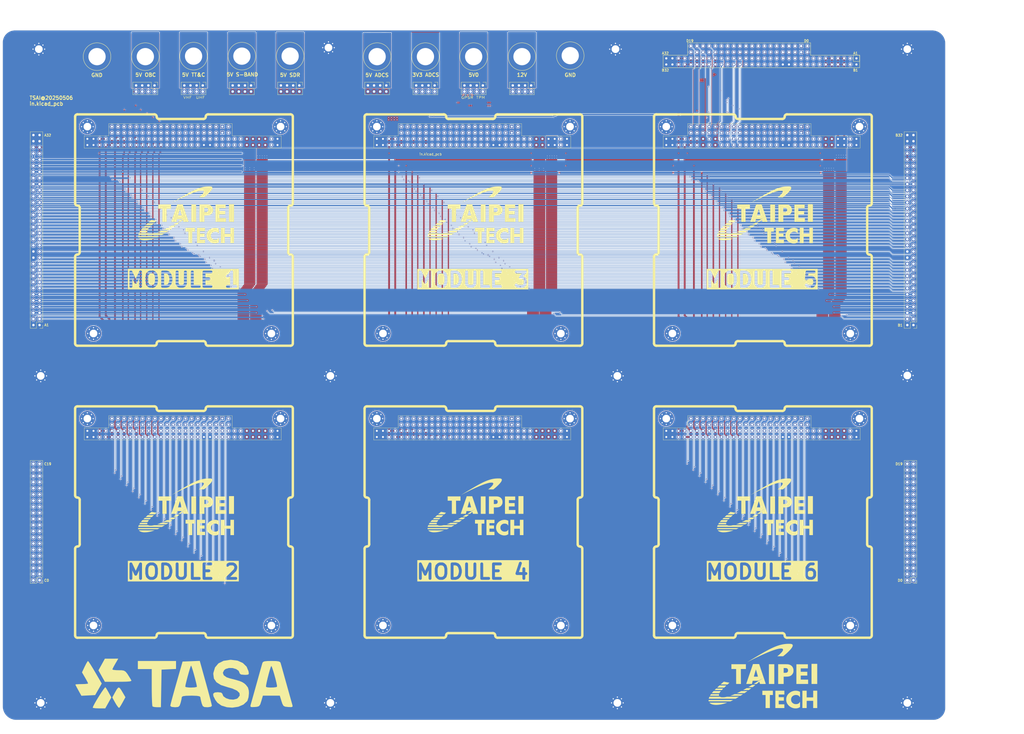
<source format=kicad_pcb>
(kicad_pcb (version 20241229) (generator "pcbnew") (generator_version "9.0")
  (title_block (title "VST104-Foxtrot-PC104_16bit_64-40connectors_20250210") (date "2020-08-20") (rev "v1.0") (company "VisionSpace Technologies") (comment 1 "4 slot flat-sat board with power management"))
  (layers (0 "F.Cu" signal) (4 "In1.Cu" power) (6 "In2.Cu" power) (2 "B.Cu" signal) (13 "F.Paste" user) (15 "B.Paste" user) (5 "F.SilkS" user "F.Silkscreen") (7 "B.SilkS" user "B.Silkscreen") (1 "F.Mask" user) (3 "B.Mask" user) (25 "Edge.Cuts" user))
  (net 0 "")
  (net 1 "GND")
  (net 2 "/D19")
  (net 3 "/D18")
  (net 4 "/D17")
  (net 5 "/D16")
  (net 6 "/D15")
  (net 7 "/D14")
  (net 8 "/D13")
  (net 9 "/D12")
  (net 10 "/D11")
  (net 11 "/D10")
  (net 12 "/D9")
  (net 13 "/D8")
  (net 14 "/D7")
  (net 15 "/D6")
  (net 16 "/D5")
  (net 17 "/D4")
  (net 18 "/D3")
  (net 19 "/D2")
  (net 20 "/D1")
  (net 21 "/D0")
  (net 22 "/C19")
  (net 23 "/C18")
  (net 24 "/C17")
  (net 25 "/C16")
  (net 26 "/C15")
  (net 27 "/C14")
  (net 28 "/C13")
  (net 29 "/C12")
  (net 30 "/C11")
  (net 31 "/C10")
  (net 32 "/C9")
  (net 33 "/C8")
  (net 34 "/C7")
  (net 35 "/C6")
  (net 36 "/C5")
  (net 37 "/C4")
  (net 38 "/C3")
  (net 39 "/C2")
  (net 40 "/C1")
  (net 41 "/C0")
  (net 42 "/5V_ADCS")
  (net 43 "/3V3_ADCS")
  (net 44 "/5V_OBC")
  (net 45 "/12V")
  (net 46 "/5V_S-BAND")
  (net 47 "/OBC2")
  (net 48 "/OUTPW5")
  (net 49 "/ADSBRX")
  (net 50 "/5V_TT&C(VHF)_3.5W")
  (net 51 "/DC_BUS")
  (net 52 "/5V_S-BAND_12W")
  (net 53 "/OUTPW6")
  (net 54 "/BAT_I_AD")
  (net 55 "/RESET1")
  (net 56 "/5V_SDR_10W")
  (net 57 "/EPS_TX")
  (net 58 "/PPS")
  (net 59 "/EPS_RX")
  (net 60 "/S_Band{slash}SPIMISO")
  (net 61 "/T_ENV")
  (net 62 "/OUTPW3")
  (net 63 "/DC_BUS_1")
  (net 64 "/3.3V_ADCS_1W")
  (net 65 "/5V_TT&C(UHF)_3.5W")
  (net 66 "/5V_TPM_0.4W")
  (net 67 "/5V_GPSR_0.6W")
  (net 68 "/OBC1")
  (net 69 "/5V_ADCS_1.2W")
  (net 70 "/OUTPW2")
  (net 71 "/S_Band{slash}SPIMOSI")
  (net 72 "/OUTPW4")
  (net 73 "/OUTPW1")
  (net 74 "/S_Band{slash}SPI_INT_SCK")
  (net 75 "/GPS_TX")
  (net 76 "/S_Band{slash}CS04")
  (net 77 "/T_BAT")
  (net 78 "/OBC3")
  (net 79 "/+5V")
  (net 80 "/GPS_RX")
  (net 81 "/5V_OBC_5W")
  (net 82 "/ADSBTX")
  (net 83 "/5V_SDR")
  (net 84 "/5V_TT&C")
  (net 85 "/NULL1")
  (net 86 "/NULL5")
  (net 87 "/NULL4")
  (net 88 "/NULL2")
  (net 89 "/NULL6")
  (net 90 "/NULL3")
  (net 92 "/5V")
  (net 96 "/OUTPW1_1")
  (footprint "VST104_footprints:KSE_PN6095" (layer "F.Cu") (at 210.006999 70.871 90)
    (property "Reference" "TP9" (hide yes))
    (property "Value" "TestPoint_Alt" (hide yes))
  )
  (footprint "VST104_footprints:MountingHole_3.2mm_M3_Pad_Via" (layer "F.Cu") (at 150.6708 203.174)
    (property "Reference" "H6" (hide yes))
    (property "Value" "MountingHole_Pad" (hide yes))
  )
  (footprint "Connector_PinHeader_2.54mm:PinHeader_2x04_P2.54mm_Vertical" (layer "F.Cu") (at 173.832399 82.804 -90)
    (property "Reference" "J15" (hide yes))
    (property "Value" "Conn_02x04_Odd_Even" (hide yes))
  )
  (footprint "VST104_footprints:MountingHole_3.2mm_M3_Pad_Via" (layer "F.Cu") (at 268.732 67.7672)
    (property "Reference" "H3" (hide yes))
    (property "Value" "MountingHole_Pad" (hide yes))
  )
  (footprint "VST104_footprints:KSE_PN6095" (layer "F.Cu") (at 54.0314 70.871)
    (property "Reference" "TP5" (hide yes))
    (property "Value" "TestPoint_Alt")
  )
  (footprint "Connector_PinHeader_2.54mm:PinHeader_2x04_P2.54mm_Vertical" (layer "F.Cu") (at 213.806999 82.804 -90)
    (property "Reference" "J18" (hide yes))
    (property "Value" "Conn_02x04_Odd_Even" (hide yes))
  )
  (footprint "VST104_footprints:KSE_PN6095" (layer "F.Cu") (at 170.032399 70.871 90)
    (property "Reference" "TP6" (hide yes))
    (property "Value" "TestPoint_Alt" (hide yes))
  )
  (footprint "VST104_footprints:KSE_PN6095" (layer "F.Cu") (at 114.02 70.6692)
    (property "Reference" "TP2" (hide yes))
    (property "Value" "TestPoint_Alt" (hide yes))
  )
  (footprint "VST104_footprints:MountingHole_3.2mm_M3_Pad_Via" (layer "F.Cu") (at 389.6 338.697056 90)
    (property "Reference" "H12" (hide yes))
    (property "Value" "MountingHole_Pad" (hide yes))
  )
  (footprint "Connector_PinHeader_2.54mm:PinHeader_2x04_P2.54mm_Vertical" (layer "F.Cu") (at 193.832399 82.804 -90)
    (property "Reference" "J16" (hide yes))
    (property "Value" "Conn_02x04_Odd_Even" (hide yes))
  )
  (footprint "Connector_PinHeader_2.54mm:PinHeader_2x04_P2.54mm_Vertical" (layer "F.Cu") (at 97.806 82.804 -90)
    (property "Reference" "J13" (hide yes))
    (property "Value" "Conn_02x04_Odd_Even" (hide yes))
  )
  (footprint "VST104_footprints:PC104_16bit_Connector" (layer "F.Cu") (at 348.2 69.04 180)
    (property "Reference" "J11" (hide yes))
    (property "Value" "~" (hide yes))
  )
  (footprint "VST104_footprints:MountingHole_3.2mm_M3_Pad_Via" (layer "F.Cu") (at 30.7086 338.6836 90)
    (property "Reference" "H9" (hide yes))
    (property "Value" "MountingHole_Pad" (hide yes))
  )
  (footprint "VST104_logos:NTUT_logo_40mm" (layer "F.Cu") (at 334.8304 328.749306)
    (property "Reference" "G***" (hide yes))
    (property "Value" "LOGO" (hide yes))
  )
  (footprint "VST104_footprints:KSE_PN6095" (layer "F.Cu") (at 74.0314 70.871)
    (property "Reference" "TP4" (hide yes))
    (property "Value" "TestPoint_Alt")
  )
  (footprint "Connector_PinHeader_2.54mm:PinHeader_2x32_P2.54mm_Vertical" (layer "F.Cu") (at 30.226 182.1078 180)
    (property "Reference" "JA19" (hide yes))
    (property "Value" "Conn_02x26_Odd_Even" (hide yes))
  )
  (footprint "VST104_footprints:CubeSat_PC104_16bit_footprint" (layer "F.Cu") (at 254.995 215.795 180)
    (property "Reference" "J4" (hide yes))
    (property "Value" "~" (hide yes))
  )
  (footprint "Connector_PinHeader_2.54mm:PinHeader_2x04_P2.54mm_Vertical" (layer "F.Cu") (at 117.82 82.804 -90)
    (property "Reference" "J12" (hide yes))
    (property "Value" "Conn_02x04_Odd_Even" (hide yes))
  )
  (footprint "VST104_footprints:MountingHole_3.2mm_M3_Pad_Via" (layer "F.Cu") (at 269.5194 203.174)
    (property "Reference" "H7" (hide yes))
    (property "Value" "MountingHole_Pad" (hide yes))
  )
  (footprint "Connector_PinHeader_2.54mm:PinHeader_2x04_P2.54mm_Vertical" (layer "F.Cu") (at 77.8314 82.804 -90)
    (property "Reference" "J14" (hide yes))
    (property "Value" "Conn_02x04_Odd_Even" (hide yes))
  )
  (footprint "VST104_footprints:CubeSat_PC104_16bit_footprint" (layer "F.Cu") (at 374.87 215.795 180)
    (property "Reference" "J6" (hide yes))
    (property "Value" "~" (hide yes))
  )
  (footprint "VST104_footprints:KSE_PN6095" (layer "F.Cu") (at 230.020999 70.871 90)
    (property "Reference" "TP8" (hide yes))
    (property "Value" "TestPoint_Alt" (hide yes))
  )
  (footprint "VST104_footprints:MountingHole_3.2mm_M3_Pad_Via" (layer "F.Cu") (at 269.5194 338.6836 90)
    (property "Reference" "H11" (hide yes))
    (property "Value" "MountingHole_Pad" (hide yes))
  )
  (footprint "Connector_PinHeader_2.54mm:PinHeader_2x04_P2.54mm_Vertical" (layer "F.Cu") (at 233.820999 82.804 -90)
    (property "Reference" "J17" (hide yes))
    (property "Value" "Conn_02x04_Odd_Even" (hide yes))
  )
  (footprint "Connector_PinHeader_2.54mm:PinHeader_2x04_P2.54mm_Vertical" (layer "F.Cu") (at 137.799001 82.804 -90)
    (property "Reference" "J7" (hide yes))
    (property "Value" "Conn_02x04_Odd_Even" (hide yes))
  )
  (footprint "VST104_footprints:CubeSat_PC104_16bit_footprint" (layer "F.Cu") (at 135.12 94.7928 180)
    (property "Reference" "J1" (hide yes))
    (property "Value" "~" (hide yes))
  )
  (footprint "VST104_footprints:CubeSat_PC104_16bit_footprint" (layer "F.Cu") (at 374.87 94.7928 180)
    (property "Reference" "J5" (hide yes))
    (property "Value" "~" (hide yes))
  )
  (footprint "VST104_footprints:MountingHole_3.2mm_M3_Pad_Via" (layer "F.Cu") (at 389.6 203)
    (property "Reference" "H8" (hide yes))
    (property "Value" "MountingHole_Pad" (hide yes))
  )
  (footprint "VST104_logos:TASA_LOGO_90mm" (layer "F.Cu") (at 89.622823 330.903284)
    (property "Reference" "REF**" (hide yes))
    (property "Value" "TASA_LOGO_90mm" (hide yes))
  )
  (footprint "VST104_footprints:KSE_PN6095" (layer "F.Cu") (at 94.006 70.6692)
    (property "Reference" "TP3" (hide yes))
    (property "Value" "TestPoint_Alt")
  )
  (footprint "Connector_PinHeader_2.54mm:PinHeader_2x32_P2.54mm_Vertical" (layer "F.Cu") (at 392.14 182.1078 180)
    (property "Reference" "J9" (hide yes))
    (property "Value" "Conn_02x26_Odd_Even" (hide yes))
  )
  (footprint "Connector_PinHeader_2.54mm:PinHeader_2x20_P2.54mm_Vertical" (layer "F.Cu") (at 392.14 287.86 180)
    (property "Reference" "J10" (hide yes))
    (property "Value" "Conn_02x26_Odd_Even" (hide yes))
  )
  (footprint "VST104_footprints:KSE_PN6095" (layer "F.Cu") (at 250 70.455999 90)
    (property "Reference" "TP10" (hide yes))
    (property "Value" "TestPoint_Alt" (hide yes))
  )
  (footprint "Connector_PinHeader_2.54mm:PinHeader_2x20_P2.54mm_Vertical" (layer "F.Cu") (at 30.226 287.86 180)
    (property "Reference" "J8" (hide yes))
    (property "Value" "Conn_02x26_Odd_Even" (hide yes))
  )
  (footprint "VST104_footprints:CubeSat_PC104_16bit_footprint" (layer "F.Cu") (at 254.995 94.7928 180)
    (property "Reference" "J3" (hide yes))
    (property "Value" "~" (hide yes))
  )
  (footprint "VST104_footprints:MountingHole_3.2mm_M3_Pad_Via" (layer "F.Cu") (at 389.6 67.7672)
    (property "Reference" "H4" (hide yes))
    (property "Value" "MountingHole_Pad" (hide yes))
  )
  (footprint "VST104_footprints:KSE_PN6095" (layer "F.Cu") (at 190.032399 70.871 90)
    (property "Reference" "TP7" (hide yes))
    (property "Value" "TestPoint_Alt" (hide yes))
  )
  (footprint "VST104_footprints:MountingHole_3.2mm_M3_Pad_Via" (layer "F.Cu") (at 30.7086 203.174)
    (property "Reference" "H5" (hide yes))
    (property "Value" "MountingHole_Pad" (hide yes))
  )
  (footprint "VST104_footprints:CubeSat_PC104_16bit_footprint" (layer "F.Cu") (at 135.12 215.795 180)
    (property "Reference" "J2" (hide yes))
    (property "Value" "~" (hide yes))
  )
  (footprint "VST104_footprints:KSE_PN6095" (layer "F.Cu") (at 133.999001 70.6692)
    (property "Reference" "TP1" (hide yes))
    (property "Value" "TestPoint_Alt" (hide yes))
  )
  (footprint "VST104_footprints:MountingHole_3.2mm_M3_Pad_Via" (layer "F.Cu") (at 150.6708 338.6712 90)
    (property "Reference" "H10" (hide yes))
    (property "Value" "MountingHole_Pad" (hide yes))
  )
  (footprint "VST104_footprints:MountingHole_3.2mm_M3_Pad_Via" (layer "F.Cu") (at 29.9212 67.7672)
    (property "Reference" "H1" (hide yes))
    (property "Value" "MountingHole_Pad" (hide yes))
  )
  (footprint "VST104_footprints:MountingHole_3.2mm_M3_Pad_Via" (layer "F.Cu") (at 149.8834 67.145343)
    (property "Reference" "H2" (hide yes))
    (property "Value" "MountingHole_Pad" (hide yes))
  )
  (gr_line (start 14.986001 339.938416) (end 14.987498 65) (stroke (width 0.05)) (layer "Edge.Cuts"))
  (gr_line (start 400.329599 345.7448) (end 20.628627 345.7448) (stroke (width 0.05)) (layer "Edge.Cuts"))
  (gr_line (start 405.329599 65.365215) (end 405.329599 340.7448) (stroke (width 0.05)) (layer "Edge.Cuts"))
  (gr_arc (start 20.623693 345.7448) (mid 16.578657 344.032174) (end 14.986 339.938416) (stroke (width 0.05)) (layer "Edge.Cuts"))
  (gr_arc (start 399.964466 60) (mid 403.75824 61.571441) (end 405.329681 65.365215) (stroke (width 0.05)) (layer "Edge.Cuts"))
  (gr_arc (start 405.329599 340.7448) (mid 403.865133 344.280334) (end 400.329599 345.7448) (stroke (width 0.05)) (layer "Edge.Cuts"))
  (gr_arc (start 14.987498 65) (mid 16.451964 61.464466) (end 19.987498 60) (stroke (width 0.05)) (layer "Edge.Cuts"))
  (gr_line (start 399.964466 60) (end 19.987498 60) (stroke (width 0.05)) (layer "Edge.Cuts"))
  (gr_text "D19" (at 297.967619 64.9028 0) (layer "F.SilkS") (effects (font (size 1 1) (thickness 0.2) (bold yes)) (justify left bottom)))
  (gr_text "5V0" (at 210.006999 78.4336 0) (layer "F.SilkS") (effects (font (size 1.5 1.5) (thickness 0.3))))
  (gr_text "5V TT&C" (at 94.011 78.3984 0) (layer "F.SilkS") (effects (font (size 1.5 1.5) (thickness 0.3))))
  (gr_text "12V\n" (at 230.020999 78.4336 0) (layer "F.SilkS") (effects (font (size 1.5 1.5) (thickness 0.3))))
  (gr_text "GPSR" (at 204.724 88.392 0) (layer "F.SilkS") (effects (font (size 1 1.27)) (justify left bottom)))
  (gr_text "MODULE 1" (at 65.835 166.878 0) (layer "F.SilkS" knockout) (effects (font (size 6 6) (thickness 1.2) (bold yes)) (justify left bottom)))
  (gr_text "VHF" (at 89.662 88.392 0) (layer "F.SilkS") (effects (font (size 1 1.27)) (justify left bottom)))
  (gr_text "A32" (at 287.879048 70.0336 0) (layer "F.SilkS") (effects (font (size 1 1) (thickness 0.2) (bold yes)) (justify left bottom)))
  (gr_text "${FILENAME}" (at 187.458398 111.887 0) (layer "F.SilkS") (effects (font (size 1 1)) (justify left bottom)))
  (gr_text "MODULE 4" (at 185.71 287.8836 0) (layer "F.SilkS" knockout) (effects (font (size 6 6) (thickness 1.2) (bold yes)) (justify left bottom)))
  (gr_text "D0" (at 346.70381 64.9028 0) (layer "F.SilkS") (effects (font (size 1 1) (thickness 0.2) (bold yes)) (justify left bottom)))
  (gr_text "5V OBC\n" (at 74.155758 78.4336 0) (layer "F.SilkS") (effects (font (size 1.5 1.5) (thickness 0.3))))
  (gr_text "B32" (at 287.807619 77.0948 0) (layer "F.SilkS") (effects (font (size 1 1) (thickness 0.2) (bold yes)) (justify left bottom)))
  (gr_text "GND\n" (at 250 78.5 0) (layer "F.SilkS") (effects (font (size 1.5 1.5) (thickness 0.3))))
  (gr_text "GND" (at 53.9866 78.5352 0) (layer "F.SilkS") (effects (font (size 1.5 1.5) (thickness 0.3))))
  (gr_text "MODULE 2" (at 65.835 287.8836 0) (layer "F.SilkS" knockout) (effects (font (size 6 6) (thickness 1.2) (bold yes)) (justify left bottom)))
  (gr_text "D19" (at 384.577619 240.264 0) (layer "F.SilkS") (effects (font (size 1 1) (thickness 0.2) (bold yes)) (justify left bottom)))
  (gr_text "UHF" (at 94.869 88.392 0) (layer "F.SilkS") (effects (font (size 1 1.27)) (justify left bottom)))
  (gr_text "A1" (at 32.0802 182.6768 0) (layer "F.SilkS") (effects (font (size 1 1) (thickness 0.2) (bold yes)) (justify left bottom)))
  (gr_text "MODULE 6" (at 305.585 287.8836 0) (layer "F.SilkS" knockout) (effects (font (size 6 6) (thickness 1.2) (bold yes)) (justify left bottom)))
  (gr_text "5V ADCS" (at 169.987599 78.5352 0) (layer "F.SilkS") (effects (font (size 1.5 1.5) (thickness 0.3))))
  (gr_text "5V SDR" (at 133.999001 78.5 0) (layer "F.SilkS") (effects (font (size 1.5 1.5) (thickness 0.3))))
  (gr_text "A1" (at 367.095238 70.0336 0) (layer "F.SilkS") (effects (font (size 1 1) (thickness 0.2) (bold yes)) (justify left bottom)))
  (gr_text "B1" (at 385.53 182.7718 0) (layer "F.SilkS") (effects (font (size 1 1) (thickness 0.2) (bold yes)) (justify left bottom)))
  (gr_text "C19" (at 32.0294 240.264 0) (layer "F.SilkS") (effects (font (size 1 1) (thickness 0.2) (bold yes)) (justify left bottom)))
  (gr_text "MODULE 3" (at 185.71 166.878 0) (layer "F.SilkS" knockout) (effects (font (size 6 6) (thickness 1.2) (bold yes)) (justify left bottom)))
  (gr_text "5V S-BAND\n" (at 114.194158 78.2968 0) (layer "F.SilkS") (effects (font (size 1.5 1.5) (thickness 0.3))))
  (gr_text "MODULE 5" (at 305.585 166.878 0) (layer "F.SilkS" knockout) (effects (font (size 6 6) (thickness 1.2) (bold yes)) (justify left bottom)))
  (gr_text "D0" (at 385.53 288.524 0) (layer "F.SilkS") (effects (font (size 1 1) (thickness 0.2) (bold yes)) (justify left bottom)))
  (gr_text "B1" (at 367.02381 77.0948 0) (layer "F.SilkS") (effects (font (size 1 1) (thickness 0.2) (bold yes)) (justify left bottom)))
  (gr_text "B32" (at 384.577619 104.0318 0) (layer "F.SilkS") (effects (font (size 1 1) (thickness 0.2) (bold yes)) (justify left bottom)))
  (gr_text "C0" (at 32.0294 288.524 0) (layer "F.SilkS") (effects (font (size 1 1) (thickness 0.2) (bold yes)) (justify left bottom)))
  (gr_text "A32" (at 32.0802 104.0318 0) (layer "F.SilkS") (effects (font (size 1 1) (thickness 0.2) (bold yes)) (justify left bottom)))
  (gr_text "TSAI@20250506\n${FILENAME}" (at 25.908 89.1794 0) (layer "F.SilkS") (effects (font (size 1.5 1.5) (thickness 0.3)) (justify left)))
  (gr_text "3V3 ADCS" (at 190.156757 78.4336 0) (layer "F.SilkS") (effects (font (size 1.5 1.5) (thickness 0.3))))
  (gr_text "TPM" (at 210.947 88.392 0) (layer "F.SilkS") (effects (font (size 1 1.27)) (justify left bottom)))
  (segment (start 292.0554 107.27) (end 292.0554 107.4986) (width 0.254) (layer "F.Cu") (net 1))
  (segment (start 289.5154 107.27) (end 289.5154 107.9812) (width 0.254) (layer "F.Cu") (net 1))
  (segment (start 247.970989 67.91001) (end 249.465 66.415999) (width 0.323) (layer "F.Cu") (net 1))
  (segment (start 252.005 66.415999) (end 250.510989 67.91001) (width 0.323) (layer "F.Cu") (net 1))
  (segment (start 254.545 68.955999) (end 253.500999 70) (width 0.323) (layer "F.Cu") (net 1))
  (segment (start 250.510989 67.91001) (end 252.005 66.415999) (width 0.323) (layer "F.Cu") (net 1))
  (segment (start 252.005 68.955999) (end 250.960999 70) (width 0.323) (layer "F.Cu") (net 1))
  (segment (start 249.465 66.415999) (end 247.970989 67.91001) (width 0.323) (layer "F.Cu") (net 1))
  (segment (start 53.8172 71.0852) (end 54.0314 70.871) (width 0.127) (layer "B.Cu") (net 1))
  (via (at 298.4246 239.6) (size 0.45) (drill 0.2) (layers "F.Cu" "B.Cu") (net 2))
  (via (at 180.4416 120.5992) (size 0.45) (drill 0.2) (layers "F.Cu" "B.Cu") (net 2))
  (via (at 299.6184 120.5992) (size 0.45) (drill 0.2) (layers "F.Cu" "B.Cu") (net 2))
  (via (at 59.6646 120.5992) (size 0.4) (drill 0.2) (layers "F.Cu" "B.Cu") (net 2))
  (segment (start 301.4558 68.0298) (end 299.9232 66.4972) (width 0.1778) (layer "B.Cu") (net 2))
  (segment (start 300.8208 76.1972) (end 301.4558 75.5622) (width 0.1778) (layer "B.Cu") (net 2))
  (segment (start 300.8208 98.9724) (end 300.8208 76.1972) (width 0.1778) (layer "B.Cu") (net 2))
  (segment (start 180.4416 120.5992) (end 299.593 120.5992) (width 0.1778) (layer "B.Cu") (net 2))
  (segment (start 298.4246 222.3904) (end 298.4246 239.522) (width 0.1778) (layer "B.Cu") (net 2))
  (segment (start 299.94 220.875) (end 298.4246 222.3904) (width 0.1778) (layer "B.Cu") (net 2))
  (segment (start 299.9232 99.87) (end 300.8208 98.9724) (width 0.1778) (layer "B.Cu") (net 2))
  (segment (start 59.6646 120.5992) (end 180.4416 120.5992) (width 0.1778) (layer "B.Cu") (net 2))
  (segment (start 301.4558 75.5622) (end 301.4558 68.0298) (width 0.1778) (layer "B.Cu") (net 2))
  (via (at 300.9646 242.1636) (size 0.45) (drill 0.2) (layers "F.Cu" "B.Cu") (net 3))
  (via (at 182.9816 122.3264) (size 0.45) (drill 0.2) (layers "F.Cu" "B.Cu") (net 3))
  (via (at 61.341 243.4318) (size 0.45) (drill 0.2) (layers "F.Cu" "B.Cu") (net 3))
  (via (at 302.8696 122.3264) (size 0.45) (drill 0.2) (layers "F.Cu" "B.Cu") (net 3))
  (via (at 63.127 122.3264) (size 0.45) (drill 0.2) (layers "F.Cu" "B.Cu") (net 3))
  (segment (start 303.3862 76.1972) (end 304.0212 75.5622) (width 0.1778) (layer "B.Cu") (net 3))
  (segment (start 182.9816 122.3264) (end 302.8696 122.3264) (width 0.1778) (layer "B.Cu") (net 3))
  (segment (start 63.127 122.3264) (end 182.9816 122.3264) (width 0.1778) (layer "B.Cu") (net 3))
  (segment (start 304.0212 68.0298) (end 302.4886 66.4972) (width 0.1778) (layer "B.Cu") (net 3))
  (segment (start 302.4886 99.87) (end 303.3862 98.9724) (width 0.1778) (layer "B.Cu") (net 3))
  (segment (start 61.3236 243.4256) (end 61.3156 243.4336) (width 0.1778) (layer "B.Cu") (net 3))
  (segment (start 62.738 220.8784) (end 61.3236 222.2928) (width 0.1778) (layer "B.Cu") (net 3))
  (segment (start 302.4886 220.8784) (end 300.9732 222.3938) (width 0.1778) (layer "B.Cu") (net 3))
  (segment (start 303.3862 98.9724) (end 303.3862 76.1972) (width 0.1778) (layer "B.Cu") (net 3))
  (segment (start 304.0212 75.5622) (end 304.0212 68.0298) (width 0.1778) (layer "B.Cu") (net 3))
  (segment (start 61.3236 222.2928) (end 61.3236 243.4256) (width 0.1778) (layer "B.Cu") (net 3))
  (segment (start 300.9732 222.3938) (end 300.9732 242.1636) (width 0.1778) (layer "B.Cu") (net 3))
  (segment (start 306.5612 68.0298) (end 305.0286 66.4972) (width 0.1778) (layer "F.Cu") (net 4))
  (segment (start 306.5612 96.1136) (end 306.5612 68.0298) (width 0.1778) (layer "F.Cu") (net 4))
  (via (at 305.4096 125.6792) (size 0.45) (drill 0.2) (layers "F.Cu" "B.Cu") (net 4))
  (via (at 185.5216 125.6792) (size 0.45) (drill 0.2) (layers "F.Cu" "B.Cu") (net 4))
  (via (at 65.667 125.6792) (size 0.45) (drill 0.2) (layers "F.Cu" "B.Cu") (net 4))
  (via (at 306.5612 96.1136) (size 0.45) (drill 0.2) (layers "F.Cu" "B.Cu") (net 4))
  (via (at 303.53 244.6782) (size 0.45) (drill 0.2) (layers "F.Cu" "B.Cu") (net 4))
  (via (at 63.7794 245.9464) (size 0.45) (drill 0.2) (layers "F.Cu" "B.Cu") (net 4))
  (segment (start 303.5132 222.3938) (end 303.5132 244.6782) (width 0.1778) (layer "B.Cu") (net 4))
  (segment (start 63.7794 222.3516) (end 63.7794 245.864) (width 0.1778) (layer "B.Cu") (net 4))
  (segment (start 65.278 220.853) (end 63.7794 222.3516) (width 0.1778) (layer "B.Cu") (net 4))
  (segment (start 305.0286 220.8784) (end 303.5132 222.3938) (width 0.1778) (layer "B.Cu") (net 4))
  (segment (start 65.667 125.6792) (end 185.5216 125.6792) (width 0.1778) (layer "B.Cu") (net 4))
  (segment (start 185.5216 125.6792) (end 305.4096 125.6792) (width 0.1778) (layer "B.Cu") (net 4))
  (via (at 68.207 128.2446) (size 0.45) (drill 0.2) (layers "F.Cu" "B.Cu") (net 5))
  (via (at 188.0616 128.2446) (size 0.45) (drill 0.2) (layers "F.Cu" "B.Cu") (net 5))
  (via (at 307.9496 128.2446) (size 0.45) (drill 0.2) (layers "F.Cu" "B.Cu") (net 5))
  (via (at 306.0446 247.2182) (size 0.45) (drill 0.2) (layers "F.Cu" "B.Cu") (net 5))
  (via (at 66.2686 248.4882) (size 0.45) (drill 0.2) (layers "F.Cu" "B.Cu") (net 5))
  (segment (start 307.9496 128.2446) (end 307.9576 128.2446) (width 0.1778) (layer "B.Cu") (net 5))
  (segment (start 188.0616 128.2446) (end 307.9496 128.2446) (width 0.1778) (layer "B.Cu") (net 5))
  (segment (start 308.4662 76.1972) (end 309.1012 75.5622) (width 0.1778) (layer "B.Cu") (net 5))
  (segment (start 67.818 220.8784) (end 66.2686 222.4278) (width 0.1778) (layer "B.Cu") (net 5))
  (segment (start 188.0616 128.2446) (end 188.087 128.2446) (width 0.1778) (layer "B.Cu") (net 5))
  (segment (start 66.2686 222.4278) (end 66.2686 248.4882) (width 0.1778) (layer "B.Cu") (net 5))
  (segment (start 306.0532 222.3938) (end 306.0532 247.2182) (width 0.1778) (layer "B.Cu") (net 5))
  (segment (start 308.4662 98.9724) (end 308.4662 76.1972) (width 0.1778) (layer "B.Cu") (net 5))
  (segment (start 307.5686 220.8784) (end 306.0532 222.3938) (width 0.1778) (layer "B.Cu") (net 5))
  (segment (start 307.5686 99.87) (end 308.4662 98.9724) (width 0.1778) (layer "B.Cu") (net 5))
  (segment (start 309.1012 68.0298) (end 307.5686 66.4972) (width 0.1778) (layer "B.Cu") (net 5))
  (segment (start 309.1012 75.5622) (end 309.1012 68.0298) (width 0.1778) (layer "B.Cu") (net 5))
  (segment (start 68.199 128.2446) (end 188.0616 128.2446) (width 0.1778) (layer "B.Cu") (net 5))
  (via (at 68.8086 251.0282) (size 0.45) (drill 0.2) (layers "F.Cu" "B.Cu") (net 6))
  (via (at 310.4896 130.7592) (size 0.45) (drill 0.2) (layers "F.Cu" "B.Cu") (net 6))
  (via (at 70.747 130.7592) (size 0.45) (drill 0.2) (layers "F.Cu" "B.Cu") (net 6))
  (via (at 308.5846 249.7836) (size 0.45) (drill 0.2) (layers "F.Cu" "B.Cu") (net 6))
  (via (at 190.6016 130.7592) (size 0.45) (drill 0.2) (layers "F.Cu" "B.Cu") (net 6))
  (segment (start 310.4896 130.7592) (end 310.515 130.7592) (width 0.1778) (layer "B.Cu") (net 6))
  (segment (start 68.8086 222.4532) (end 68.8086 251.0282) (width 0.1778) (layer "B.Cu") (net 6))
  (segment (start 308.5932 222.3938) (end 308.5932 249.7836) (width 0.1778) (layer "B.Cu") (net 6))
  (segment (start 70.358 220.9038) (end 68.8086 222.4532) (width 0.1778) (layer "B.Cu") (net 6))
  (segment (start 70.739 130.7592) (end 190.6016 130.7592) (width 0.1778) (layer "B.Cu") (net 6))
  (segment (start 310.1086 220.8784) (end 308.5932 222.3938) (width 0.1778) (layer "B.Cu") (net 6))
  (segment (start 190.6016 130.7592) (end 310.4896 130.7592) (width 0.1778) (layer "B.Cu") (net 6))
  (via (at 193.1496 133.3246) (size 0.45) (drill 0.2) (layers "F.Cu" "B.Cu") (net 7))
  (via (at 71.3486 253.5682) (size 0.45) (drill 0.2) (layers "F.Cu" "B.Cu") (net 7))
  (via (at 73.287 133.3246) (size 0.45) (drill 0.2) (layers "F.Cu" "B.Cu") (net 7))
  (via (at 311.1246 252.3236) (size 0.45) (drill 0.2) (layers "F.Cu" "B.Cu") (net 7))
  (via (at 313.0376 133.3246) (size 0.45) (drill 0.2) (layers "F.Cu" "B.Cu") (net 7))
  (segment (start 193.1416 133.3246) (end 313.0042 133.3246) (width 0.1778) (layer "B.Cu") (net 7))
  (segment (start 311.1332 222.3938) (end 311.1332 252.3236) (width 0.1778) (layer "B.Cu") (net 7))
  (segment (start 71.3486 222.4024) (end 71.3486 253.5682) (width 0.1778) (layer "B.Cu") (net 7))
  (segment (start 193.167 133.3246) (end 73.3044 133.3246) (width 0.1778) (layer "B.Cu") (net 7))
  (segment (start 312.6486 220.8784) (end 311.1332 222.3938) (width 0.1778) (layer "B.Cu") (net 7))
  (segment (start 72.898 220.853) (end 71.3486 222.4024) (width 0.1778) (layer "B.Cu") (net 7))
  (via (at 313.6646 254.8382) (size 0.45) (drill 0.2) (layers "F.Cu" "B.Cu") (net 8))
  (via (at 195.6816 135.7376) (size 0.45) (drill 0.2) (layers "F.Cu" "B.Cu") (net 8))
  (via (at 73.8886 256.1082) (size 0.45) (drill 0.2) (layers "F.Cu" "B.Cu") (net 8))
  (via (at 315.5776 135.7376) (size 0.45) (drill 0.2) (layers "F.Cu" "B.Cu") (net 8))
  (via (at 75.827 135.7376) (size 0.45) (drill 0.2) (layers "F.Cu" "B.Cu") (net 8))
  (segment (start 75.819 135.7376) (end 195.6816 135.7376) (width 0.1778) (layer "B.Cu") (net 8))
  (segment (start 195.6816 135.7376) (end 315.5442 135.7376) (width 0.1778) (layer "B.Cu") (net 8))
  (segment (start 313.6732 222.3938) (end 313.6732 254.8382) (width 0.1778) (layer "B.Cu") (net 8))
  (segment (start 73.8886 222.4024) (end 73.8886 256.1082) (width 0.1778) (layer "B.Cu") (net 8))
  (segment (start 315.1886 220.8784) (end 313.6732 222.3938) (width 0.1778) (layer "B.Cu") (net 8))
  (segment (start 75.438 220.853) (end 73.8886 222.4024) (width 0.1778) (layer "B.Cu") (net 8))
  (via (at 198.2216 138.2776) (size 0.45) (drill 0.2) (layers "F.Cu" "B.Cu") (net 9))
  (via (at 318.1176 138.2776) (size 0.45) (drill 0.2) (layers "F.Cu" "B.Cu") (net 9))
  (via (at 78.367 138.2776) (size 0.45) (drill 0.2) (layers "F.Cu" "B.Cu") (net 9))
  (via (at 76.4286 258.6482) (size 0.45) (drill 0.2) (layers "F.Cu" "B.Cu") (net 9))
  (via (at 316.2046 257.3528) (size 0.45) (drill 0.2) (layers "F.Cu" "B.Cu") (net 9))
  (segment (start 198.2216 138.2776) (end 198.247 138.2776) (width 0.1778) (layer "B.Cu") (net 9))
  (segment (start 316.2132 222.3938) (end 316.2132 257.3528) (width 0.1778) (layer "B.Cu") (net 9))
  (segment (start 77.978 220.8784) (end 76.4286 222.4278) (width 0.1778) (layer "B.Cu") (net 9))
  (segment (start 76.4286 222.4278) (end 76.4286 258.6482) (width 0.1778) (layer "B.Cu") (net 9))
  (segment (start 317.7286 220.8784) (end 316.2132 222.3938) (width 0.1778) (layer "B.Cu") (net 9))
  (segment (start 78.3844 138.2776) (end 198.2216 138.2776) (width 0.1778) (layer "B.Cu") (net 9))
  (segment (start 198.2216 138.2776) (end 318.0842 138.2776) (width 0.1778) (layer "B.Cu") (net 9))
  (via (at 200.7616 140.7922) (size 0.45) (drill 0.2) (layers "F.Cu" "B.Cu") (net 10))
  (via (at 78.9686 261.1882) (size 0.45) (drill 0.2) (layers "F.Cu" "B.Cu") (net 10))
  (via (at 80.907 140.7922) (size 0.45) (drill 0.2) (layers "F.Cu" "B.Cu") (net 10))
  (via (at 320.6576 140.7922) (size 0.45) (drill 0.2) (layers "F.Cu" "B.Cu") (net 10))
  (via (at 318.7446 259.8928) (size 0.45) (drill 0.2) (layers "F.Cu" "B.Cu") (net 10))
  (segment (start 320.2686 220.8784) (end 318.7532 222.3938) (width 0.1778) (layer "B.Cu") (net 10))
  (segment (start 78.9686 222.4278) (end 78.9686 261.1882) (width 0.1778) (layer "B.Cu") (net 10))
  (segment (start 200.7616 140.7922) (end 320.6242 140.7922) (width 0.1778) (layer "B.Cu") (net 10))
  (segment (start 80.518 220.8784) (end 78.9686 222.4278) (width 0.1778) (layer "B.Cu") (net 10))
  (segment (start 318.7532 222.3938) (end 318.7532 259.8928) (width 0.1778) (layer "B.Cu") (net 10))
  (segment (start 80.899 140.7922) (end 200.7616 140.7922) (width 0.1778) (layer "B.Cu") (net 10))
  (via (at 321.2846 262.4836) (size 0.45) (drill 0.2) (layers "F.Cu" "B.Cu") (net 11))
  (via (at 323.1896 143.3576) (size 0.45) (drill 0.2) (layers "F.Cu" "B.Cu") (net 11))
  (via (at 81.5086 263.7282) (size 0.45) (drill 0.2) (layers "F.Cu" "B.Cu") (net 11))
  (via (at 203.327 143.3576) (size 0.45) (drill 0.2) (layers "F.Cu" "B.Cu") (net 11))
  (via (at 83.447 143.3576) (size 0.45) (drill 0.2) (layers "F.Cu" "B.Cu") (net 11))
  (segment (start 81.5086 222.4278) (end 81.5086 263.7282) (width 0.1778) (layer "B.Cu") (net 11))
  (segment (start 322.8086 220.8784) (end 321.2932 222.3938) (width 0.1778) (layer "B.Cu") (net 11))
  (segment (start 83.058 220.8784) (end 81.5086 222.4278) (width 0.1778) (layer "B.Cu") (net 11))
  (segment (start 203.327 143.3576) (end 323.1896 143.3576) (width 0.1778) (layer "B.Cu") (net 11))
  (segment (start 83.4644 143.3576) (end 203.327 143.3576) (width 0.1778) (layer "B.Cu") (net 11))
  (segment (start 321.2932 262.475) (end 321.2846 262.4836) (width 0.1778) (layer "B.Cu") (net 11))
  (segment (start 321.2932 222.3938) (end 321.2932 262.475) (width 0.1778) (layer "B.Cu") (net 11))
  (via (at 84.074 266.2682) (size 0.45) (drill 0.2) (layers "F.Cu" "B.Cu") (net 12))
  (via (at 325.7376 145.8722) (size 0.45) (drill 0.2) (layers "F.Cu" "B.Cu") (net 12))
  (via (at 205.8416 145.8722) (size 0.45) (drill 0.2) (layers "F.Cu" "B.Cu") (net 12))
  (via (at 323.8246 264.9982) (size 0.45) (drill 0.2) (layers "F.Cu" "B.Cu") (net 12))
  (via (at 85.987 145.8722) (size 0.45) (drill 0.2) (layers "F.Cu" "B.Cu") (net 12))
  (segment (start 325.3486 220.8784) (end 323.8332 222.3938) (width 0.1778) (layer "B.Cu") (net 12))
  (segment (start 205.8416 145.8722) (end 325.7042 145.8722) (width 0.1778) (layer "B.Cu") (net 12))
  (segment (start 84.074 222.4024) (end 84.074 266.2682) (width 0.1778) (layer "B.Cu") (net 12))
  (segment (start 85.6234 220.853) (end 84.074 222.4024) (width 0.1778) (layer "B.Cu") (net 12))
  (segment (start 205.8416 145.8722) (end 205.867 145.8722) (width 0.1778) (layer "B.Cu") (net 12))
  (segment (start 86.0044 145.8722) (end 205.8416 145.8722) (width 0.1778) (layer "B.Cu") (net 12))
  (segment (start 323.8332 222.3938) (end 323.8332 264.9982) (width 0.1778) (layer "B.Cu") (net 12))
  (via (at 88.527 148.4122) (size 0.45) (drill 0.2) (layers "F.Cu" "B.Cu") (net 13))
  (via (at 208.3816 148.4122) (size 0.45) (drill 0.2) (layers "F.Cu" "B.Cu") (net 13))
  (via (at 86.614 268.8082) (size 0.45) (drill 0.2) (layers "F.Cu" "B.Cu") (net 13))
  (via (at 328.2776 148.4122) (size 0.45) (drill 0.2) (layers "F.Cu" "B.Cu") (net 13))
  (via (at 326.39 267.5382) (size 0.45) (drill 0.2) (layers "F.Cu" "B.Cu") (net 13))
  (segment (start 208.3816 148.4122) (end 328.2442 148.4122) (width 0.1778) (layer "B.Cu") (net 13))
  (segment (start 88.138 220.8784) (end 86.614 222.4024) (width 0.1778) (layer "B.Cu") (net 13))
  (segment (start 208.3816 148.4122) (end 208.407 148.4122) (width 0.1778) (layer "B.Cu") (net 13))
  (segment (start 326.3986 222.3938) (end 326.3986 267.5382) (width 0.1778) (layer "B.Cu") (net 13))
  (segment (start 86.614 222.4024) (end 86.614 268.8082) (width 0.1778) (layer "B.Cu") (net 13))
  (segment (start 327.914 220.8784) (end 326.3986 222.3938) (width 0.1778) (layer "B.Cu") (net 13))
  (segment (start 88.5444 148.4122) (end 208.3816 148.4122) (width 0.1778) (layer "B.Cu") (net 13))
  (via (at 91.067 150.3172) (size 0.45) (drill 0.2) (layers "F.Cu" "B.Cu") (net 14))
  (via (at 210.9216 150.3172) (size 0.45) (drill 0.2) (layers "F.Cu" "B.Cu") (net 14))
  (via (at 89.154 271.3482) (size 0.45) (drill 0.2) (layers "F.Cu" "B.Cu") (net 14))
  (via (at 328.9046 270.1036) (size 0.45) (drill 0.2) (layers "F.Cu" "B.Cu") (net 14))
  (via (at 330.8176 150.3172) (size 0.45) (drill 0.2) (layers "F.Cu" "B.Cu") (net 14))
  (segment (start 210.9216 150.3172) (end 210.947 150.3172) (width 0.1778) (layer "B.Cu") (net 14))
  (segment (start 328.9132 222.4192) (end 328.9132 270.1036) (width 0.1778) (layer "B.Cu") (net 14))
  (segment (start 89.154 222.4024) (end 89.154 271.3482) (width 0.1778) (layer "B.Cu") (net 14))
  (segment (start 330.4286 220.9038) (end 328.9132 222.4192) (width 0.1778) (layer "B.Cu") (net 14))
  (segment (start 90.678 220.8784) (end 89.154 222.4024) (width 0.1778) (layer "B.Cu") (net 14))
  (segment (start 210.9216 150.3172) (end 330.7842 150.3172) (width 0.1778) (layer "B.Cu") (net 14))
  (segment (start 91.0844 150.3172) (end 210.9216 150.3172) (width 0.1778) (layer "B.Cu") (net 14))
  (via (at 331.4446 272.6182) (size 0.45) (drill 0.2) (layers "F.Cu" "B.Cu") (net 15))
  (via (at 213.4696 152.146) (size 0.45) (drill 0.2) (layers "F.Cu" "B.Cu") (net 15))
  (via (at 333.3576 152.146) (size 0.45) (drill 0.2) (layers "F.Cu" "B.Cu") (net 15))
  (via (at 93.599 152.146) (size 0.45) (drill 0.2) (layers "F.Cu" "B.Cu") (net 15))
  (via (at 91.694 273.8882) (size 0.45) (drill 0.2) (layers "F.Cu" "B.Cu") (net 15))
  (segment (start 331.4532 222.3938) (end 331.4532 272.6182) (width 0.1778) (layer "B.Cu") (net 15))
  (segment (start 213.487 152.146) (end 333.3496 152.146) (width 0.1778) (layer "B.Cu") (net 15))
  (segment (start 93.2434 220.853) (end 91.694 222.4024) (width 0.1778) (layer "B.Cu") (net 15))
  (segment (start 91.694 222.4024) (end 91.694 273.8882) (width 0.1778) (layer "B.Cu") (net 15))
  (segment (start 213.4616 152.146) (end 93.599 152.146) (width 0.1778) (layer "B.Cu") (net 15))
  (segment (start 332.9686 220.8784) (end 331.4532 222.3938) (width 0.1778) (layer "B.Cu") (net 15))
  (via (at 333.9846 275.1582) (size 0.45) (drill 0.2) (layers "F.Cu" "B.Cu") (net 16))
  (via (at 335.8896 153.1112) (size 0.45) (drill 0.2) (layers "F.Cu" "B.Cu") (net 16))
  (via (at 96.147 153.1112) (size 0.45) (drill 0.2) (layers "F.Cu" "B.Cu") (net 16))
  (via (at 94.234 276.4282) (size 0.45) (drill 0.2) (layers "F.Cu" "B.Cu") (net 16))
  (via (at 216.0096 153.1112) (size 0.45) (drill 0.2) (layers "F.Cu" "B.Cu") (net 16))
  (segment (start 95.7834 220.9038) (end 94.234 222.4532) (width 0.1778) (layer "B.Cu") (net 16))
  (segment (start 94.234 222.4532) (end 94.234 276.4282) (width 0.1778) (layer "B.Cu") (net 16))
  (segment (start 333.9932 222.3938) (end 333.9932 275.1582) (width 0.1778) (layer "B.Cu") (net 16))
  (segment (start 216.027 153.1112) (end 96.1644 153.1112) (width 0.1778) (layer "B.Cu") (net 16))
  (segment (start 216.027 153.1112) (end 335.8896 153.1112) (width 0.1778) (layer "B.Cu") (net 16))
  (segment (start 335.5086 220.8784) (end 333.9932 222.3938) (width 0.1778) (layer "B.Cu") (net 16))
  (via (at 336.5246 277.7236) (size 0.45) (drill 0.2) (layers "F.Cu" "B.Cu") (net 17))
  (via (at 338.4376 154.7876) (size 0.45) (drill 0.2) (layers "F.Cu" "B.Cu") (net 17))
  (via (at 218.5416 154.7876) (size 0.45) (drill 0.2) (layers "F.Cu" "B.Cu") (net 17))
  (via (at 98.687 154.7876) (size 0.45) (drill 0.2) (layers "F.Cu" "B.Cu") (net 17))
  (via (at 96.7486 278.9682) (size 0.45) (drill 0.2) (layers "F.Cu" "B.Cu") (net 17))
  (segment (start 96.7486 222.4532) (end 96.7486 278.9682) (width 0.1778) (layer "B.Cu") (net 17))
  (segment (start 98.7044 154.7876) (end 218.5416 154.7876) (width 0.1778) (layer "B.Cu") (net 17))
  (segment (start 98.3234 220.8784) (end 96.7486 222.4532) (width 0.1778) (layer "B.Cu") (net 17))
  (segment (start 218.5416 154.7876) (end 338.4042 154.7876) (width 0.1778) (layer "B.Cu") (net 17))
  (segment (start 336.5332 222.3938) (end 336.5332 277.7236) (width 0.1778) (layer "B.Cu") (net 17))
  (segment (start 338.0486 220.8784) (end 336.5332 222.3938) (width 0.1778) (layer "B.Cu") (net 17))
  (segment (start 218.5416 154.7876) (end 218.567 154.7876) (width 0.1778) (layer "B.Cu") (net 17))
  (via (at 339.0646 280.2636) (size 0.45) (drill 0.2) (layers "F.Cu" "B.Cu") (net 18))
  (via (at 340.9776 157.353) (size 0.45) (drill 0.2) (layers "F.Cu" "B.Cu") (net 18))
  (via (at 101.227 157.353) (size 0.45) (drill 0.2) (layers "F.Cu" "B.Cu") (net 18))
  (via (at 221.0816 157.353) (size 0.45) (drill 0.2) (layers "F.Cu" "B.Cu") (net 18))
  (via (at 99.314 281.5082) (size 0.45) (drill 0.2) (layers "F.Cu" "B.Cu") (net 18))
  (segment (start 99.314 222.4532) (end 99.314 281.5082) (width 0.1778) (layer "B.Cu") (net 18))
  (segment (start 101.219 157.353) (end 221.0816 157.353) (width 0.1778) (layer "B.Cu") (net 18))
  (segment (start 221.0816 157.353) (end 340.9442 157.353) (width 0.1778) (layer "B.Cu") (net 18))
  (segment (start 100.8634 220.9038) (end 99.314 222.4532) (width 0.1778) (layer "B.Cu") (net 18))
  (segment (start 340.5886 220.8784) (end 339.0732 222.3938) (width 0.1778) (layer "B.Cu") (net 18))
  (segment (start 339.0732 222.3938) (end 339.0732 280.2636) (width 0.1778) (layer "B.Cu") (net 18))
  (via (at 101.854 284.0482) (size 0.45) (drill 0.2) (layers "F.Cu" "B.Cu") (net 19))
  (via (at 341.63 282.7782) (size 0.45) (drill 0.2) (layers "F.Cu" "B.Cu") (net 19))
  (via (at 103.767 159.8422) (size 0.45) (drill 0.2) (layers "F.Cu" "B.Cu") (net 19))
  (via (at 223.6216 159.8422) (size 0.45) (drill 0.2) (layers "F.Cu" "B.Cu") (net 19))
  (via (at 343.5176 159.8422) (size 0.45) (drill 0.2) (layers "F.Cu" "B.Cu") (net 19))
  (segment (start 103.4034 220.9038) (end 101.854 222.4532) (width 0.1778) (layer "B.Cu") (net 19))
  (segment (start 101.854 222.4532) (end 101.854 284.0482) (width 0.1778) (layer "B.Cu") (net 19))
  (segment (start 223.6216 159.8422) (end 223.647 159.8422) (width 0.1778) (layer "B.Cu") (net 19))
  (segment (start 343.154 220.8784) (end 341.6386 222.3938) (width 0.1778) (layer "B.Cu") (net 19))
  (segment (start 341.6386 222.3938) (end 341.6386 282.7782) (width 0.1778) (layer "B.Cu") (net 19))
  (segment (start 103.7844 159.8422) (end 223.6216 159.8422) (width 0.1778) (layer "B.Cu") (net 19))
  (segment (start 223.6216 159.8422) (end 343.4842 159.8422) (width 0.1778) (layer "B.Cu") (net 19))
  (via (at 346.0576 162.3822) (size 0.45) (drill 0.2) (layers "F.Cu" "B.Cu") (net 20))
  (via (at 226.1616 162.3822) (size 0.45) (drill 0.2) (layers "F.Cu" "B.Cu") (net 20))
  (via (at 106.307 162.3822) (size 0.45) (drill 0.2) (layers "F.Cu" "B.Cu") (net 20))
  (via (at 104.394 286.5882) (size 0.45) (drill 0.2) (layers "F.Cu" "B.Cu") (net 20))
  (via (at 344.17 285.3436) (size 0.45) (drill 0.2) (layers "F.Cu" "B.Cu") (net 20))
  (segment (start 104.394 222.4278) (end 104.394 286.5882) (width 0.1778) (layer "B.Cu") (net 20))
  (segment (start 345.694 220.8784) (end 344.1786 222.3938) (width 0.1778) (layer "B.Cu") (net 20))
  (segment (start 106.299 162.3822) (end 226.1616 162.3822) (width 0.1778) (layer "B.Cu") (net 20))
  (segment (start 105.918 220.9038) (end 104.394 222.4278) (width 0.1778) (layer "B.Cu") (net 20))
  (segment (start 226.1616 162.3822) (end 346.0242 162.3822) (width 0.1778) (layer "B.Cu") (net 20))
  (segment (start 344.1786 222.3938) (end 344.1786 285.3436) (width 0.1778) (layer "B.Cu") (net 20))
  (via (at 228.7016 164.9476) (size 0.45) (drill 0.2) (layers "F.Cu" "B.Cu") (net 21))
  (via (at 106.934 289.1282) (size 0.45) (drill 0.2) (layers "F.Cu" "B.Cu") (net 21))
  (via (at 108.839 164.9476) (size 0.45) (drill 0.2) (layers "F.Cu" "B.Cu") (net 21))
  (via (at 346.6846 287.8582) (size 0.45) (drill 0.2) (layers "F.Cu" "B.Cu") (net 21))
  (via (at 348.5896 164.9476) (size 0.45) (drill 0.2) (layers "F.Cu" "B.Cu") (net 21))
  (segment (start 106.934 222.4278) (end 106.934 289.1282) (width 0.1778) (layer "B.Cu") (net 21))
  (segment (start 108.458 220.9038) (end 106.934 222.4278) (width 0.1778) (layer "B.Cu") (net 21))
  (segment (start 108.839 164.9476) (end 228.7016 164.9476) (width 0.1778) (layer "B.Cu") (net 21))
  (segment (start 348.2086 220.8784) (end 346.6932 222.3938) (width 0.1778) (layer "B.Cu") (net 21))
  (segment (start 346.6932 222.3938) (end 346.6932 287.8582) (width 0.1778) (layer "B.Cu") (net 21))
  (segment (start 228.7016 164.9476) (end 348.5642 164.9476) (width 0.1778) (layer "B.Cu") (net 21))
  (segment (start 301.151 70.265) (end 299.9232 69.0372) (width 0.1778) (layer "F.Cu") (net 22))
  (segment (start 300.9392 101.394) (end 300.9392 75.3676) (width 0.1778) (layer "F.Cu") (net 22))
  (segment (start 299.9232 102.41) (end 300.9392 101.394) (width 0.1778) (layer "F.Cu") (net 22))
  (segment (start 301.151 75.1558) (end 301.151 70.265) (width 0.1778) (layer "F.Cu") (net 22))
  (segment (start 300.9392 75.3676) (end 301.151 75.1558) (width 0.1778) (layer "F.Cu") (net 22))
  (via (at 300.2026 121.8184) (size 0.45) (drill 0.2) (layers "F.Cu" "B.Cu") (net 22))
  (via (at 181.0512 121.8184) (size 0.45) (drill 0.2) (layers "F.Cu" "B.Cu") (net 22))
  (via (at 60.325 121.8184) (size 0.45) (drill 0.2) (layers "F.Cu" "B.Cu") (net 22))
  (via (at 298.9072 238.3282) (size 0.45) (drill 0.2) (layers "F.Cu" "B.Cu") (net 22))
  (segment (start 60.325 121.8184) (end 181.0512 121.8184) (width 0.1778) (layer "B.Cu") (net 22))
  (segment (start 299.94 223.415) (end 298.9072 224.4478) (width 0.1778) (layer "B.Cu") (net 22))
  (segment (start 298.9072 224.4478) (end 298.9072 238.2774) (width 0.1778) (layer "B.Cu") (net 22))
  (segment (start 181.0512 121.8184) (end 300.2026 121.8184) (width 0.1778) (layer "B.Cu") (net 22))
  (segment (start 303.461 75.4112) (end 303.7164 75.1558) (width 0.1778) (layer "F.Cu") (net 23))
  (segment (start 303.7164 75.1558) (end 303.7164 70.265) (width 0.1778) (layer "F.Cu") (net 23))
  (segment (start 302.4886 102.41) (end 303.461 101.4376) (width 0.1778) (layer "F.Cu") (net 23))
  (segment (start 303.7164 70.265) (end 302.4886 69.0372) (width 0.1778) (layer "F.Cu") (net 23))
  (segment (start 303.461 101.4376) (end 303.461 75.4112) (width 0.1778) (layer "F.Cu") (net 23))
  (via (at 301.4472 240.8918) (size 0.45) (drill 0.2) (layers "F.Cu" "B.Cu") (net 23))
  (via (at 61.7982 242.1636) (size 0.45) (drill 0.2) (layers "F.Cu" "B.Cu") (net 23))
  (via (at 63.7366 122.8344) (size 0.45) (drill 0.2) (layers "F.Cu" "B.Cu") (net 23))
  (via (at 183.5992 122.8598) (size 0.45) (drill 0.2) (layers "F.Cu" "B.Cu") (net 23))
  (via (at 303.4792 122.8344) (size 0.45) (drill 0.2) (layers "F.Cu" "B.Cu") (net 23))
  (segment (start 302.4886 223.4184) (end 301.4558 224.4512) (width 0.1778) (layer "B.Cu") (net 23))
  (segment (start 61.7576 225.552218) (end 61.7576 226.357782) (width 0.1778) (layer "B.Cu") (net 23))
  (segment (start 61.7982 224.3582) (end 61.7982 225.511618) (width 0.1778) (layer "B.Cu") (net 23))
  (segment (start 63.7366 122.8344) (end 303.4792 122.8344) (width 0.1778) (layer "B.Cu") (net 23))
  (segment (start 61.7576 228.092218) (end 61.7576 228.897782) (width 0.1778) (layer "B.Cu") (net 23))
  (segment (start 61.7982 226.398382) (end 61.7982 228.051618) (width 0.1778) (layer "B.Cu") (net 23))
  (segment (start 61.7982 228.051618) (end 61.7576 228.092218) (width 0.1778) (layer "B.Cu") (net 23))
  (segment (start 61.7576 228.897782) (end 61.7982 228.938382) (width 0.1778) (layer "B.Cu") (net 23))
  (segment (start 61.7982 228.938382) (end 61.7982 242.1636) (width 0.1778) (layer "B.Cu") (net 23))
  (segment (start 61.7576 226.357782) (end 61.7982 226.398382) (width 0.1778) (layer "B.Cu") (net 23))
  (segment (start 301.4558 224.4512) (end 301.4558 240.9104) (width 0.1778) (layer "B.Cu") (net 23))
  (segment (start 62.738 223.4184) (end 61.7982 224.3582) (width 0.1778) (layer "B.Cu") (net 23))
  (segment (start 61.7982 225.511618) (end 61.7576 225.552218) (width 0.1778) (layer "B.Cu") (net 23))
  (via (at 64.262 244.6782) (size 0.45) (drill 0.2) (layers "F.Cu" "B.Cu") (net 24))
  (via (at 306.0192 126.7714) (size 0.45) (drill 0.2) (layers "F.Cu" "B.Cu") (net 24))
  (via (at 186.1312 126.7714) (size 0.45) (drill 0.2) (layers "F.Cu" "B.Cu") (net 24))
  (via (at 303.9872 243.4064) (size 0.45) (drill 0.2) (layers "F.Cu" "B.Cu") (net 24))
  (via (at 66.2766 126.7714) (size 0.45) (drill 0.2) (layers "F.Cu" "B.Cu") (net 24))
  (segment (start 64.2446 244.6702) (end 64.2366 244.6782) (width 0.1778) (layer "B.Cu") (net 24))
  (segment (start 303.9958 224.4512) (end 303.9958 243.4082) (width 0.1778) (layer "B.Cu") (net 24))
  (segment (start 306.2564 70.265) (end 305.0286 69.0372) (width 0.1778) (layer "B.Cu") (net 24))
  (segment (start 65.278 223.393) (end 64.2446 224.4264) (width 0.1778) (layer "B.Cu") (net 24))
  (segment (start 306.2564 75.1558) (end 306.2564 70.265) (width 0.1778) (layer "B.Cu") (net 24))
  (segment (start 306.001 101.4376) (end 306.001 75.4112) (width 0.1778) (layer "B.Cu") (net 24))
  (segment (start 305.0286 102.41) (end 306.001 101.4376) (width 0.1778) (layer "B.Cu") (net 24))
  (segment (start 306.001 75.4112) (end 306.2564 75.1558) (width 0.1778) (layer "B.Cu") (net 24))
  (segment (start 64.2446 224.4264) (end 64.2446 244.6702) (width 0.1778) (layer "B.Cu") (net 24))
  (segment (start 186.1312 126.7714) (end 306.0192 126.7714) (width 0.1778) (layer "B.Cu") (net 24))
  (segment (start 305.0286 223.4184) (end 303.9958 224.4512) (width 0.1778) (layer "B.Cu") (net 24))
  (segment (start 66.2766 126.7714) (end 186.1312 126.7714) (width 0.1778) (layer "B.Cu") (net 24))
  (segment (start 308.541 75.4112) (end 308.7964 75.1558) (width 0.1778) (layer "F.Cu") (net 25))
  (segment (start 308.7964 75.1558) (end 308.7964 70.265) (width 0.1778) (layer "F.Cu") (net 25))
  (segment (start 308.541 101.4376) (end 308.541 75.4112) (width 0.1778) (layer "F.Cu") (net 25))
  (segment (start 307.5686 102.41) (end 308.541 101.4376) (width 0.1778) (layer "F.Cu") (net 25))
  (segment (start 308.7964 70.265) (end 307.5686 69.0372) (width 0.1778) (layer "F.Cu") (net 25))
  (via (at 306.5272 245.9464) (size 0.45) (drill 0.2) (layers "F.Cu" "B.Cu") (net 25))
  (via (at 188.6712 129.3114) (size 0.45) (drill 0.2) (layers "F.Cu" "B.Cu") (net 25))
  (via (at 66.7766 247.2182) (size 0.45) (drill 0.2) (layers "F.Cu" "B.Cu") (net 25))
  (via (at 308.5672 129.3114) (size 0.45) (drill 0.2) (layers "F.Cu" "B.Cu") (net 25))
  (via (at 68.8166 129.3114) (size 0.45) (drill 0.2) (layers "F.Cu" "B.Cu") (net 25))
  (segment (start 188.6712 129.3114) (end 308.5338 129.3114) (width 0.1778) (layer "B.Cu") (net 25))
  (segment (start 66.7846 224.4518) (end 66.7846 247.2102) (width 0.1778) (layer "B.Cu") (net 25))
  (segment (start 306.5358 224.4512) (end 306.5358 245.9482) (width 0.1778) (layer "B.Cu") (net 25))
  (segment (start 67.818 223.4184) (end 66.7846 224.4518) (width 0.1778) (layer "B.Cu") (net 25))
  (segment (start 307.5686 223.4184) (end 306.5358 224.4512) (width 0.1778) (layer "B.Cu") (net 25))
  (segment (start 66.7846 247.2102) (end 66.7766 247.2182) (width 0.1778) (layer "B.Cu") (net 25))
  (segment (start 68.8086 129.3114) (end 188.6712 129.3114) (width 0.1778) (layer "B.Cu") (net 25))
  (segment (start 311.6072 100.9114) (end 311.6072 75.4266) (width 0.1778) (layer "F.Cu") (net 26))
  (segment (start 310.1086 102.41) (end 311.6072 100.9114) (width 0.1778) (layer "F.Cu") (net 26))
  (segment (start 311.3364 70.265) (end 310.1086 69.0372) (width 0.1778) (layer "F.Cu") (net 26))
  (segment (start 311.3364 75.1558) (end 311.3364 70.265) (width 0.1778) (layer "F.Cu") (net 26))
  (segment (start 311.6072 75.4266) (end 311.3364 75.1558) (width 0.1778) (layer "F.Cu") (net 26))
  (via (at 69.3166 249.7582) (size 0.45) (drill 0.2) (layers "F.Cu" "B.Cu") (net 26))
  (via (at 311.1072 131.8514) (size 0.45) (drill 0.2) (layers "F.Cu" "B.Cu") (net 26))
  (via (at 309.0672 248.5118) (size 0.45) (drill 0.2) (layers "F.Cu" "B.Cu") (net 26))
  (via (at 71.3566 131.8514) (size 0.45) (drill 0.2) (layers "F.Cu" "B.Cu") (net 26))
  (via (at 191.2112 131.8514) (size 0.45) (drill 0.2) (layers "F.Cu" "B.Cu") (net 26))
  (segment (start 310.1086 223.4184) (end 309.0758 224.4512) (width 0.1778) (layer "B.Cu") (net 26))
  (segment (start 191.2112 131.8514) (end 311.0738 131.8514) (width 0.1778) (layer "B.Cu") (net 26))
  (segment (start 309.0758 224.4512) (end 309.0758 248.5136) (width 0.1778) (layer "B.Cu") (net 26))
  (segment (start 71.3486 131.8514) (end 191.2112 131.8514) (width 0.1778) (layer "B.Cu") (net 26))
  (segment (start 69.3246 224.4772) (end 69.3246 249.7582) (width 0.1778) (layer "B.Cu") (net 26))
  (segment (start 70.358 223.4438) (end 69.3246 224.4772) (width 0.1778) (layer "B.Cu") (net 26))
  (segment (start 313.8764 75.1558) (end 313.8764 70.265) (width 0.1778) (layer "F.Cu") (net 27))
  (segment (start 313.8764 70.265) (end 312.6486 69.0372) (width 0.1778) (layer "F.Cu") (net 27))
  (segment (start 312.6486 102.41) (end 313.621 101.4376) (width 0.1778) (layer "F.Cu") (net 27))
  (segment (start 313.621 101.4376) (end 313.621 75.4112) (width 0.1778) (layer "F.Cu") (net 27))
  (segment (start 313.621 75.4112) (end 313.8764 75.1558) (width 0.1778) (layer "F.Cu") (net 27))
  (via (at 311.6326 251.0518) (size 0.45) (drill 0.2) (layers "F.Cu" "B.Cu") (net 27))
  (via (at 71.8566 252.2982) (size 0.45) (drill 0.2) (layers "F.Cu" "B.Cu") (net 27))
  (via (at 313.6472 134.493) (size 0.45) (drill 0.2) (layers "F.Cu" "B.Cu") (net 27))
  (via (at 73.8886 134.493) (size 0.45) (drill 0.2) (layers "F.Cu" "B.Cu") (net 27))
  (via (at 193.7592 134.493) (size 0.45) (drill 0.2) (layers "F.Cu" "B.Cu") (net 27))
  (segment (start 193.7512 134.493) (end 313.6138 134.493) (width 0.1778) (layer "B.Cu") (net 27))
  (segment (start 72.898 223.393) (end 71.8646 224.4264) (width 0.1778) (layer "B.Cu") (net 27))
  (segment (start 312.6486 223.4184) (end 311.6158 224.4512) (width 0.1778) (layer "B.Cu") (net 27))
  (segment (start 311.6158 224.4512) (end 311.6158 251.0536) (width 0.1778) (layer "B.Cu") (net 27))
  (segment (start 193.7512 134.493) (end 73.8886 134.493) (width 0.1778) (layer "B.Cu") (net 27))
  (segment (start 71.8646 224.4264) (end 71.8646 252.2982) (width 0.1778) (layer "B.Cu") (net 27))
  (segment (start 316.161 75.4112) (end 316.4164 75.1558) (width 0.1778) (layer "F.Cu") (net 28))
  (segment (start 316.4164 70.265) (end 315.1886 69.0372) (width 0.1778) (layer "F.Cu") (net 28))
  (segment (start 316.161 101.4376) (end 316.161 75.4112) (width 0.1778) (layer "F.Cu") (net 28))
  (segment (start 315.1886 102.41) (end 316.161 101.4376) (width 0.1778) (layer "F.Cu") (net 28))
  (segment (start 316.4164 75.1558) (end 316.4164 70.265) (width 0.1778) (layer "F.Cu") (net 28))
  (via (at 314.1472 253.5664) (size 0.45) (drill 0.2) (layers "F.Cu" "B.Cu") (net 28))
  (via (at 74.3966 254.8382) (size 0.45) (drill 0.2) (layers "F.Cu" "B.Cu") (net 28))
  (via (at 196.2912 137.0076) (size 0.45) (drill 0.2) (layers "F.Cu" "B.Cu") (net 28))
  (via (at 76.4366 137.0076) (size 0.45) (drill 0.2) (layers "F.Cu" "B.Cu") (net 28))
  (via (at 316.1872 137.0076) (size 0.45) (drill 0.2) (layers "F.Cu" "B.Cu") (net 28))
  (segment (start 76.4286 137.0076) (end 196.2912 137.0076) (width 0.1778) (layer "B.Cu") (net 28))
  (segment (start 74.4046 224.4264) (end 74.4046 254.8302) (width 0.1778) (layer "B.Cu") (net 28))
  (segment (start 315.1886 223.4184) (end 314.1558 224.4512) (width 0.1778) (layer "B.Cu") (net 28))
  (segment (start 196.2912 137.0076) (end 316.1538 137.0076) (width 0.1778) (layer "B.Cu") (net 28))
  (segment (start 314.1558 224.4512) (end 314.1558 253.5514) (width 0.1778) (layer "B.Cu") (net 28))
  (segment (start 74.4046 254.8302) (end 74.3966 254.8382) (width 0.1778) (layer "B.Cu") (net 28))
  (segment (start 75.438 223.393) (end 74.4046 224.4264) (width 0.1778) (layer "B.Cu") (net 28))
  (segment (start 318.701 101.4376) (end 318.701 75.4112) (width 0.1778) (layer "F.Cu") (net 29))
  (segment (start 318.9564 70.265) (end 317.7286 69.0372) (width 0.1778) (layer "F.Cu") (net 29))
  (segment (start 317.7286 102.41) (end 318.701 101.4376) (width 0.1778) (layer "F.Cu") (net 29))
  (segment (start 318.9564 75.1558) (end 318.9564 70.265) (width 0.1778) (layer "F.Cu") (net 29))
  (segment (start 318.701 75.4112) (end 318.9564 75.1558) (width 0.1778) (layer "F.Cu") (net 29))
  (via (at 76.9366 257.3782) (size 0.45) (drill 0.2) (layers "F.Cu" "B.Cu") (net 29))
  (via (at 318.7192 139.5476) (size 0.45) (drill 0.2) (layers "F.Cu" "B.Cu") (net 29))
  (via (at 78.9766 139.5476) (size 0.45) (drill 0.2) (layers "F.Cu" "B.Cu") (net 29))
  (via (at 198.8566 139.5476) (size 0.45) (drill 0.2) (layers "F.Cu" "B.Cu") (net 29))
  (via (at 316.6872 256.081) (size 0.45) (drill 0.2) (layers "F.Cu" "B.Cu") (net 29))
  (segment (start 317.7286 223.4184) (end 316.6958 224.4512) (width 0.1778) (layer "B.Cu") (net 29))
  (segment (start 198.8566 139.5476) (end 318.7192 139.5476) (width 0.1778) (layer "B.Cu") (net 29))
  (segment (start 316.6958 224.4512) (end 316.6958 256.0828) (width 0.1778) (layer "B.Cu") (net 29))
  (segment (start 77.978 223.4184) (end 76.9446 224.4518) (width 0.1778) (layer "B.Cu") (net 29))
  (segment (start 76.9446 224.4518) (end 76.9446 257.3782) (width 0.1778) (layer "B.Cu") (net 29))
  (segment (start 78.994 139.5476) (end 198.8566 139.5476) (width 0.1778) (layer "B.Cu") (net 29))
  (segment (start 321.241 101.4376) (end 321.241 75.4112) (width 0.1778) (layer "F.Cu") (net 30))
  (segment (start 321.4964 75.1558) (end 321.4964 70.265) (width 0.1778) (layer "F.Cu") (net 30))
  (segment (start 321.4964 70.265) (end 320.2686 69.0372) (width 0.1778) (layer "F.Cu") (net 30))
  (segment (start 320.2686 102.41) (end 321.241 101.4376) (width 0.1778) (layer "F.Cu") (net 30))
  (segment (start 321.241 75.4112) (end 321.4964 75.1558) (width 0.1778) (layer "F.Cu") (net 30))
  (via (at 79.4766 259.9182) (size 0.45) (drill 0.2) (layers "F.Cu" "B.Cu") (net 30))
  (via (at 319.2272 258.6228) (size 0.45) (drill 0.2) (layers "F.Cu" "B.Cu") (net 30))
  (via (at 81.5166 142.113) (size 0.45) (drill 0.2) (layers "F.Cu" "B.Cu") (net 30))
  (via (at 201.3712 142.113) (size 0.45) (drill 0.2) (layers "F.Cu" "B.Cu") (net 30))
  (via (at 321.2672 142.113) (size 0.45) (drill 0.2) (layers "F.Cu" "B.Cu") (net 30))
  (segment (start 81.5086 142.113) (end 201.3712 142.113) (width 0.1778) (layer "B.Cu") (net 30))
  (segment (start 80.518 223.4184) (end 79.4846 224.4518) (width 0.1778) (layer "B.Cu") (net 30))
  (segment (start 320.2686 223.4184) (end 319.2358 224.4512) (width 0.1778) (layer "B.Cu") (net 30))
  (segment (start 319.2358 258.6142) (end 319.2272 258.6228) (width 0.1778) (layer "B.Cu") (net 30))
  (segment (start 79.4846 224.4518) (end 79.4846 259.9182) (width 0.1778) (layer "B.Cu") (net 30))
  (segment (start 201.3712 142.113) (end 321.2338 142.113) (width 0.1778) (layer "B.Cu") (net 30))
  (segment (start 319.2358 224.4512) (end 319.2358 258.6142) (width 0.1778) (layer "B.Cu") (net 30))
  (segment (start 323.781 101.4376) (end 323.781 75.4112) (width 0.1778) (layer "F.Cu") (net 31))
  (segment (start 324.0364 70.265) (end 322.8086 69.0372) (width 0.1778) (layer "F.Cu") (net 31))
  (segment (start 322.8086 102.41) (end 323.781 101.4376) (width 0.1778) (layer "F.Cu") (net 31))
  (segment (start 324.0364 75.1558) (end 324.0364 70.265) (width 0.1778) (layer "F.Cu") (net 31))
  (segment (start 323.781 75.4112) (end 324.0364 75.1558) (width 0.1778) (layer "F.Cu") (net 31))
  (via (at 321.7758 261.2136) (size 0.45) (drill 0.2) (layers "F.Cu" "B.Cu") (net 31))
  (via (at 84.0566 144.6022) (size 0.45) (drill 0.2) (layers "F.Cu" "B.Cu") (net 31))
  (via (at 82.0166 262.4582) (size 0.45) (drill 0.2) (layers "F.Cu" "B.Cu") (net 31))
  (via (at 323.8072 144.6022) (size 0.45) (drill 0.2) (layers "F.Cu" "B.Cu") (net 31))
  (via (at 203.9366 144.6022) (size 0.45) (drill 0.2) (layers "F.Cu" "B.Cu") (net 31))
  (segment (start 82.0246 224.4518) (end 82.0246 262.4582) (width 0.1778) (layer "B.Cu") (net 31))
  (segment (start 83.058 223.4184) (end 82.0246 224.4518) (width 0.1778) (layer "B.Cu") (net 31))
  (segment (start 203.9366 144.6022) (end 323.7992 144.6022) (width 0.1778) (layer "B.Cu") (net 31))
  (segment (start 322.8086 223.4184) (end 321.7758 224.4512) (width 0.1778) (layer "B.Cu") (net 31))
  (segment (start 84.074 144.6022) (end 203.9366 144.6022) (width 0.1778) (layer "B.Cu") (net 31))
  (segment (start 321.7758 224.4512) (end 321.7758 261.2136) (width 0.1778) (layer "B.Cu") (net 31))
  (segment (start 326.5764 70.2904) (end 325.3486 69.0626) (width 0.1778) (layer "F.Cu") (net 32))
  (segment (start 326.321 101.463) (end 326.321 75.4366) (width 0.1778) (layer "F.Cu") (net 32))
  (segment (start 326.5764 75.1812) (end 326.5764 70.2904) (width 0.1778) (layer "F.Cu") (net 32))
  (segment (start 325.3486 102.4354) (end 326.321 101.463) (width 0.1778) (layer "F.Cu") (net 32))
  (segment (start 326.321 75.4366) (end 326.5764 75.1812) (width 0.1778) (layer "F.Cu") (net 32))
  (via (at 206.4592 147.193) (size 0.45) (drill 0.2) (layers "F.Cu" "B.Cu") (net 32))
  (via (at 86.5966 147.193) (size 0.45) (drill 0.2) (layers "F.Cu" "B.Cu") (net 32))
  (via (at 84.582 264.9982) (size 0.45) (drill 0.2) (layers "F.Cu" "B.Cu") (net 32))
  (via (at 326.3392 147.193) (size 0.45) (drill 0.2) (layers "F.Cu" "B.Cu") (net 32))
  (via (at 324.3072 263.7264) (size 0.45) (drill 0.2) (layers "F.Cu" "B.Cu") (net 32))
  (segment (start 325.3486 223.4184) (end 324.3158 224.4512) (width 0.1778) (layer "B.Cu") (net 32))
  (segment (start 324.3158 224.4512) (end 324.3158 263.7282) (width 0.1778) (layer "B.Cu") (net 32))
  (segment (start 86.5886 147.193) (end 206.4512 147.193) (width 0.1778) (layer "B.Cu") (net 32))
  (segment (start 84.59 224.4264) (end 84.59 264.9982) (width 0.1778) (layer "B.Cu") (net 32))
  (segment (start 85.6234 223.393) (end 84.59 224.4264) (width 0.1778) (layer "B.Cu") (net 32))
  (segment (start 206.4766 147.193) (end 326.3392 147.193) (width 0.1778) (layer "B.Cu") (net 32))
  (segment (start 329.1164 70.2904) (end 327.8886 69.0626) (width 0.1778) (layer "F.Cu") (net 33))
  (segment (start 328.861 101.463) (end 328.861 75.4366) (width 0.1778) (layer "F.Cu") (net 33))
  (segment (start 327.8886 102.4354) (end 328.861 101.463) (width 0.1778) (layer "F.Cu") (net 33))
  (segment (start 329.1164 75.1812) (end 329.1164 70.2904) (width 0.1778) (layer "F.Cu") (net 33))
  (segment (start 328.861 75.4366) (end 329.1164 75.1812) (width 0.1778) (layer "F.Cu") (net 33))
  (via (at 87.0966 267.5382) (size 0.45) (drill 0.2) (layers "F.Cu" "B.Cu") (net 33))
  (via (at 208.9912 149.6568) (size 0.45) (drill 0.2) (layers "F.Cu" "B.Cu") (net 33))
  (via (at 89.1366 149.6568) (size 0.45) (drill 0.2) (layers "F.Cu" "B.Cu") (net 33))
  (via (at 326.8726 266.2664) (size 0.45) (drill 0.2) (layers "F.Cu" "B.Cu") (net 33))
  (via (at 328.8872 149.6568) (size 0.45) (drill 0.2) (layers "F.Cu" "B.Cu") (net 33))
  (segment (start 327.914 223.4184) (end 326.8812 224.4512) (width 0.1778) (layer "B.Cu") (net 33))
  (segment (start 326.8812 224.4512) (end 326.8812 266.2682) (width 0.1778) (layer "B.Cu") (net 33))
  (segment (start 89.1286 149.6568) (end 208.9912 149.6568) (width 0.1778) (layer "B.Cu") (net 33))
  (segment (start 208.9912 149.6568) (end 328.8538 149.6568) (width 0.1778) (layer "B.Cu") (net 33))
  (segment (start 87.1046 224.4518) (end 87.1046 267.5382) (width 0.1778) (layer "B.Cu") (net 33))
  (segment (start 88.138 223.4184) (end 87.1046 224.4518) (width 0.1778) (layer "B.Cu") (net 33))
  (segment (start 330.4032 102.41) (end 331.4446 101.3686) (width 0.1778) (layer "F.Cu") (net 34))
  (segment (start 331.631 70.265) (end 330.4032 69.0372) (width 0.1778) (layer "F.Cu") (net 34))
  (segment (start 331.4446 101.3686) (end 331.4446 75.3422) (width 0.1778) (layer "F.Cu") (net 34))
  (segment (start 331.631 75.1558) (end 331.631 70.265) (width 0.1778) (layer "F.Cu") (net 34))
  (segment (start 331.4446 75.3422) (end 331.631 75.1558) (width 0.1778) (layer "F.Cu") (net 34))
  (via (at 329.4126 268.8318) (size 0.45) (drill 0.2) (layers "F.Cu" "B.Cu") (net 34))
  (via (at 211.5392 151.0284) (size 0.45) (drill 0.2) (layers "F.Cu" "B.Cu") (net 34))
  (via (at 331.4272 151.0284) (size 0.45) (drill 0.2) (layers "F.Cu" "B.Cu") (net 34))
  (via (at 89.6366 270.0782) (size 0.45) (drill 0.2) (layers "F.Cu" "B.Cu") (net 34))
  (via (at 91.6766 151.0284) (size 0.45) (drill 0.2) (layers "F.Cu" "B.Cu") (net 34))
  (segment (start 89.6446 224.4518) (end 89.6446 270.0702) (width 0.1778) (layer "B.Cu") (net 34))
  (segment (start 329.3958 224.4766) (end 329.3958 268.8336) (width 0.1778) (layer "B.Cu") (net 34))
  (segment (start 89.6446 270.0702) (end 89.6366 270.0782) (width 0.1778) (layer "B.Cu") (net 34))
  (segment (start 90.678 223.4184) (end 89.6446 224.4518) (width 0.1778) (layer "B.Cu") (net 34))
  (segment (start 91.6686 151.0284) (end 211.5312 151.0284) (width 0.1778) (layer "B.Cu") (net 34))
  (segment (start 211.5566 151.0284) (end 331.4192 151.0284) (width 0.1778) (layer "B.Cu") (net 34))
  (segment (start 330.4286 223.4438) (end 329.3958 224.4766) (width 0.1778) (layer "B.Cu") (net 34))
  (segment (start 213.085 102.4128) (end 213.085 102.5906) (width 0.127) (layer "F.Cu") (net 35))
  (segment (start 333.941 75.4112) (end 334.1964 75.1558) (width 0.1778) (layer "F.Cu") (net 35))
  (segment (start 334.1964 75.1558) (end 334.1964 70.265) (width 0.1778) (layer "F.Cu") (net 35))
  (segment (start 334.1964 70.265) (end 332.9686 69.0372) (width 0.1778) (layer "F.Cu") (net 35))
  (segment (start 333.941 101.4376) (end 333.941 75.4112) (width 0.1778) (layer "F.Cu") (net 35))
  (segment (start 332.9686 102.41) (end 333.941 101.4376) (width 0.1778) (layer "F.Cu") (net 35))
  (via (at 331.9272 271.3464) (size 0.45) (drill 0.2) (layers "F.Cu" "B.Cu") (net 35))
  (via (at 214.0792 152.6286) (size 0.45) (drill 0.2) (layers "F.Cu" "B.Cu") (net 35))
  (via (at 94.2166 152.6286) (size 0.45) (drill 0.2) (layers "F.Cu" "B.Cu") (net 35))
  (via (at 333.9672 152.6286) (size 0.45) (drill 0.2) (layers "F.Cu" "B.Cu") (net 35))
  (via (at 92.202 272.6182) (size 0.45) (drill 0.2) (layers "F.Cu" "B.Cu") (net 35))
  (segment (start 214.0966 152.6286) (end 333.9592 152.6286) (width 0.1778) (layer "B.Cu") (net 35))
  (segment (start 93.2434 223.393) (end 92.21 224.4264) (width 0.1778) (layer "B.Cu") (net 35))
  (segment (start 214.0966 152.6286) (end 94.234 152.6286) (width 0.1778) (layer "B.Cu") (net 35))
  (segment (start 332.9686 223.4184) (end 331.9358 224.4512) (width 0.1778) (layer "B.Cu") (net 35))
  (segment (start 92.21 272.6102) (end 92.202 272.6182) (width 0.1778) (layer "B.Cu") (net 35))
  (segment (start 331.9358 224.4512) (end 331.9358 271.3482) (width 0.1778) (layer "B.Cu") (net 35))
  (segment (start 92.21 224.4264) (end 92.21 272.6102) (width 0.1778) (layer "B.Cu") (net 35))
  (segment (start 336.481 101.4376) (end 336.481 75.4112) (width 0.1778) (layer "F.Cu") (net 36))
  (segment (start 336.7364 75.1558) (end 336.7364 70.265) (width 0.1778) (layer "F.Cu") (net 36))
  (segment (start 336.7364 70.265) (end 335.5086 69.0372) (width 0.1778) (layer "F.Cu") (net 36))
  (segment (start 336.481 75.4112) (end 336.7364 75.1558) (width 0.1778) (layer "F.Cu") (net 36))
  (segment (start 335.5086 102.41) (end 336.481 101.4376) (width 0.1778) (layer "F.Cu") (net 36))
  (via (at 336.5072 153.6446) (size 0.45) (drill 0.2) (layers "F.Cu" "B.Cu") (net 36))
  (via (at 94.742 275.1582) (size 0.45) (drill 0.2) (layers "F.Cu" "B.Cu") (net 36))
  (via (at 96.7566 153.6446) (size 0.45) (drill 0.2) (layers "F.Cu" "B.Cu") (net 36))
  (via (at 216.6192 153.6446) (size 0.45) (drill 0.2) (layers "F.Cu" "B.Cu") (net 36))
  (via (at 334.4672 273.8864) (size 0.45) (drill 0.2) (layers "F.Cu" "B.Cu") (net 36))
  (segment (start 94.75 224.4772) (end 94.75 275.1582) (width 0.1778) (layer "B.Cu") (net 36))
  (segment (start 95.7834 223.4438) (end 94.75 224.4772) (width 0.1778) (layer "B.Cu") (net 36))
  (segment (start 216.6366 153.6446) (end 96.774 153.6446) (width 0.1778) (layer "B.Cu") (net 36))
  (segment (start 335.5086 223.4184) (end 334.4758 224.4512) (width 0.1778) (layer "B.Cu") (net 36))
  (segment (start 334.4758 224.4512) (end 334.4758 273.8714) (width 0.1778) (layer "B.Cu") (net 36))
  (segment (start 216.6112 153.6446) (end 336.4738 153.6446) (width 0.1778) (layer "B.Cu") (net 36))
  (segment (start 338.0486 102.41) (end 339.021 101.4376) (width 0.1778) (layer "F.Cu") (net 37))
  (segment (start 339.021 75.4112) (end 339.2764 75.1558) (width 0.1778) (layer "F.Cu") (net 37))
  (segment (start 339.2764 70.265) (end 338.0486 69.0372) (width 0.1778) (layer "F.Cu") (net 37))
  (segment (start 339.2764 75.1558) (end 339.2764 70.265) (width 0.1778) (layer "F.Cu") (net 37))
  (segment (start 339.021 101.4376) (end 339.021 75.4112) (width 0.1778) (layer "F.Cu") (net 37))
  (via (at 337.0158 276.4282) (size 0.45) (drill 0.2) (layers "F.Cu" "B.Cu") (net 37))
  (via (at 219.1512 156.0576) (size 0.45) (drill 0.2) (layers "F.Cu" "B.Cu") (net 37))
  (via (at 97.282 277.6982) (size 0.45) (drill 0.2) (layers "F.Cu" "B.Cu") (net 37))
  (via (at 99.2966 156.0576) (size 0.45) (drill 0.2) (layers "F.Cu" "B.Cu") (net 37))
  (via (at 339.0472 156.0576) (size 0.45) (drill 0.2) (layers "F.Cu" "B.Cu") (net 37))
  (segment (start 338.0486 223.4184) (end 337.0158 224.4512) (width 0.1778) (layer "B.Cu") (net 37))
  (segment (start 98.3234 223.4184) (end 97.29 224.4518) (width 0.1778) (layer "B.Cu") (net 37))
  (segment (start 219.1512 156.0576) (end 339.0138 156.0576) (width 0.1778) (layer "B.Cu") (net 37))
  (segment (start 97.29 224.4518) (end 97.29 277.6982) (width 0.1778) (layer "B.Cu") (net 37))
  (segment (start 337.0158 276.4282) (end 337.0158 276.4368) (width 0.1778) (layer "B.Cu") (net 37))
  (segment (start 337.0158 224.4512) (end 337.0158 276.4282) (width 0.1778) (layer "B.Cu") (net 37))
  (segment (start 99.314 156.0576) (end 219.1512 156.0576) (width 0.1778) (layer "B.Cu") (net 37))
  (segment (start 219.1512 156.0576) (end 219.1766 156.0576) (width 0.1778) (layer "B.Cu") (net 37))
  (segment (start 340.5886 102.3846) (end 341.561 101.4122) (width 0.1778) (layer "F.Cu") (net 38))
  (segment (start 341.561 101.4122) (end 341.561 75.3858) (width 0.1778) (layer "F.Cu") (net 38))
  (segment (start 341.8164 70.2396) (end 340.5886 69.0118) (width 0.1778) (layer "F.Cu") (net 38))
  (segment (start 341.8164 75.1304) (end 341.8164 70.2396) (width 0.1778) (layer "F.Cu") (net 38))
  (segment (start 341.561 75.3858) (end 341.8164 75.1304) (width 0.1778) (layer "F.Cu") (net 38))
  (via (at 99.822 280.2382) (size 0.45) (drill 0.2) (layers "F.Cu" "B.Cu") (net 38))
  (via (at 221.6912 158.5722) (size 0.45) (drill 0.2) (layers "F.Cu" "B.Cu") (net 38))
  (via (at 339.5472 278.9918) (size 0.45) (drill 0.2) (layers "F.Cu" "B.Cu") (net 38))
  (via (at 101.8366 158.5722) (size 0.45) (drill 0.2) (layers "F.Cu" "B.Cu") (net 38))
  (via (at 341.5872 158.5722) (size 0.45) (drill 0.2) (layers "F.Cu" "B.Cu") (net 38))
  (segment (start 100.8634 223.4438) (end 99.83 224.4772) (width 0.1778) (layer "B.Cu") (net 38))
  (segment (start 221.6912 158.5722) (end 341.5538 158.5722) (width 0.1778) (layer "B.Cu") (net 38))
  (segment (start 99.83 224.4772) (end 99.83 280.2382) (width 0.1778) (layer "B.Cu") (net 38))
  (segment (start 101.8286 158.5722) (end 221.6912 158.5722) (width 0.1778) (layer "B.Cu") (net 38))
  (segment (start 339.5558 224.4512) (end 339.5558 278.9936) (width 0.1778) (layer "B.Cu") (net 38))
  (segment (start 340.5886 223.4184) (end 339.5558 224.4512) (width 0.1778) (layer "B.Cu") (net 38))
  (segment (start 343.1286 102.41) (end 344.101 101.4376) (width 0.1778) (layer "F.Cu") (net 39))
  (segment (start 344.3564 75.1558) (end 344.3564 70.265) (width 0.1778) (layer "F.Cu") (net 39))
  (segment (start 344.3564 70.265) (end 343.1286 69.0372) (width 0.1778) (layer "F.Cu") (net 39))
  (segment (start 344.101 75.4112) (end 344.3564 75.1558) (width 0.1778) (layer "F.Cu") (net 39))
  (segment (start 344.101 101.4376) (end 344.101 75.4112) (width 0.1778) (layer "F.Cu") (net 39))
  (via (at 342.1126 281.5064) (size 0.45) (drill 0.2) (layers "F.Cu" "B.Cu") (net 39))
  (via (at 102.362 282.7782) (size 0.45) (drill 0.2) (layers "F.Cu" "B.Cu") (net 39))
  (via (at 344.1272 161.1376) (size 0.45) (drill 0.2) (layers "F.Cu" "B.Cu") (net 39))
  (via (at 104.3766 161.1376) (size 0.45) (drill 0.2) (layers "F.Cu" "B.Cu") (net 39))
  (via (at 224.2312 161.1376) (size 0.45) (drill 0.2) (layers "F.Cu" "B.Cu") (net 39))
  (segment (start 224.2312 161.1376) (end 224.2566 161.1376) (width 0.1778) (layer "B.Cu") (net 39))
  (segment (start 224.2312 161.1376) (end 344.0938 161.1376) (width 0.1778) (layer "B.Cu") (net 39))
  (segment (start 342.1212 224.4512) (end 342.1212 281.5082) (width 0.1778) (layer "B.Cu") (net 39))
  (segment (start 104.394 161.1376) (end 224.2312 161.1376) (width 0.1778) (layer "B.Cu") (net 39))
  (segment (start 343.154 223.4184) (end 342.1212 224.4512) (width 0.1778) (layer "B.Cu") (net 39))
  (segment (start 103.4034 223.4438) (end 102.37 224.4772) (width 0.1778) (layer "B.Cu") (net 39))
  (segment (start 102.37 224.4772) (end 102.37 282.7782) (width 0.1778) (layer "B.Cu") (net 39))
  (segment (start 346.8964 75.1558) (end 346.8964 70.265) (width 0.1778) (layer "F.Cu") (net 40))
  (segment (start 345.6686 102.41) (end 346.641 101.4376) (width 0.1778) (layer "F.Cu") (net 40))
  (segment (start 346.8964 70.265) (end 345.6686 69.0372) (width 0.1778) (layer "F.Cu") (net 40))
  (segment (start 346.641 101.4376) (end 346.641 75.4112) (width 0.1778) (layer "F.Cu") (net 40))
  (segment (start 346.641 75.4112) (end 346.8964 75.1558) (width 0.1778) (layer "F.Cu") (net 40))
  (via (at 344.678 284.0718) (size 0.45) (drill 0.2) (layers "F.Cu" "B.Cu") (net 40))
  (via (at 226.7966 163.6522) (size 0.45) (drill 0.2) (layers "F.Cu" "B.Cu") (net 40))
  (via (at 104.8766 285.3182) (size 0.45) (drill 0.2) (layers "F.Cu" "B.Cu") (net 40))
  (via (at 346.6846 163.6522) (size 0.45) (drill 0.2) (layers "F.Cu" "B.Cu") (net 40))
  (via (at 106.934 163.6522) (size 0.45) (drill 0.2) (layers "F.Cu" "B.Cu") (net 40))
  (segment (start 226.7966 163.6522) (end 346.6592 163.6522) (width 0.1778) (layer "B.Cu") (net 40))
  (segment (start 105.918 223.4438) (end 104.8846 224.4772) (width 0.1778) (layer "B.Cu") (net 40))
  (segment (start 106.934 163.6522) (end 226.7966 163.6522) (width 0.1778) (layer "B.Cu") (net 40))
  (segment (start 345.694 223.4184) (end 344.6612 224.4512) (width 0.1778) (layer "B.Cu") (net 40))
  (segment (start 344.6612 224.4512) (end 344.6612 284.0736) (width 0.1778) (layer "B.Cu") (net 40))
  (segment (start 104.8846 224.4772) (end 104.8846 285.3182) (width 0.1778) (layer "B.Cu") (net 40))
  (segment (start 349.1724 75.414) (end 349.4278 75.1586) (width 0.1778) (layer "F.Cu") (net 41))
  (segment (start 348.2 102.4128) (end 349.1724 101.4404) (width 0.1778) (layer "F.Cu") (net 41))
  (segment (start 349.1724 101.4404) (end 349.1724 75.414) (width 0.1778) (layer "F.Cu") (net 41))
  (segment (start 349.4278 70.2678) (end 348.2 69.04) (width 0.1778) (layer "F.Cu") (net 41))
  (segment (start 349.4278 75.1586) (end 349.4278 70.2678) (width 0.1778) (layer "F.Cu") (net 41))
  (via (at 347.1672 286.5864) (size 0.45) (drill 0.2) (layers "F.Cu" "B.Cu") (net 41))
  (via (at 229.3112 166.243) (size 0.45) (drill 0.2) (layers "F.Cu" "B.Cu") (net 41))
  (via (at 109.4486 166.243) (size 0.45) (drill 0.2) (layers "F.Cu" "B.Cu") (net 41))
  (via (at 107.4166 287.8582) (size 0.45) (drill 0.2) (layers "F.Cu" "B.Cu") (net 41))
  (via (at 349.1992 166.243) (size 0.45) (drill 0.2) (layers "F.Cu" "B.Cu") (net 41))
  (segment (start 347.1758 224.4512) (end 347.1758 286.5882) (width 0.1778) (layer "B.Cu") (net 41))
  (segment (start 109.4486 166.243) (end 229.3112 166.243) (width 0.1778) (layer "B.Cu") (net 41))
  (segment (start 229.3112 166.243) (end 349.1738 166.243) (width 0.1778) (layer "B.Cu") (net 41))
  (segment (start 108.458 223.4438) (end 107.4246 224.4772) (width 0.1778) (layer "B.Cu") (net 41))
  (segment (start 348.2086 223.4184) (end 347.1758 224.4512) (width 0.1778) (layer "B.Cu") (net 41))
  (segment (start 107.4246 224.4772) (end 107.4246 287.8582) (width 0.1778) (layer "B.Cu") (net 41))
  (segment (start 169.818199 71.0852) (end 170.032399 70.871) (width 0.127) (layer "B.Cu") (net 42))
  (segment (start 189.818199 71.0852) (end 190.032399 70.871) (width 0.127) (layer "B.Cu") (net 43))
  (segment (start 73.8172 71.0852) (end 74.0314 70.871) (width 0.127) (layer "B.Cu") (net 44))
  (via (at 329.5904 142.6972) (size 0.45) (drill 0.2) (layers "F.Cu" "B.Cu") (net 47))
  (via (at 89.8478 142.6972) (size 0.45) (drill 0.2) (layers "F.Cu" "B.Cu") (net 47))
  (via (at 209.7024 142.6972) (size 0.45) (drill 0.2) (layers "F.Cu" "B.Cu") (net 47))
  (segment (start 382.1684 142.6972) (end 383.479 144.0078) (width 0.1778) (layer "B.Cu") (net 47))
  (segment (start 329.5904 142.6972) (end 382.1684 142.6972) (width 0.1778) (layer "B.Cu") (net 47))
  (segment (start 89.8478 142.6972) (end 209.7024 142.6972) (width 0.1778) (layer "B.Cu") (net 47))
  (segment (start 28.9712 142.7226) (end 30.3784 142.7226) (width 0.1778) (layer "B.Cu") (net 47))
  (segment (start 209.7024 142.6972) (end 329.5904 142.6972) (width 0.1778) (layer "B.Cu") (net 47))
  (segment (start 383.479 144.0078) (end 389.6 144.0078) (width 0.1778) (layer "B.Cu") (net 47))
  (segment (start 27.686 144.0078) (end 28.9712 142.7226) (width 0.1778) (layer "B.Cu") (net 47))
  (segment (start 30.3784 142.7226) (end 89.8398 142.7226) (width 0.1778) (layer "B.Cu") (net 47))
  (via (at 327.66 141.4526) (size 0.45) (drill 0.2) (layers "F.Cu" "B.Cu") (net 48))
  (via (at 87.9174 141.4526) (size 0.45) (drill 0.2) (layers "F.Cu" "B.Cu") (net 48))
  (via (at 207.772 141.4526) (size 0.45) (drill 0.2) (layers "F.Cu" "B.Cu") (net 48))
  (segment (start 87.9174 141.4526) (end 207.772 141.4526) (width 0.1778) (layer "B.Cu") (net 48))
  (segment (start 383.4892 142.7734) (end 390.8344 142.7734) (width 0.1778) (layer "B.Cu") (net 48))
  (segment (start 327.66 141.4526) (end 382.1684 141.4526) (width 0.1778) (layer "B.Cu") (net 48))
  (segment (start 390.8344 142.7734) (end 392.14 141.4678) (width 0.1778) (layer "B.Cu") (net 48))
  (segment (start 207.772 141.4526) (end 327.66 141.4526) (width 0.1778) (layer "B.Cu") (net 48))
  (segment (start 382.1684 141.4526) (end 383.4892 142.7734) (width 0.1778) (layer "B.Cu") (net 48))
  (segment (start 30.226 141.4678) (end 87.9196 141.4678) (width 0.1778) (layer "B.Cu") (net 48))
  (via (at 192.6082 126.238) (size 0.45) (drill 0.2) (layers "F.Cu" "B.Cu") (net 49))
  (via (at 72.7456 126.238) (size 0.45) (drill 0.2) (layers "F.Cu" "B.Cu") (net 49))
  (via (at 312.4962 126.238) (size 0.45) (drill 0.2) (layers "F.Cu" "B.Cu") (net 49))
  (segment (start 312.962 75.6384) (end 313.6478 74.9526) (width 0.1778) (layer "B.Cu") (net 49))
  (segment (start 390.8852 127.4826) (end 392.14 126.2278) (width 0.1778) (layer "B.Cu") (net 49))
  (segment (start 312.4962 126.238) (end 382.2192 126.238) (width 0.1778) (layer "B.Cu") (net 49))
  (segment (start 30.226 126.2278) (end 72.7456 126.2278) (width 0.1778) (layer "B.Cu") (net 49))
  (segment (start 313.6478 72.5764) (end 312.6486 71.5772) (width 0.1778) (layer "B.Cu") (net 49))
  (segment (start 311.6412 103.9426) (end 311.6412 99.0826) (width 0.1778) (layer "B.Cu") (net 49))
  (segment (start 72.7456 126.238) (end 192.6082 126.238) (width 0.1778) (layer "B.Cu") (net 49))
  (segment (start 311.6412 99.0826) (end 312.962 97.7618) (width 0.1778) (layer "B.Cu") (net 49))
  (segment (start 383.4638 127.4826) (end 390.8852 127.4826) (width 0.1778) (layer "B.Cu") (net 49))
  (segment (start 312.962 97.7618) (end 312.962 75.6384) (width 0.1778) (layer "B.Cu") (net 49))
  (segment (start 382.2192 126.238) (end 383.4638 127.4826) (width 0.1778) (layer "B.Cu") (net 49))
  (segment (start 313.6478 74.9526) (end 313.6478 72.5764) (width 0.1778) (layer "B.Cu") (net 49))
  (segment (start 312.6486 104.95) (end 311.6412 103.9426) (width 0.1778) (layer "B.Cu") (net 49))
  (segment (start 192.6082 126.238) (end 312.4962 126.238) (width 0.1778) (layer "B.Cu") (net 49))
  (segment (start 65.27 225.955) (end 65.27 225.947) (width 0.635) (layer "F.Cu") (net 50))
  (segment (start 65.27 228.495) (end 65.27 225.955) (width 0.774) (layer "F.Cu") (net 50))
  (segment (start 305.0206 107.4928) (end 305.0206 104.9528) (width 0.635) (layer "F.Cu") (net 50))
  (segment (start 64.008 97.0534) (end 65.3542 95.7072) (width 0.635) (layer "F.Cu") (net 50))
  (segment (start 245.4402 118.9482) (end 292.6588 118.9482) (width 0.635) (layer "F.Cu") (net 50))
  (segment (start 292.6588 118.9482) (end 292.6842 118.9482) (width 0.635) (layer "F.Cu") (net 50))
  (segment (start 65.3542 95.7072) (end 65.3542 92.8624) (width 0.635) (layer "F.Cu") (net 50))
  (segment (start 305.02 80.9965) (end 304.9905 81.026) (width 0.762) (layer "F.Cu") (net 50))
  (segment (start 64.008 103.6908) (end 64.008 97.0534) (width 0.635) (layer "F.Cu") (net 50))
  (segment (start 305.0206 225.955) (end 305.0206 225.947) (width 0.635) (layer "F.Cu") (net 50))
  (segment (start 65.27 225.947) (end 64.008 224.685) (width 0.635) (layer "F.Cu") (net 50))
  (segment (start 65.27 107.4928) (end 65.27 104.9528) (width 0.635) (layer "F.Cu") (net 50))
  (segment (start 305.02 74.12) (end 305.02 80.9965) (width 0.762) (layer "F.Cu") (net 50))
  (segment (start 185.1326 107.4928) (end 185.1326 104.9528) (width 0.635) (layer "F.Cu") (net 50))
  (segment (start 64.008 224.685) (end 64.008 216.5938) (width 0.635) (layer "F.Cu") (net 50))
  (segment (start 305.0206 225.947) (end 303.7586 224.685) (width 0.635) (layer "F.Cu") (net 50))
  (segment (start 184.531 118.618) (end 184.8612 118.9482) (width 0.635) (layer "F.Cu") (net 50))
  (segment (start 184.531 215.9334) (end 184.531 118.618) (width 0.635) (layer "F.Cu") (net 50))
  (segment (start 305.02 74.12) (end 305.02 71.58) (width 0.762) (layer "F.Cu") (net 50))
  (segment (start 65.27 104.9528) (end 64.008 103.6908) (width 0.635) (layer "F.Cu") (net 50))
  (segment (start 185.1326 225.947) (end 183.8706 224.685) (width 0.635) (layer "F.Cu") (net 50))
  (segment (start 183.8706 224.685) (end 183.8706 216.5938) (width 0.635) (layer "F.Cu") (net 50))
  (segment (start 185.1326 225.955) (end 185.1326 225.947) (width 0.635) (layer "F.Cu") (net 50))
  (segment (start 304.4698 215.8826) (end 304.4698 118.9482) (width 0.635) (layer "F.Cu") (net 50))
  (segment (start 65.27 111.2172) (end 65.27 107.4928) (width 0.635) (layer "F.Cu") (net 50))
  (segment (start 64.008 216.5938) (end 64.7192 215.8826) (width 0.635) (layer "F.Cu") (net 50))
  (segment (start 305.0206 228.495) (end 305.0206 225.955) (width 0.774) (layer "F.Cu") (net 50))
  (segment (start 303.7586 224.685) (end 303.7586 216.5938) (width 0.635) (layer "F.Cu") (net 50))
  (segment (start 183.8706 216.5938) (end 184.531 215.9334) (width 0.635) (layer "F.Cu") (net 50))
  (segment (start 184.8612 118.9482) (end 233.8578 118.9482) (width 0.635) (layer "F.Cu") (net 50))
  (segment (start 64.7192 215.8826) (end 64.7192 111.768) (width 0.635) (layer "F.Cu") (net 50))
  (segment (start 185.1326 228.495) (end 185.1326 225.955) (width 0.635) (layer "F.Cu") (net 50))
  (segment (start 64.7192 111.768) (end 65.27 111.2172) (width 0.635) (layer "F.Cu") (net 50))
  (segment (start 304.4698 118.9482) (end 353.7712 118.9482) (width 0.635) (layer "F.Cu") (net 50))
  (segment (start 303.7586 216.5938) (end 304.4698 215.8826) (width 0.635) (layer "F.Cu") (net 50))
  (via (at 304.4698 118.9482) (size 0.45) (drill 0.2) (layers "F.Cu" "B.Cu") (net 50))
  (via (at 304.2158 80.2132) (size 0.4572) (drill 0.2032) (layers "F.Cu" "B.Cu") (net 50))
  (via (at 304.9905 81.026) (size 0.4572) (drill 0.2032) (layers "F.Cu" "B.Cu") (net 50))
  (via (at 178.943 118.618) (size 0.45) (drill 0.2) (layers "F.Cu" "B.Cu") (net 50))
  (via (at 65.3542 92.8624) (size 0.4572) (drill 0.2032) (layers "F.Cu" "B.Cu") (net 50))
  (via (at 245.4402 118.9482) (size 0.45) (drill 0.2) (layers "F.Cu" "B.Cu") (net 50))
  (via (at 304.2158 81.026) (size 0.4572) (drill 0.2032) (layers "F.Cu" "B.Cu") (net 50))
  (via (at 113.9698 118.618) (size 0.45) (drill 0.2) (layers "F.Cu" "B.Cu") (net 50))
  (via (at 233.8578 118.9482) (size 0.45) (drill 0.2) (layers "F.Cu" "B.Cu") (net 50))
  (via (at 184.531 118.618) (size 0.45) (drill 0.2) (layers "F.Cu" "B.Cu") (net 50))
  (via (at 64.6938 118.618) (size 1.016) (drill 0.3048) (layers "F.Cu" "B.Cu") (net 50))
  (via (at 292.6588 118.9482) (size 0.45) (drill 0.2) (layers "F.Cu" "B.Cu") (net 50))
  (via (at 353.7712 118.9482) (size 0.45) (drill 0.2) (layers "F.Cu" "B.Cu") (net 50))
  (via (at 304.9905 80.2132) (size 0.4572) (drill 0.2032) (layers "F.Cu" "B.Cu") (net 50))
  (segment (start 27.686 118.6078) (end 30.226 118.6078) (width 0.762) (layer "B.Cu") (net 50))
  (segment (start 64.6836 118.6078) (end 64.6938 118.618) (width 0.635) (layer "B.Cu") (net 50))
  (segment (start 30.226 118.6078) (end 64.6836 118.6078) (width 0.635) (layer "B.Cu") (net 50))
  (segment (start 304.7554 107.27) (end 304.7808 107.2954) (width 0.254) (layer "B.Cu") (net 50))
  (segment (start 64.6938 118.618) (end 113.9698 118.618) (width 0.635) (layer "B.Cu") (net 50))
  (segment (start 45.974 109.9058) (end 55.118 109.9058) (width 0.762) (layer "F.Cu") (net 51))
  (segment (start 55.118 109.9058) (end 55.118 110.9472) (width 0.762) (layer "F.Cu") (net 51))
  (segment (start 294.8606 104.9528) (end 297.4006 104.9528) (width 0.762) (layer "F.Cu") (net 51))
  (segment (start 174.9726 104.9528) (end 177.5126 104.9528) (width 0.762) (layer "F.Cu") (net 51))
  (segment (start 392.14 108.4478) (end 392.14 110.9878) (width 0.762) (layer "F.Cu") (net 51))
  (segment (start 389.6 108.4478) (end 392.14 108.4478) (width 0.762) (layer "F.Cu") (net 51))
  (segment (start 294.8686 110.8964) (end 294.8686 110.9218) (width 0.762) (layer "F.Cu") (net 51))
  (segment (start 174.985 225.955) (end 174.985 228.495) (width 0.762) (layer "F.Cu") (net 51))
  (segment (start 174.9726 225.955) (end 177.5126 225.955) (width 0.762) (layer "F.Cu") (net 51))
  (segment (start 294.8606 228.495) (end 294.8606 225.955) (width 0.762) (layer "F.Cu") (net 51))
  (segment (start 174.9726 104.9528) (end 174.9726 107.4928) (width 0.762) (layer "F.Cu") (net 51))
  (segment (start 55.11 228.495) (end 55.11 225.955) (width 0.762) (layer "F.Cu") (net 51))
  (segment (start 30.226 108.4478) (end 30.2412 108.4326) (width 0.762) (layer "F.Cu") (net 51))
  (segment (start 44.5008 108.4326) (end 45.974 109.9058) (width 0.762) (layer "F.Cu") (net 51))
  (segment (start 55.118 107.4928) (end 55.118 109.9058) (width 0.762) (layer "F.Cu") (net 51))
  (segment (start 55.118 214.8924) (end 55.118 225.955) (width 0.762) (layer "F.Cu") (net 51))
  (segment (start 30.2412 108.4326) (end 44.5008 108.4326) (width 0.762) (layer "F.Cu") (net 51))
  (segment (start 174.985 225.955) (end 177.525 225.955) (width 0.762) (layer "F.Cu") (net 51))
  (segment (start 177.5798 181.2036) (end 177.5798 212.2932) (width 0.762) (layer "F.Cu") (net 51))
  (segment (start 294.8686 109.9058) (end 294.8686 110.8964) (width 0.762) (layer "F.Cu") (net 51))
  (segment (start 294.86 74.12) (end 294.86 71.58) (width 0.762) (layer "F.Cu") (net 51))
  (segment (start 297.4678 181.2036) (end 297.4678 212.2932) (width 0.762) (layer "F.Cu") (net 51))
  (segment (start 294.8606 225.955) (end 297.4006 225.955) (width 0.762) (layer "F.Cu") (net 51))
  (segment (start 177.5798 212.2932) (end 174.9806 214.8924) (width 0.762) (layer "F.Cu") (net 51))
  (segment (start 55.11 104.9528) (end 57.65 104.9528) (width 0.762) (layer "F.Cu") (net 51))
  (segment (start 248.1834 110.9218) (end 294.8686 110.9218) (width 0.762) (layer "F.Cu") (net 51))
  (segment (start 30.226 108.4478) (end 30.226 110.9878) (width 0.762) (layer "F.Cu") (net 51))
  (segment (start 294.86 74.12) (end 294.86 104.9528) (width 0.762) (layer "F.Cu") (net 51))
  (segment (start 174.9806 107.4928) (end 174.9806 109.9058) (width 0.762) (layer "F.Cu") (net 51))
  (segment (start 174.9806 178.6044) (end 177.5798 181.2036) (width 0.762) (layer "F.Cu") (net 51))
  (segment (start 27.686 108.4478) (end 30.226 108.4478) (width 0.762) (layer "F.Cu") (net 51))
  (segment (start 174.9806 110.9218) (end 233.8324 110.9218) (width 0.762) (layer "F.Cu") (net 51))
  (segment (start 57.7172 212.2932) (end 55.118 214.8924) (width 0.762) (layer "F.Cu") (net 51))
  (segment (start 57.7172 181.2036) (end 57.7172 212.2932) (width 0.762) (layer "F.Cu") (net 51))
  (segment (start 55.11 225.955) (end 57.65 225.955) (width 0.762) (layer "F.Cu") (net 51))
  (segment (start 294.8686 214.8924) (end 294.8686 225.955) (width 0.762) (layer "F.Cu") (net 51))
  (segment (start 174.9806 109.9058) (end 174.9806 110.9218) (width 0.762) (layer "F.Cu") (net 51))
  (segment (start 297.4678 212.2932) (end 294.8686 214.8924) (width 0.762) (layer "F.Cu") (net 51))
  (segment (start 55.118 178.6044) (end 57.7172 181.2036) (width 0.762) (layer "F.Cu") (net 51))
  (segment (start 55.118 110.9472) (end 55.118 178.6044) (width 0.762) (layer "F.Cu") (net 51))
  (segment (start 174.9806 214.8924) (end 174.9806 225.955) (width 0.762) (layer "F.Cu") (net 51))
  (segment (start 294.86 71.58) (end 297.4 71.58) (width 0.762) (layer "F.Cu") (net 51))
  (segment (start 298.5262 110.8964) (end 353.5172 110.8964) (width 0.762) (layer "F.Cu") (net 51))
  (segment (start 174.9726 228.495) (end 174.9726 225.955) (width 0.762) (layer "F.Cu") (net 51))
  (segment (start 55.11 104.9528) (end 55.11 107.4928) (width 0.762) (layer "F.Cu") (net 51))
  (segment (start 294.8686 178.6044) (end 297.4678 181.2036) (width 0.762) (layer "F.Cu") (net 51))
  (segment (start 294.8606 104.9528) (end 294.8606 107.4928) (width 0.762) (layer "F.Cu") (net 51))
  (segment (start 294.8686 110.9218) (end 294.8686 178.6044) (width 0.762) (layer "F.Cu") (net 51))
  (segment (start 294.8686 107.4928) (end 294.8686 109.9058) (width 0.762) (layer "F.Cu") (net 51))
  (segment (start 174.9806 110.9218) (end 174.9806 178.6044) (width 0.762) (layer "F.Cu") (net 51))
  (via (at 113.9698 110.9472) (size 0.45) (drill 0.2) (layers "F.Cu" "B.Cu") (net 51))
  (via (at 353.5172 110.8964) (size 0.45) (drill 0.2) (layers "F.Cu" "B.Cu") (net 51))
  (via (at 174.9806 110.9218) (size 0.45) (drill 0.2) (layers "F.Cu" "B.Cu") (net 51))
  (via (at 248.1834 110.9218) (size 0.45) (drill 0.2) (layers "F.Cu" "B.Cu") (net 51))
  (via (at 294.8686 110.8964) (size 0.45) (drill 0.2) (layers "F.Cu" "B.Cu") (net 51))
  (via (at 233.8324 110.9218) (size 0.45) (drill 0.2) (layers "F.Cu" "B.Cu") (net 51))
  (via (at 55.118 110.9472) (size 0.45) (drill 0.2) (layers "F.Cu" "B.Cu") (net 51))
  (via (at 298.5262 110.8964) (size 0.45) (drill 0.2) (layers "F.Cu" "B.Cu") (net 51))
  (segment (start 55.118 110.9472) (end 113.9698 110.9472) (width 0.762) (layer "B.Cu") (net 51))
  (segment (start 358.36 74.12) (end 358.36 104.9528) (width 0.762) (layer "F.Cu") (net 52))
  (segment (start 358.36 74.12) (end 358.36 71.58) (width 0.762) (layer "F.Cu") (net 52))
  (segment (start 355.82 74.12) (end 358.36 74.12) (width 0.762) (layer "F.Cu") (net 52))
  (segment (start 358.36 71.58) (end 355.82 71.58) (width 0.762) (layer "F.Cu") (net 52))
  (segment (start 355.82 74.12) (end 355.82 104.9528) (width 0.762) (layer "F.Cu") (net 52))
  (segment (start 355.82 71.58) (end 355.82 74.12) (width 0.762) (layer "F.Cu") (net 52))
  (via (at 358.0892 117.0686) (size 0.4572) (drill 0.2032) (layers "F.Cu" "B.Cu") (net 52))
  (via (at 238.9378 117.1702) (size 0.4572) (drill 0.2032) (layers "F.Cu" "B.Cu") (net 52))
  (via (at 117.2718 116.8654) (size 0.4572) (drill 0.2032) (layers "F.Cu" "B.Cu") (net 52))
  (via (at 358.0892 118.0084) (size 0.4572) (drill 0.2032) (layers "F.Cu" "B.Cu") (net 52))
  (via (at 235.3437 118.0592) (size 0.4572) (drill 0.2032) (layers "F.Cu" "B.Cu") (net 52))
  (via (at 356.1461 118.0084) (size 0.4572) (drill 0.2032) (layers "F.Cu" "B.Cu") (net 52))
  (via (at 359.0544 117.0686) (size 0.4572) (drill 0.2032) (layers "F.Cu" "B.Cu") (net 52))
  (via (at 115.4684 116.8654) (size 0.4572) (drill 0.2032) (layers "F.Cu" "B.Cu") (net 52))
  (via (at 237.1344 117.1702) (size 0.4572) (drill 0.2032) (layers "F.Cu" "B.Cu") (net 52))
  (via (at 356.235 171.9478) (size 0.45) (drill 0.2) (layers "F.Cu" "B.Cu") (net 52))
  (via (at 355.1809 118.0084) (size 0.4572) (drill 0.2032) (layers "F.Cu" "B.Cu") (net 52))
  (via (at 357.5304 169.4078) (size 0.45) (drill 0.2) (layers "F.Cu" "B.Cu") (net 52))
  (via (at 356.1461 117.0686) (size 0.4572) (drill 0.2032) (layers "F.Cu" "B.Cu") (net 52))
  (via (at 117.2845 117.7544) (size 0.4572) (drill 0.2032) (layers "F.Cu" "B.Cu") (net 52))
  (via (at 119.0752 116.8654) (size 0.4572) (drill 0.2032) (layers "F.Cu" "B.Cu") (net 52))
  (via (at 235.331 117.1702) (size 0.4572) (drill 0.2032) (layers "F.Cu" "B.Cu") (net 52))
  (via (at 115.4811 117.7544) (size 0.4572) (drill 0.2032) (layers "F.Cu" "B.Cu") (net 52))
  (via (at 119.0879 117.7544) (size 0.4572) (drill 0.2032) (layers "F.Cu" "B.Cu") (net 52))
  (via (at 115.3008 169.4078) (size 0.4826) (drill 0.2286) (layers "F.Cu" "B.Cu") (net 52))
  (via (at 357.1367 117.0559) (size 0.4572) (drill 0.2032) (layers "F.Cu" "B.Cu") (net 52))
  (via (at 357.1367 118.0211) (size 0.4572) (drill 0.2032) (layers "F.Cu" "B.Cu") (net 52))
  (via (at 238.9505 118.0592) (size 0.4572) (drill 0.2032) (layers "F.Cu" "B.Cu") (net 52))
  (via (at 359.0544 118.0084) (size 0.4572) (drill 0.2032) (layers "F.Cu" "B.Cu") (net 52))
  (via (at 237.1471 118.0592) (size 0.4572) (drill 0.2032) (layers "F.Cu" "B.Cu") (net 52))
  (via (at 116.2812 171.958) (size 0.4826) (drill 0.2286) (layers "F.Cu" "B.Cu") (net 52))
  (via (at 355.1809 117.0686) (size 0.4572) (drill 0.2032) (layers "F.Cu" "B.Cu") (net 52))
  (segment (start 116.271 171.9478) (end 116.2812 171.958) (width 0.635) (layer "B.Cu") (net 52))
  (segment (start 27.686 169.4078) (end 30.226 169.4078) (width 0.635) (layer "B.Cu") (net 52))
  (segment (start 27.686 171.9478) (end 30.226 171.9478) (width 0.635) (layer "B.Cu") (net 52))
  (segment (start 356.235 171.9478) (end 356.2198 171.9478) (width 0.762) (layer "B.Cu") (net 52))
  (segment (start 30.226 171.9478) (end 116.271 171.9478) (width 0.762) (layer "B.Cu") (net 52))
  (segment (start 358.0954 107.27) (end 358.1208 107.2954) (width 0.254) (layer "B.Cu") (net 52))
  (segment (start 392.14 171.9478) (end 389.6 171.9478) (width 0.762) (layer "B.Cu") (net 52))
  (segment (start 389.6 169.4078) (end 357.5304 169.4078) (width 0.762) (layer "B.Cu") (net 52))
  (segment (start 355.5554 107.27) (end 355.5808 107.2954) (width 0.254) (layer "B.Cu") (net 52))
  (segment (start 389.6 171.9478) (end 356.235 171.9478) (width 0.762) (layer "B.Cu") (net 52))
  (segment (start 30.226 169.4078) (end 115.3008 169.4078) (width 0.762) (layer "B.Cu") (net 52))
  (segment (start 392.14 169.4078) (end 389.6 169.4078) (width 0.762) (layer "B.Cu") (net 52))
  (via (at 210.312 144.018) (size 0.45) (drill 0.2) (layers "F.Cu" "B.Cu") (net 53))
  (via (at 90.4574 144.018) (size 0.45) (drill 0.2) (layers "F.Cu" "B.Cu") (net 53))
  (via (at 330.2 144.018) (size 0.45) (drill 0.2) (layers "F.Cu" "B.Cu") (net 53))
  (segment (start 30.226 144.0078) (end 90.4392 144.0078) (width 0.1778) (layer "B.Cu") (net 53))
  (segment (start 90.4574 144.018) (end 210.312 144.018) (width 0.1778) (layer "B.Cu") (net 53))
  (segment (start 330.2 144.018) (end 382.2446 144.018) (width 0.1778) (layer "B.Cu") (net 53))
  (segment (start 382.2446 144.018) (end 383.4892 145.2626) (width 0.1778) (layer "B.Cu") (net 53))
  (segment (start 210.312 144.018) (end 330.2 144.018) (width 0.1778) (layer "B.Cu") (net 53))
  (segment (start 383.4892 145.2626) (end 390.8852 145.2626) (width 0.1778) (layer "B.Cu") (net 53))
  (segment (start 390.8852 145.2626) (end 392.14 144.0078) (width 0.1778) (layer "B.Cu") (net 53))
  (via (at 231.14 163.0426) (size 0.45) (drill 0.2) (layers "F.Cu" "B.Cu") (net 54))
  (via (at 351.028 163.0426) (size 0.45) (drill 0.2) (layers "F.Cu" "B.Cu") (net 54))
  (via (at 111.2774 163.0426) (size 0.45) (drill 0.2) (layers "F.Cu" "B.Cu") (net 54))
  (segment (start 231.14 163.0426) (end 351.028 163.0426) (width 0.1778) (layer "B.Cu") (net 54))
  (segment (start 27.686 164.3278) (end 28.9712 163.0426) (width 0.1778) (layer "B.Cu") (net 54))
  (segment (start 351.028 163.0426) (end 382.1913 163.0426) (width 0.1778) (layer "B.Cu") (net 54))
  (segment (start 28.9712 163.0426) (end 30.353 163.0426) (width 0.1778) (layer "B.Cu") (net 54))
  (segment (start 383.4765 164.3278) (end 389.6 164.3278) (width 0.1778) (layer "B.Cu") (net 54))
  (segment (start 111.2774 163.0426) (end 231.14 163.0426) (width 0.1778) (layer "B.Cu") (net 54))
  (segment (start 30.353 163.0426) (end 111.2774 163.0426) (width 0.1778) (layer "B.Cu") (net 54))
  (segment (start 382.1913 163.0426) (end 383.4765 164.3278) (width 0.1778) (layer "B.Cu") (net 54))
  (via (at 122.4788 178.2572) (size 0.45) (drill 0.2) (layers "F.Cu" "B.Cu") (net 55))
  (via (at 362.1151 178.3715) (size 0.45) (drill 0.2) (layers "F.Cu" "B.Cu") (net 55))
  (via (at 243.1923 177.4063) (size 0.45) (drill 0.2) (layers "F.Cu" "B.Cu") (net 55))
  (via (at 124.4727 176.2633) (size 0.45) (drill 0.2) (layers "F.Cu" "B.Cu") (net 55))
  (segment (start 125.5903 177.4063) (end 124.46 176.276) (width 0.1778) (layer "B.Cu") (net 55))
  (segment (start 243.1923 177.4063) (end 125.5903 177.4063) (width 0.1778) (layer "B.Cu") (net 55))
  (segment (start 243.1923 177.4063) (end 243.2177 177.4063) (width 0.1778) (layer "B.Cu") (net 55))
  (segment (start 28.9966 178.2572) (end 27.686 179.5678) (width 0.1778) (layer "B.Cu") (net 55))
  (segment (start 122.4788 178.2572) (end 28.9966 178.2572) (width 0.1778) (layer "B.Cu") (net 55))
  (segment (start 389.6 179.5678) (end 363.3114 179.5678) (width 0.1778) (layer "B.Cu") (net 55))
  (segment (start 363.3114 179.5678) (end 362.1151 178.3715) (width 0.1778) (layer "B.Cu") (net 55))
  (segment (start 244.1829 178.3715) (end 362.1151 178.3715) (width 0.1778) (layer "B.Cu") (net 55))
  (segment (start 243.2177 177.4063) (end 244.1829 178.3715) (width 0.1778) (layer "B.Cu") (net 55))
  (segment (start 363.44 74.12) (end 360.9 74.12) (width 0.762) (layer "F.Cu") (net 56))
  (segment (start 363.44 74.12) (end 363.44 104.9528) (width 0.762) (layer "F.Cu") (net 56))
  (segment (start 360.9 71.58) (end 363.44 71.58) (width 0.762) (layer "F.Cu") (net 56))
  (segment (start 360.9 74.12) (end 360.9 104.9528) (width 0.762) (layer "F.Cu") (net 56))
  (segment (start 360.9 74.12) (end 360.9 71.58) (width 0.762) (layer "F.Cu") (net 56))
  (segment (start 363.44 71.58) (end 363.44 74.12) (width 0.762) (layer "F.Cu") (net 56))
  (via (at 120.015 177.0278) (size 0.635) (drill 0.254) (layers "F.Cu" "B.Cu") (net 56))
  (via (at 363.1184 112.6744) (size 0.4572) (drill 0.2032) (layers "F.Cu" "B.Cu") (net 56))
  (via (at 361.2007 111.6584) (size 0.4572) (drill 0.2032) (layers "F.Cu" "B.Cu") (net 56))
  (via (at 120.0302 174.4878) (size 0.635) (drill 0.254) (layers "F.Cu" "B.Cu") (net 56))
  (via (at 122.428 111.9632) (size 0.4572) (drill 0.2032) (layers "F.Cu" "B.Cu") (net 56))
  (via (at 361.2007 112.6744) (size 0.4572) (drill 0.2032) (layers "F.Cu" "B.Cu") (net 56))
  (via (at 124.3838 111.9632) (size 0.4572) (drill 0.2032) (layers "F.Cu" "B.Cu") (net 56))
  (via (at 121.4501 111.9632) (size 0.4572) (drill 0.2032) (layers "F.Cu" "B.Cu") (net 56))
  (via (at 243.4463 111.9886) (size 0.4572) (drill 0.2032) (layers "F.Cu" "B.Cu") (net 56))
  (via (at 121.4501 112.9792) (size 0.4572) (drill 0.2032) (layers "F.Cu" "B.Cu") (net 56))
  (via (at 243.4463 113.0046) (size 0.4572) (drill 0.2032) (layers "F.Cu" "B.Cu") (net 56))
  (via (at 362.15955 112.6744) (size 0.4572) (drill 0.2032) (layers "F.Cu" "B.Cu") (net 56))
  (via (at 241.4905 111.9886) (size 0.4572) (drill 0.2032) (layers "F.Cu" "B.Cu") (net 56))
  (via (at 244.4242 111.9886) (size 0.4572) (drill 0.2032) (layers "F.Cu" "B.Cu") (net 56))
  (via (at 242.4684 111.9886) (size 0.4572) (drill 0.2032) (layers "F.Cu" "B.Cu") (net 56))
  (via (at 359.2068 174.498) (size 0.45) (drill 0.2) (layers "F.Cu" "B.Cu") (net 56))
  (via (at 362.15955 111.6584) (size 0.4572) (drill 0.2032) (layers "F.Cu" "B.Cu") (net 56))
  (via (at 241.4905 113.0046) (size 0.4572) (drill 0.2032) (layers "F.Cu" "B.Cu") (net 56))
  (via (at 120.4722 112.9792) (size 0.4572) (drill 0.2032) (layers "F.Cu" "B.Cu") (net 56))
  (via (at 363.1184 111.6584) (size 0.4572) (drill 0.2032) (layers "F.Cu" "B.Cu") (net 56))
  (via (at 122.428 112.9792) (size 0.4572) (drill 0.2032) (layers "F.Cu" "B.Cu") (net 56))
  (via (at 359.2322 177.0278) (size 0.45) (drill 0.2) (layers "F.Cu" "B.Cu") (net 56))
  (via (at 360.24185 112.6744) (size 0.4572) (drill 0.2032) (layers "F.Cu" "B.Cu") (net 56))
  (via (at 364.07725 112.6744) (size 0.4572) (drill 0.2032) (layers "F.Cu" "B.Cu") (net 56))
  (via (at 123.4059 111.9632) (size 0.4572) (drill 0.2032) (layers "F.Cu" "B.Cu") (net 56))
  (via (at 244.4242 113.0046) (size 0.4572) (drill 0.2032) (layers "F.Cu" "B.Cu") (net 56))
  (via (at 120.4722 111.9632) (size 0.4572) (drill 0.2032) (layers "F.Cu" "B.Cu") (net 56))
  (via (at 124.3838 112.9792) (size 0.4572) (drill 0.2032) (layers "F.Cu" "B.Cu") (net 56))
  (via (at 360.24185 111.6584) (size 0.4572) (drill 0.2032) (layers "F.Cu" "B.Cu") (net 56))
  (via (at 240.5126 113.0046) (size 0.4572) (drill 0.2032) (layers "F.Cu" "B.Cu") (net 56))
  (via (at 242.4684 113.0046) (size 0.4572) (drill 0.2032) (layers "F.Cu" "B.Cu") (net 56))
  (via (at 123.4059 112.9792) (size 0.4572) (drill 0.2032) (layers "F.Cu" "B.Cu") (net 56))
  (via (at 240.5126 111.9886) (size 0.4572) (drill 0.2032) (layers "F.Cu" "B.Cu") (net 56))
  (via (at 364.07725 111.6584) (size 0.4572) (drill 0.2032) (layers "F.Cu" "B.Cu") (net 56))
  (segment (start 392.14 174.4878) (end 389.6 174.4878) (width 0.762) (layer "B.Cu") (net 56))
  (segment (start 30.226 177.0278) (end 120.015 177.0278) (width 0.762) (layer "B.Cu") (net 56))
  (segment (start 27.686 177.0278) (end 30.226 177.0278) (width 0.762) (layer "B.Cu") (net 56))
  (segment (start 389.6 177.0278) (end 359.2322 177.0278) (width 0.762) (layer "B.Cu") (net 56))
  (segment (start 27.686 174.4878) (end 30.226 174.4878) (width 0.762) (layer "B.Cu") (net 56))
  (segment (start 30.226 174.4878) (end 120.0302 174.4878) (width 0.762) (layer "B.Cu") (net 56))
  (segment (start 359.2322 177.0278) (end 359.222 177.0278) (width 0.762) (layer "B.Cu") (net 56))
  (segment (start 359.217 174.4878) (end 359.2068 174.498) (width 0.762) (layer "B.Cu") (net 56))
  (segment (start 392.14 177.0278) (end 389.6 177.0278) (width 0.762) (layer "B.Cu") (net 56))
  (segment (start 389.6 174.4878) (end 359.217 174.4878) (width 0.762) (layer "B.Cu") (net 56))
  (via (at 108.2294 161.7726) (size 0.45) (drill 0.2) (layers "F.Cu" "B.Cu") (net 57))
  (via (at 228.092 161.7726) (size 0.45) (drill 0.2) (layers "F.Cu" "B.Cu") (net 57))
  (via (at 347.98 161.7726) (size 0.45) (drill 0.2) (layers "F.Cu" "B.Cu") (net 57))
  (segment (start 382.143 161.7726) (end 383.4638 163.0934) (width 0.1778) (layer "B.Cu") (net 57))
  (segment (start 347.98 161.7726) (end 382.143 161.7726) (width 0.1778) (layer "B.Cu") (net 57))
  (segment (start 228.092 161.7726) (end 347.98 161.7726) (width 0.1778) (layer "B.Cu") (net 57))
  (segment (start 383.4638 163.0934) (end 390.8344 163.0934) (width 0.1778) (layer "B.Cu") (net 57))
  (segment (start 30.226 161.7878) (end 108.2192 161.7878) (width 0.1778) (layer "B.Cu") (net 57))
  (segment (start 390.8344 163.0934) (end 392.14 161.7878) (width 0.1778) (layer "B.Cu") (net 57))
  (segment (start 108.2294 161.7726) (end 228.092 161.7726) (width 0.1778) (layer "B.Cu") (net 57))
  (via (at 214.7824 147.8026) (size 0.45) (drill 0.2) (layers "F.Cu" "B.Cu") (net 58))
  (via (at 94.9452 147.8026) (size 0.45) (drill 0.2) (layers "F.Cu" "B.Cu") (net 58))
  (via (at 334.6704 147.8026) (size 0.45) (drill 0.2) (layers "F.Cu" "B.Cu") (net 58))
  (segment (start 214.7824 147.8026) (end 334.6704 147.8026) (width 0.1778) (layer "B.Cu") (net 58))
  (segment (start 383.479 149.0878) (end 389.6 149.0878) (width 0.1778) (layer "B.Cu") (net 58))
  (segment (start 30.2768 147.8026) (end 94.9452 147.8026) (width 0.1778) (layer "B.Cu") (net 58))
  (segment (start 27.686 149.0878) (end 28.9712 147.8026) (width 0.1778) (layer "B.Cu") (net 58))
  (segment (start 28.9712 147.8026) (end 30.2768 147.8026) (width 0.1778) (layer "B.Cu") (net 58))
  (segment (start 382.1938 147.8026) (end 383.479 149.0878) (width 0.1778) (layer "B.Cu") (net 58))
  (segment (start 334.6704 147.8026) (end 382.1938 147.8026) (width 0.1778) (layer "B.Cu") (net 58))
  (segment (start 94.9452 147.8026) (end 214.7824 147.8026) (width 0.1778) (layer "B.Cu") (net 58))
  (via (at 111.887 164.3126) (size 0.45) (drill 0.2) (layers "F.Cu" "B.Cu") (net 59))
  (via (at 231.7496 164.3126) (size 0.45) (drill 0.2) (layers "F.Cu" "B.Cu") (net 59))
  (via (at 351.6376 164.3126) (size 0.45) (drill 0.2) (layers "F.Cu" "B.Cu") (net 59))
  (segment (start 383.4638 165.5826) (end 390.8852 165.5826) (width 0.1778) (layer "B.Cu") (net 59))
  (segment (start 351.6376 164.3126) (end 382.1938 164.3126) (width 0.1778) (layer "B.Cu") (net 59))
  (segment (start 382.1938 164.3126) (end 383.4638 165.5826) (width 0.1778) (layer "B.Cu") (net 59))
  (segment (start 390.8852 165.5826) (end 392.14 164.3278) (width 0.1778) (layer "B.Cu") (net 59))
  (segment (start 111.887 164.3126) (end 231.7496 164.3126) (width 0.1778) (layer "B.Cu") (net 59))
  (segment (start 30.226 164.3278) (end 111.9022 164.3278) (width 0.1778) (layer "B.Cu") (net 59))
  (segment (start 231.7496 164.3126) (end 351.6376 164.3126) (width 0.1778) (layer "B.Cu") (net 59))
  (via (at 100.6174 154.178) (size 0.45) (drill 0.2) (layers "F.Cu" "B.Cu") (net 60))
  (via (at 340.36 154.178) (size 0.45) (drill 0.2) (layers "F.Cu" "B.Cu") (net 60))
  (via (at 220.472 154.178) (size 0.45) (drill 0.2) (layers "F.Cu" "B.Cu") (net 60))
  (segment (start 382.2446 154.178) (end 383.4892 155.4226) (width 0.1778) (layer "B.Cu") (net 60))
  (segment (start 390.8852 155.4226) (end 392.14 154.1678) (width 0.1778) (layer "B.Cu") (net 60))
  (segment (start 30.226 154.1678) (end 100.6196 154.1678) (width 0.1778) (layer "B.Cu") (net 60))
  (segment (start 220.472 154.178) (end 340.36 154.178) (width 0.1778) (layer "B.Cu") (net 60))
  (segment (start 383.4892 155.4226) (end 390.8852 155.4226) (width 0.1778) (layer "B.Cu") (net 60))
  (segment (start 100.6174 154.178) (end 220.472 154.178) (width 0.1778) (layer "B.Cu") (net 60))
  (segment (start 340.36 154.178) (end 382.2446 154.178) (width 0.1778) (layer "B.Cu") (net 60))
  (via (at 227.4824 160.528) (size 0.45) (drill 0.2) (layers "F.Cu" "B.Cu") (net 61))
  (via (at 347.3704 160.528) (size 0.45) (drill 0.2) (layers "F.Cu" "B.Cu") (net 61))
  (via (at 107.6198 160.528) (size 0.45) (drill 0.2) (layers "F.Cu" "B.Cu") (net 61))
  (segment (start 27.686 161.7878) (end 28.9458 160.528) (width 0.1778) (layer "B.Cu") (net 61))
  (segment (start 227.4824 160.528) (end 347.3704 160.528) (width 0.1778) (layer "B.Cu") (net 61))
  (segment (start 107.6198 160.528) (end 227.457 160.528) (width 0.1778) (layer "B.Cu") (net 61))
  (segment (start 30.5054 160.528) (end 107.6198 160.528) (width 0.1778) (layer "B.Cu") (net 61))
  (segment (start 382.2192 160.528) (end 383.479 161.7878) (width 0.1778) (layer "B.Cu") (net 61))
  (segment (start 28.9458 160.528) (end 30.5054 160.528) (width 0.1778) (layer "B.Cu") (net 61))
  (segment (start 383.479 161.7878) (end 389.6 161.7878) (width 0.1778) (layer "B.Cu") (net 61))
  (segment (start 347.3704 160.528) (end 382.2192 160.528) (width 0.1778) (layer "B.Cu") (net 61))
  (via (at 82.8548 136.3878) (size 0.45) (drill 0.2) (layers "F.Cu" "B.Cu") (net 62))
  (via (at 202.7 136.398) (size 0.45) (drill 0.2) (layers "F.Cu" "B.Cu") (net 62))
  (via (at 322.58 136.398) (size 0.45) (drill 0.2) (layers "F.Cu" "B.Cu") (net 62))
  (segment (start 202.7 136.398) (end 322.58 136.398) (width 0.1778) (layer "B.Cu") (net 62))
  (segment (start 390.8598 137.668) (end 392.14 136.3878) (width 0.1778) (layer "B.Cu") (net 62))
  (segment (start 383.4892 137.668) (end 390.8598 137.668) (width 0.1778) (layer "B.Cu") (net 62))
  (segment (start 82.8548 136.3878) (end 202.7022 136.3878) (width 0.1778) (layer "B.Cu") (net 62))
  (segment (start 322.58 136.398) (end 382.2192 136.398) (width 0.1778) (layer "B.Cu") (net 62))
  (segment (start 82.8548 136.3878) (end 82.865 136.3878) (width 0.1778) (layer "B.Cu") (net 62))
  (segment (start 30.226 136.3878) (end 82.8548 136.3878) (width 0.1778) (layer "B.Cu") (net 62))
  (segment (start 382.2192 136.398) (end 383.4892 137.668) (width 0.1778) (layer "B.Cu") (net 62))
  (segment (start 60.19 104.9528) (end 60.19 107.4928) (width 0.762) (layer "F.Cu") (net 63))
  (segment (start 57.658 107.4928) (end 57.658 178.1218) (width 0.762) (layer "F.Cu") (net 63))
  (segment (start 299.94 74.12) (end 299.94 71.58) (width 0.762) (layer "F.Cu") (net 63))
  (segment (start 297.4086 178.1218) (end 298.8902 179.6034) (width 0.762) (layer "F.Cu") (net 63))
  (segment (start 179.0022 179.6034) (end 179.0022 213.3854) (width 0.762) (layer "F.Cu") (net 63))
  (segment (start 299.9406 104.9528) (end 299.9406 107.4928) (width 0.762) (layer "F.Cu") (net 63))
  (segment (start 179.0022 213.3854) (end 177.5798 214.8078) (width 0.762) (layer "F.Cu") (net 63))
  (segment (start 299.9406 107.4928) (end 297.4006 107.4928) (width 0.762) (layer "F.Cu") (net 63))
  (segment (start 299.94 228.495) (end 299.94 225.955) (width 0.762) (layer "F.Cu") (net 63))
  (segment (start 297.4678 214.8078) (end 297.4678 223.4742) (width 0.762) (layer "F.Cu") (net 63))
  (segment (start 248.1834 113.5888) (end 292.6842 113.5888) (width 0.762) (layer "F.Cu") (net 63))
  (segment (start 60.19 228.495) (end 57.65 228.495) (width 0.762) (layer "F.Cu") (net 63))
  (segment (start 177.5798 223.4742) (end 180.0606 225.955) (width 0.762) (layer "F.Cu") (net 63))
  (segment (start 59.1396 213.3854) (end 57.7172 214.8078) (width 0.762) (layer "F.Cu") (net 63))
  (segment (start 60.19 225.955) (end 60.19 228.495) (width 0.762) (layer "F.Cu") (net 63))
  (segment (start 297.1354 107.27) (end 297.1608 107.2954) (width 0.254) (layer "F.Cu") (net 63))
  (segment (start 57.7342 107.4928) (end 57.7596 107.5182) (width 0.254) (layer "F.Cu") (net 63))
  (segment (start 177.5206 113.4618) (end 233.8324 113.4618) (width 0.762) (layer "F.Cu") (net 63))
  (segment (start 57.7172 223.4742) (end 60.198 225.955) (width 0.762) (layer "F.Cu") (net 63))
  (segment (start 389.6 110.9878) (end 389.6 113.5278) (width 0.762) (layer "F.Cu") (net 63))
  (segment (start 297.4848 107.4928) (end 297.5102 107.5182) (width 0.254) (layer "F.Cu") (net 63))
  (segment (start 298.8902 213.3854) (end 297.4678 214.8078) (width 0.762) (layer "F.Cu") (net 63))
  (segment (start 57.658 178.1218) (end 59.1396 179.6034) (width 0.762) (layer "F.Cu") (net 63))
  (segment (start 389.6 113.5278) (end 392.14 113.5278) (width 0.762) (layer "F.Cu") (net 63))
  (segment (start 57.7172 214.8078) (end 57.7172 223.4742) (width 0.762) (layer "F.Cu") (net 63))
  (segment (start 353.5172 113.5278) (end 297.4696 113.5278) (width 0.762) (layer "F.Cu") (net 63))
  (segment (start 299.94 104.9528) (end 297.4 102.4128) (width 0.762) (layer "F.Cu") (net 63))
  (segment (start 180.065 225.955) (end 180.065 228.495) (width 0.762) (layer "F.Cu") (net 63))
  (segment (start 177.525 228.495) (end 180.065 228.495) (width 0.762) (layer "F.Cu") (net 63))
  (segment (start 177.5968 107.4928) (end 177.6222 107.5182) (width 0.254) (layer "F.Cu") (net 63))
  (segment (start 59.1396 179.6034) (end 59.1396 213.3854) (width 0.762) (layer "F.Cu") (net 63))
  (segment (start 297.4696 113.5278) (end 297.4086 113.5888) (width 0.762) (layer "F.Cu") (net 63))
  (segment (start 177.5206 113.4618) (end 177.5206 178.1218) (width 0.762) (layer "F.Cu") (net 63))
  (segment (start 180.0526 104.9528) (end 180.0526 107.4928) (width 0.762) (layer "F.Cu") (net 63))
  (segment (start 297.4 74.12) (end 297.4 102.4128) (width 0.762) (layer "F.Cu") (net 63))
  (segment (start 298.8902 179.6034) (end 298.8902 213.3854) (width 0.762) (layer "F.Cu") (net 63))
  (segment (start 297.4678 223.4742) (end 299.9486 225.955) (width 0.762) (layer "F.Cu") (net 63))
  (segment (start 177.5206 178.1218) (end 179.0022 179.6034) (width 0.762) (layer "F.Cu") (net 63))
  (segment (start 297.4 228.495) (end 299.94 228.495) (width 0.762) (layer "F.Cu") (net 63))
  (segment (start 177.5798 214.8078) (end 177.5798 223.4742) (width 0.762) (layer "F.Cu") (net 63))
  (segment (start 60.19 107.4928) (end 57.65 107.4928) (width 0.762) (layer "F.Cu") (net 63))
  (segment (start 297.4 74.12) (end 299.94 74.12) (width 0.762) (layer "F.Cu") (net 63))
  (segment (start 180.0526 107.4928) (end 177.5126 107.4928) (width 0.762) (layer "F.Cu") (net 63))
  (segment (start 297.4086 107.4928) (end 297.4086 178.1218) (width 0.762) (layer "F.Cu") (net 63))
  (via (at 113.9546 113.5278) (size 0.45) (drill 0.2) (layers "F.Cu" "B.Cu") (net 63))
  (via (at 177.5206 113.4618) (size 0.45) (drill 0.2) (layers "F.Cu" "B.Cu") (net 63))
  (via (at 353.5172 113.5278) (size 0.45) (drill 0.2) (layers "F.Cu" "B.Cu") (net 63))
  (via (at 233.8324 113.4618) (size 0.45) (drill 0.2) (layers "F.Cu" "B.Cu") (net 63))
  (via (at 248.1834 113.5888) (size 0.45) (drill 0.2) (layers "F.Cu" "B.Cu") (net 63))
  (via (at 57.6326 113.5278) (size 1.016) (drill 0.3048) (layers "F.Cu" "B.Cu") (net 63))
  (via (at 292.6842 113.5888) (size 0.45) (drill 0.2) (layers "F.Cu" "B.Cu") (net 63))
  (via (at 297.4086 113.5888) (size 0.45) (drill 0.2) (layers "F.Cu" "B.Cu") (net 63))
  (segment (start 57.6326 113.5278) (end 113.9546 113.5278) (width 0.762) (layer "B.Cu") (net 63))
  (segment (start 27.686 113.5278) (end 30.226 113.5278) (width 0.762) (layer "B.Cu") (net 63))
  (segment (start 27.686 110.9878) (end 27.686 113.5278) (width 0.762) (layer "B.Cu") (net 63))
  (segment (start 30.226 113.5278) (end 57.6326 113.5278) (width 0.762) (layer "B.Cu") (net 63))
  (segment (start 313.9186 227.225) (end 315.1886 228.495) (width 0.508) (layer "F.Cu") (net 64))
  (segment (start 314.325 127.508) (end 314.3584 127.5414) (width 0.508) (layer "F.Cu") (net 64))
  (segment (start 314.3584 215.138) (end 313.9186 215.5778) (width 0.508) (layer "F.Cu") (net 64))
  (segment (start 314.3584 127.5414) (end 314.3584 215.138) (width 0.508) (layer "F.Cu") (net 64))
  (segment (start 194.4704 215.138) (end 194.0306 215.5778) (width 0.508) (layer "F.Cu") (net 64))
  (segment (start 74.6078 215.138) (end 74.168 215.5778) (width 0.508) (layer "F.Cu") (net 64))
  (segment (start 74.168 94.9452) (end 74.7522 94.361) (width 0.6) (layer "F.Cu") (net 64))
  (segment (start 74.168 215.5778) (end 74.168 227.225) (width 0.508) (layer "F.Cu") (net 64))
  (segment (start 75.438 110.1678) (end 74.6078 110.998) (width 0.508) (layer "F.Cu") (net 64))
  (segment (start 194.4704 127.508) (end 194.4704 215.138) (width 0.508) (layer "F.Cu") (net 64))
  (segment (start 75.43 107.4928) (end 74.168 106.2308) (width 0.6) (layer "F.Cu") (net 64))
  (segment (start 194.0306 215.5778) (end 194.0306 227.225) (width 0.508) (layer "F.Cu") (net 64))
  (segment (start 74.168 227.225) (end 75.438 228.495) (width 0.508) (layer "F.Cu") (net 64))
  (segment (start 74.168 106.2308) (end 74.168 94.9452) (width 0.6) (layer "F.Cu") (net 64))
  (segment (start 313.9186 215.5778) (end 313.9186 227.225) (width 0.508) (layer "F.Cu") (net 64))
  (segment (start 74.6078 110.998) (end 74.6078 215.138) (width 0.508) (layer "F.Cu") (net 64))
  (segment (start 194.0306 227.225) (end 195.3006 228.495) (width 0.508) (layer "F.Cu") (net 64))
  (segment (start 75.438 107.4928) (end 75.438 110.1678) (width 0.508) (layer "F.Cu") (net 64))
  (via (at 314.8416 88.8492) (size 0.45) (drill 0.2) (layers "F.Cu" "B.Cu") (net 64))
  (via (at 216.789 89.916) (size 0.4572) (drill 0.2032) (layers "F.Cu" "B.Cu") (net 64))
  (via (at 203.8858 89.916) (size 0.4572) (drill 0.2032) (layers "F.Cu" "B.Cu") (net 64))
  (via (at 74.5998 127.508) (size 0.4826) (drill 0.2286) (layers "F.Cu" "B.Cu") (net 64))
  (via (at 314.325 127.508) (size 0.45) (drill 0.2) (layers "F.Cu" "B.Cu") (net 64))
  (via (at 203.327 89.916) (size 0.4572) (drill 0.2032) (layers "F.Cu" "B.Cu") (net 64))
  (via (at 314.8416 93.7514) (size 0.45) (drill 0.2) (layers "F.Cu" "B.Cu") (net 64))
  (via (at 215.9 89.916) (size 0.4572) (drill 0.2032) (layers "F.Cu" "B.Cu") (net 64))
  (via (at 74.7522 94.361) (size 0.4572) (drill 0.2032) (layers "F.Cu" "B.Cu") (net 64))
  (via (at 314.8416 89.916) (size 0.45) (drill 0.2) (layers "F.Cu" "B.Cu") (net 64))
  (via (at 194.4704 127.508) (size 0.45) (drill 0.2) (layers "F.Cu" "B.Cu") (net 64))
  (segment (start 383.4028 128.7678) (end 389.6 128.7678) (width 0.508) (layer "B.Cu") (net 64))
  (segment (start 194.4704 127.508) (end 314.325 127.508) (width 0.508) (layer "B.Cu") (net 64))
  (segment (start 382.143 127.508) (end 383.4028 128.7678) (width 0.508) (layer "B.Cu") (net 64))
  (segment (start 314.9154 107.27) (end 314.9408 107.2954) (width 0.254) (layer "B.Cu") (net 64))
  (segment (start 314.325 127.508) (end 382.143 127.508) (width 0.508) (layer "B.Cu") (net 64))
  (segment (start 74.5998 127.508) (end 194.4624 127.508) (width 0.508) (layer "B.Cu") (net 64))
  (segment (start 28.9458 127.508) (end 30.3022 127.508) (width 0.508) (layer "B.Cu") (net 64))
  (segment (start 27.686 128.7678) (end 28.9458 127.508) (width 0.508) (layer "B.Cu") (net 64))
  (segment (start 314.8416 89.916) (end 314.8416 88.8492) (width 0.1778) (layer "B.Cu") (net 64))
  (segment (start 314.8416 93.7514) (end 314.8416 89.916) (width 0.1778) (layer "B.Cu") (net 64))
  (segment (start 30.3022 127.508) (end 74.5998 127.508) (width 0.508) (layer "B.Cu") (net 64))
  (segment (start 70.35 104.9528) (end 70.35 107.4928) (width 0.774) (layer "F.Cu") (net 65))
  (segment (start 310.1 74.12) (end 310.1 71.58) (width 0.762) (layer "F.Cu") (net 65))
  (segment (start 309.2784 215.138) (end 308.8386 215.5778) (width 0.635) (layer "F.Cu") (net 65))
  (segment (start 188.9506 224.6884) (end 190.2126 225.9504) (width 0.635) (layer "F.Cu") (net 65))
  (segment (start 190.2126 225.9504) (end 190.2126 225.955) (width 0.635) (layer "F.Cu") (net 65))
  (segment (start 70.35 104.9528) (end 69.0795 103.6823) (width 0.774) (layer "F.Cu") (net 65))
  (segment (start 308.8386 224.6884) (end 310.1006 225.9504) (width 0.635) (layer "F.Cu") (net 65))
  (segment (start 69.7738 110.752) (end 69.7738 123.6726) (width 0.635) (layer "F.Cu") (net 65))
  (segment (start 70.35 225.9504) (end 70.35 225.955) (width 0.635) (layer "F.Cu") (net 65))
  (segment (start 188.9506 215.5778) (end 188.9506 224.6884) (width 0.635) (layer "F.Cu") (net 65))
  (segment (start 309.2704 123.6726) (end 309.2784 123.6806) (width 0.635) (layer "F.Cu") (net 65))
  (segment (start 189.3904 123.6806) (end 189.3904 215.138) (width 0.635) (layer "F.Cu") (net 65))
  (segment (start 310.1006 228.495) (end 310.1006 225.955) (width 0.774) (layer "F.Cu") (net 65))
  (segment (start 70.358 107.4928) (end 70.358 110.1678) (width 0.635) (layer "F.Cu") (net 65))
  (segment (start 190.2126 104.9528) (end 190.2126 107.4928) (width 0.774) (layer "F.Cu") (net 65))
  (segment (start 69.0795 92.0835) (end 70.0532 91.1098) (width 0.774) (layer "F.Cu") (net 65))
  (segment (start 69.7738 123.6726) (end 69.7738 214.892) (width 0.635) (layer "F.Cu") (net 65))
  (segment (start 189.3824 123.6726) (end 189.3904 123.6806) (width 0.635) (layer "F.Cu") (net 65))
  (segment (start 308.8386 215.5778) (end 308.8386 224.6884) (width 0.635) (layer "F.Cu") (net 65))
  (segment (start 310.1006 225.9504) (end 310.1006 225.955) (width 0.635) (layer "F.Cu") (net 65))
  (segment (start 70.35 228.495) (end 70.35 225.955) (width 0.774) (layer "F.Cu") (net 65))
  (segment (start 70.358 110.1678) (end 69.7738 110.752) (width 0.635) (layer "F.Cu") (net 65))
  (segment (start 310.1 74.12) (end 310.1 78.2996) (width 0.762) (layer "F.Cu") (net 65))
  (segment (start 69.7738 214.892) (end 69.088 215.5778) (width 0.635) (layer "F.Cu") (net 65))
  (segment (start 69.088 215.5778) (end 69.088 224.6884) (width 0.635) (layer "F.Cu") (net 65))
  (segment (start 190.2126 228.495) (end 190.2126 225.955) (width 0.774) (layer "F.Cu") (net 65))
  (segment (start 189.3904 215.138) (end 188.9506 215.5778) (width 0.635) (layer "F.Cu") (net 65))
  (segment (start 309.2784 123.6806) (end 309.2784 215.138) (width 0.635) (layer "F.Cu") (net 65))
  (segment (start 69.088 224.6884) (end 70.35 225.9504) (width 0.635) (layer "F.Cu") (net 65))
  (segment (start 310.1 78.2996) (end 310.1086 78.3082) (width 0.1778) (layer "F.Cu") (net 65))
  (segment (start 69.0795 103.6823) (end 69.0795 92.0835) (width 0.774) (layer "F.Cu") (net 65))
  (via (at 70.0532 91.1098) (size 0.45) (drill 0.2) (layers "F.Cu" "B.Cu") (net 65))
  (via (at 189.3824 123.6726) (size 0.45) (drill 0.2) (layers "F.Cu" "B.Cu") (net 65))
  (via (at 310.1086 78.3082) (size 0.45) (drill 0.2) (layers "F.Cu" "B.Cu") (net 65))
  (via (at 309.2704 123.6726) (size 0.45) (drill 0.2) (layers "F.Cu" "B.Cu") (net 65))
  (via (at 309.4482 77.9272) (size 0.45) (drill 0.2) (layers "F.Cu" "B.Cu") (net 65))
  (via (at 309.3974 78.74) (size 0.45) (drill 0.2) (layers "F.Cu" "B.Cu") (net 65))
  (via (at 69.7738 123.6726) (size 0.762) (drill 0.2286) (layers "F.Cu" "B.Cu") (net 65))
  (segment (start 309.2704 123.6726) (end 383.5654 123.6726) (width 0.635) (layer "B.Cu") (net 65))
  (segment (start 309.8354 107.27) (end 309.8608 107.2954) (width 0.254) (layer "B.Cu") (net 65))
  (segment (start 27.686 123.6878) (end 30.226 123.6878) (width 0.762) (layer "B.Cu") (net 65))
  (segment (start 189.3824 123.6726) (end 309.2704 123.6726) (width 0.635) (layer "B.Cu") (net 65))
  (segment (start 383.5908 123.698) (end 383.601 123.6878) (width 0.635) (layer "B.Cu") (net 65))
  (segment (start 69.7738 123.6726) (end 189.3824 123.6726) (width 0.635) (layer "B.Cu") (net 65))
  (segment (start 383.601 123.6878) (end 392.14 123.6878) (width 0.635) (layer "B.Cu") (net 65))
  (segment (start 30.226 123.6878) (end 69.7738 123.6878) (width 0.762) (layer "B.Cu") (net 65))
  (segment (start 383.5654 123.6726) (end 383.5908 123.698) (width 0.635) (layer "B.Cu") (net 65))
  (segment (start 318.9986 215.5778) (end 318.9986 227.225) (width 0.508) (layer "F.Cu") (net 66))
  (segment (start 79.8576 97.5614) (end 79.1972 98.2218) (width 0.508) (layer "F.Cu") (net 66))
  (segment (start 199.1106 227.225) (end 200.3806 228.495) (width 0.508) (layer "F.Cu") (net 66))
  (segment (start 319.4304 132.5626) (end 319.4384 132.5706) (width 0.508) (layer "F.Cu") (net 66))
  (segment (start 319.4384 132.5706) (end 319.4384 215.138) (width 0.508) (layer "F.Cu") (net 66))
  (segment (start 79.1972 98.2218) (end 79.1972 106.18) (width 0.508) (layer "F.Cu") (net 66))
  (segment (start 80.518 110.1678) (end 79.6878 110.998) (width 0.508) (layer "F.Cu") (net 66))
  (segment (start 79.248 215.5778) (end 79.248 227.225) (width 0.508) (layer "F.Cu") (net 66))
  (segment (start 79.248 227.225) (end 80.518 228.495) (width 0.508) (layer "F.Cu") (net 66))
  (segment (start 79.1972 106.18) (end 80.51 107.4928) (width 0.508) (layer "F.Cu") (net 66))
  (segment (start 199.1106 215.5778) (end 199.1106 227.225) (width 0.508) (layer "F.Cu") (net 66))
  (segment (start 80.518 107.4928) (end 80.518 110.1678) (width 0.508) (layer "F.Cu") (net 66))
  (segment (start 79.6878 110.998) (end 79.6878 215.138) (width 0.508) (layer "F.Cu") (net 66))
  (segment (start 199.5504 132.5626) (end 199.5504 215.138) (width 0.508) (layer "F.Cu") (net 66))
  (segment (start 199.5504 215.138) (end 199.1106 215.5778) (width 0.508) (layer "F.Cu") (net 66))
  (segment (start 319.4384 215.138) (end 318.9986 215.5778) (width 0.508) (layer "F.Cu") (net 66))
  (segment (start 318.9986 227.225) (end 320.2686 228.495) (width 0.508) (layer "F.Cu") (net 66))
  (segment (start 79.6878 215.138) (end 79.248 215.5778) (width 0.508) (layer "F.Cu") (net 66))
  (via (at 79.6798 132.5626) (size 0.4826) (drill 0.2286) (layers "F.Cu" "B.Cu") (net 66))
  (via (at 199.5504 132.5626) (size 0.45) (drill 0.2) (layers "F.Cu" "B.Cu") (net 66))
  (via (at 319.9216 92.4814) (size 0.45) (drill 0.2) (layers "F.Cu" "B.Cu") (net 66))
  (via (at 319.4304 132.5626) (size 0.45) (drill 0.2) (layers "F.Cu" "B.Cu") (net 66))
  (via (at 79.8576 97.5614) (size 0.4572) (drill 0.2032) (layers "F.Cu" "B.Cu") (net 66))
  (segment (start 383.4003 133.8453) (end 384.5941 133.8453) (width 0.508) (layer "B.Cu") (net 66))
  (segment (start 319.9216 75.5114) (end 320.2686 75.1644) (width 0.1778) (layer "B.Cu") (net 66))
  (segment (start 320.2686 75.1644) (end 320.2686 74.1172) (width 0.1778) (layer "B.Cu") (net 66))
  (segment (start 319.9216 97.5586) (end 319.9216 92.4814) (width 0.1778) (layer "B.Cu") (net 66))
  (segment (start 320.2686 107.49) (end 319.2358 106.4572) (width 0.1778) (layer "B.Cu") (net 66))
  (segment (start 318.7786 98.7016) (end 319.9216 97.5586) (width 0.1778) (layer "B.Cu") (net 66))
  (segment (start 79.6798 132.5626) (end 199.5424 132.5626) (width 0.508) (layer "B.Cu") (net 66))
  (segment (start 28.9712 132.5626) (end 30.7086 132.5626) (width 0.508) (layer "B.Cu") (net 66))
  (segment (start 319.4304 132.5626) (end 382.1176 132.5626) (width 0.508) (layer "B.Cu") (net 66))
  (segment (start 199.5504 132.5626) (end 319.4304 132.5626) (width 0.508) (layer "B.Cu") (net 66))
  (segment (start 319.2358 106.4572) (end 319.2358 105.1278) (width 0.1778) (layer "B.Cu") (net 66))
  (segment (start 319.9216 92.4814) (end 319.9216 75.5114) (width 0.1778) (layer "B.Cu") (net 66))
  (segment (start 384.5916 133.8478) (end 389.6 133.8478) (width 0.508) (layer "B.Cu") (net 66))
  (segment (start 319.2358 105.1278) (end 318.7786 104.6706) (width 0.1778) (layer "B.Cu") (net 66))
  (segment (start 382.1176 132.5626) (end 383.4003 133.8453) (width 0.508) (layer "B.Cu") (net 66))
  (segment (start 30.7086 132.5626) (end 79.6798 132.5626) (width 0.508) (layer "B.Cu") (net 66))
  (segment (start 318.7786 104.6706) (end 318.7786 98.7016) (width 0.1778) (layer "B.Cu") (net 66))
  (segment (start 27.686 133.8478) (end 28.9712 132.5626) (width 0.508) (layer "B.Cu") (net 66))
  (segment (start 76.6826 106.2054) (end 76.6826 96.4946) (width 0.6) (layer "F.Cu") (net 67))
  (segment (start 316.8984 215.138) (end 316.4586 215.5778) (width 0.508) (layer "F.Cu") (net 67))
  (segment (start 196.5706 227.225) (end 197.8406 228.495) (width 0.508) (layer "F.Cu") (net 67))
  (segment (start 197.0104 215.138) (end 196.5706 215.5778) (width 0.508) (layer "F.Cu") (net 67))
  (segment (start 196.5706 215.5778) (end 196.5706 227.225) (width 0.508) (layer "F.Cu") (net 67))
  (segment (start 316.4586 215.5778) (end 316.4586 227.225) (width 0.508) (layer "F.Cu") (net 67))
  (segment (start 76.708 215.5778) (end 76.708 227.225) (width 0.508) (layer "F.Cu") (net 67))
  (segment (start 77.978 107.4928) (end 77.978 110.1678) (width 0.508) (layer "F.Cu") (net 67))
  (segment (start 77.1478 110.998) (end 77.1478 215.138) (width 0.508) (layer "F.Cu") (net 67))
  (segment (start 76.708 227.225) (end 77.978 228.495) (width 0.508) (layer "F.Cu") (net 67))
  (segment (start 316.8904 130.0226) (end 316.8984 130.0306) (width 0.508) (layer "F.Cu") (net 67))
  (segment (start 197.0024 130.0226) (end 197.0104 130.0306) (width 0.508) (layer "F.Cu") (net 67))
  (segment (start 77.97 107.4928) (end 76.6826 106.2054) (width 0.6) (layer "F.Cu") (net 67))
  (segment (start 197.0104 130.0306) (end 197.0104 215.138) (width 0.508) (layer "F.Cu") (net 67))
  (segment (start 77.1478 215.138) (end 76.708 215.5778) (width 0.508) (layer "F.Cu") (net 67))
  (segment (start 316.4586 227.225) (end 317.7286 228.495) (width 0.508) (layer "F.Cu") (net 67))
  (segment (start 316.8984 130.0306) (end 316.8984 215.138) (width 0.508) (layer "F.Cu") (net 67))
  (segment (start 76.6826 96.4946) (end 77.2414 95.9358) (width 0.6) (layer "F.Cu") (net 67))
  (segment (start 77.978 110.1678) (end 77.1478 110.998) (width 0.508) (layer "F.Cu") (net 67))
  (via (at 205.6638 86.8172) (size 0.6) (drill 0.3) (layers "F.Cu" "B.Cu") (net 67))
  (via (at 208.153 91.1606) (size 0.4572) (drill 0.2032) (layers "F.Cu" "B.Cu") (net 67))
  (via (at 209.423 86.8172) (size 0.6) (drill 0.3) (layers "F.Cu" "B.Cu") (net 67))
  (via (at 197.0024 130.0226) (size 0.45) (drill 0.2) (layers "F.Cu" "B.Cu") (net 67))
  (via (at 77.1398 130.0226) (size 0.4826) (drill 0.2286) (layers "F.Cu" "B.Cu") (net 67))
  (via (at 216.789 91.186) (size 0.6) (drill 0.3) (layers "F.Cu" "B.Cu") (net 67))
  (via (at 316.8904 130.0226) (size 0.45) (drill 0.2) (layers "F.Cu" "B.Cu") (net 67))
  (via (at 317.3816 91.1352) (size 0.45) (drill 0.2) (layers "F.Cu" "B.Cu") (net 67))
  (via (at 77.2414 95.9358) (size 0.4572) (drill 0.2032) (layers "F.Cu" "B.Cu") (net 67))
  (via (at 215.9762 91.186) (size 0.6) (drill 0.3) (layers "F.Cu" "B.Cu") (net 67))
  (via (at 209.0674 91.1606) (size 0.4572) (drill 0.2032) (layers "F.Cu" "B.Cu") (net 67))
  (via (at 207.5434 86.8172) (size 0.6) (drill 0.3) (layers "F.Cu" "B.Cu") (net 67))
  (segment (start 317.3816 91.1352) (end 317.3816 75.5114) (width 0.1778) (layer "B.Cu") (net 67))
  (segment (start 317.7286 107.49) (end 316.6958 106.4572) (width 0.1778) (layer "B.Cu") (net 67))
  (segment (start 30.4546 130.0226) (end 77.1398 130.0226) (width 0.508) (layer "B.Cu") (net 67))
  (segment (start 316.2386 98.7016) (end 317.3816 97.5586) (width 0.1778) (layer "B.Cu") (net 67))
  (segment (start 317.4554 107.27) (end 317.4808 107.2954) (width 0.254) (layer "B.Cu") (net 67))
  (segment (start 382.1176 130.0226) (end 383.4028 131.3078) (width 0.508) (layer "B.Cu") (net 67))
  (segment (start 316.8904 130.0226) (end 382.1176 130.0226) (width 0.508) (layer "B.Cu") (net 67))
  (segment (start 77.1398 130.0226) (end 197.0024 130.0226) (width 0.508) (layer "B.Cu") (net 67))
  (segment (start 317.7286 75.1644) (end 317.7286 74.1172) (width 0.1778) (layer "B.Cu") (net 67))
  (segment (start 316.2386 104.6706) (end 316.2386 98.7016) (width 0.1778) (layer "B.Cu") (net 67))
  (segment (start 197.0024 130.0226) (end 316.8904 130.0226) (width 0.508) (layer "B.Cu") (net 67))
  (segment (start 317.3816 75.5114) (end 317.7286 75.1644) (width 0.1778) (layer "B.Cu") (net 67))
  (segment (start 27.686 131.3078) (end 28.9712 130.0226) (width 0.508) (layer "B.Cu") (net 67))
  (segment (start 28.9712 130.0226) (end 30.4546 130.0226) (width 0.508) (layer "B.Cu") (net 67))
  (segment (start 316.6958 106.4572) (end 316.6958 105.1278) (width 0.1778) (layer "B.Cu") (net 67))
  (segment (start 316.6958 105.1278) (end 316.2386 104.6706) (width 0.1778) (layer "B.Cu") (net 67))
  (segment (start 383.4028 131.3078) (end 389.6 131.3078) (width 0.508) (layer "B.Cu") (net 67))
  (segment (start 317.3816 97.5586) (end 317.3816 91.1352) (width 0.1778) (layer "B.Cu") (net 67))
  (via (at 92.3798 145.2626) (size 0.45) (drill 0.2) (layers "F.Cu" "B.Cu") (net 68))
  (via (at 212.2424 145.2626) (size 0.45) (drill 0.2) (layers "F.Cu" "B.Cu") (net 68))
  (via (at 332.1304 145.2626) (size 0.45) (drill 0.2) (layers "F.Cu" "B.Cu") (net 68))
  (segment (start 92.3798 145.2626) (end 212.2424 145.2626) (width 0.1778) (layer "B.Cu") (net 68))
  (segment (start 27.686 146.5478) (end 28.9712 145.2626) (width 0.1778) (layer "B.Cu") (net 68))
  (segment (start 382.2192 145.2626) (end 383.5044 146.5478) (width 0.1778) (layer "B.Cu") (net 68))
  (segment (start 30.3022 145.2626) (end 92.3798 145.2626) (width 0.1778) (layer "B.Cu") (net 68))
  (segment (start 28.9712 145.2626) (end 30.3022 145.2626) (width 0.1778) (layer "B.Cu") (net 68))
  (segment (start 383.5044 146.5478) (end 389.6 146.5478) (width 0.1778) (layer "B.Cu") (net 68))
  (segment (start 332.1304 145.2626) (end 382.2192 145.2626) (width 0.1778) (layer "B.Cu") (net 68))
  (segment (start 212.2424 145.2626) (end 332.1304 145.2626) (width 0.1778) (layer "B.Cu") (net 68))
  (segment (start 71.6534 227.2504) (end 72.898 228.495) (width 0.508) (layer "F.Cu") (net 69))
  (segment (start 191.516 227.2504) (end 192.7606 228.495) (width 0.508) (layer "F.Cu") (net 69))
  (segment (start 191.9304 215.138) (end 191.516 215.5524) (width 0.508) (layer "F.Cu") (net 69))
  (segment (start 72.898 110.1678) (end 72.0678 110.998) (width 0.508) (layer "F.Cu") (net 69))
  (segment (start 191.9304 124.9506) (end 191.9304 215.138) (width 0.508) (layer "F.Cu") (net 69))
  (segment (start 191.516 215.5524) (end 191.516 227.2504) (width 0.508) (layer "F.Cu") (net 69))
  (segment (start 71.628 93.3704) (end 72.136 92.8624) (width 0.6) (layer "F.Cu") (net 69))
  (segment (start 72.0678 215.138) (end 71.6534 215.5524) (width 0.508) (layer "F.Cu") (net 69))
  (segment (start 311.8184 215.138) (end 311.404 215.5524) (width 0.508) (layer "F.Cu") (net 69))
  (segment (start 191.9224 124.9426) (end 191.9304 124.9506) (width 0.508) (layer "F.Cu") (net 69))
  (segment (start 311.8184 124.9506) (end 311.8184 215.138) (width 0.508) (layer "F.Cu") (net 69))
  (segment (start 71.6534 215.5524) (end 71.6534 227.2504) (width 0.508) (layer "F.Cu") (net 69))
  (segment (start 311.404 215.5524) (end 311.404 227.2504) (width 0.508) (layer "F.Cu") (net 69))
  (segment (start 72.898 107.4928) (end 72.898 110.1678) (width 0.508) (layer "F.Cu") (net 69))
  (segment (start 72.89 107.4928) (end 71.628 106.2308) (width 0.6) (layer "F.Cu") (net 69))
  (segment (start 311.404 227.2504) (end 312.6486 228.495) (width 0.508) (layer "F.Cu") (net 69))
  (segment (start 71.628 106.2308) (end 71.628 93.3704) (width 0.6) (layer "F.Cu") (net 69))
  (segment (start 311.8104 124.9426) (end 311.8184 124.9506) (width 0.508) (layer "F.Cu") (net 69))
  (segment (start 72.0678 110.998) (end 72.0678 215.138) (width 0.508) (layer "F.Cu") (net 69))
  (via (at 312.293 84.9376) (size 0.45) (drill 0.2) (layers "F.Cu" "B.Cu") (net 69))
  (via (at 192.2018 95.7326) (size 0.4572) (drill 0.2032) (layers "F.Cu" "B.Cu") (net 69))
  (via (at 174.8028 97.0534) (size 0.6) (drill 0.3) (layers "F.Cu" "B.Cu") (net 69))
  (via (at 178.2826 96.0628) (size 0.6) (drill 0.3) (layers "F.Cu" "B.Cu") (net 69))
  (via (at 174.8028 96.0882) (size 0.6) (drill 0.3) (layers "F.Cu" "B.Cu") (net 69))
  (via (at 311.8104 124.9426) (size 0.45) (drill 0.2) (layers "F.Cu" "B.Cu") (net 69))
  (via (at 175.962733 97.0534) (size 0.6) (drill 0.3) (layers "F.Cu" "B.Cu") (net 69))
  (via (at 178.2826 97.028) (size 0.6) (drill 0.3) (layers "F.Cu" "B.Cu") (net 69))
  (via (at 177.122667 96.0628) (size 0.6) (drill 0.3) (layers "F.Cu" "B.Cu") (net 69))
  (via (at 72.0598 124.9426) (size 0.4826) (drill 0.2286) (layers "F.Cu" "B.Cu") (net 69))
  (via (at 175.962733 96.0882) (size 0.6) (drill 0.3) (layers "F.Cu" "B.Cu") (net 69))
  (via (at 72.136 92.8624) (size 0.4572) (drill 0.2032) (layers "F.Cu" "B.Cu") (net 69))
  (via (at 177.122667 97.028) (size 0.6) (drill 0.3) (layers "F.Cu" "B.Cu") (net 69))
  (via (at 193.548 95.7326) (size 0.4572) (drill 0.2032) (layers "F.Cu" "B.Cu") (net 69))
  (via (at 191.9224 124.9426) (size 0.45) (drill 0.2) (layers "F.Cu" "B.Cu") (net 69))
  (segment (start 383.4028 126.2278) (end 389.6 126.2278) (width 0.508) (layer "B.Cu") (net 69))
  (segment (start 27.686 126.2278) (end 28.9712 124.9426) (width 0.508) (layer "B.Cu") (net 69))
  (segment (start 311.8104 124.9426) (end 382.1176 124.9426) (width 0.508) (layer "B.Cu") (net 69))
  (segment (start 311.2008 104.6706) (end 311.2008 98.7016) (width 0.4) (layer "B.Cu") (net 69))
  (segment (start 312.3754 107.27) (end 312.4008 107.2954) (width 0.254) (layer "B.Cu") (net 69))
  (segment (start 30.2514 124.9426) (end 72.0598 124.9426) (width 0.508) (layer "B.Cu") (net 69))
  (segment (start 312.6486 75.1644) (end 312.6486 74.1172) (width 0.4) (layer "B.Cu") (net 69))
  (segment (start 72.0598 124.9426) (end 191.9224 124.9426) (width 0.508) (layer "B.Cu") (net 69))
  (segment (start 311.2008 98.7016) (end 311.2008 98.6594) (width 0.4) (layer "B.Cu") (net 69))
  (segment (start 311.6158 106.4572) (end 311.6158 105.825) (width 0.4) (layer "B.Cu") (net 69))
  (segment (start 312.3016 97.5586) (end 312.3016 75.5114) (width 0.4) (layer "B.Cu") (net 69))
  (segment (start 311.2008 105.41) (end 311.2008 104.7128) (width 0.4) (layer "B.Cu") (net 69))
  (segment (start 312.3016 75.5114) (end 312.6486 75.1644) (width 0.4) (layer "B.Cu") (net 69))
  (segment (start 311.2008 98.6594) (end 312.3016 97.5586) (width 0.4) (layer "B.Cu") (net 69))
  (segment (start 311.6158 105.825) (end 311.2008 105.41) (width 0.4) (layer "B.Cu") (net 69))
  (segment (start 382.1176 124.9426) (end 383.4028 126.2278) (width 0.508) (layer "B.Cu") (net 69))
  (segment (start 28.9712 124.9426) (end 30.2514 124.9426) (width 0.508) (layer "B.Cu") (net 69))
  (segment (start 312.6486 107.49) (end 311.6158 106.4572) (width 0.4) (layer "B.Cu") (net 69))
  (segment (start 191.9224 124.9426) (end 311.8104 124.9426) (width 0.508) (layer "B.Cu") (net 69))
  (via (at 200.2282 133.858) (size 0.45) (drill 0.2) (layers "F.Cu" "B.Cu") (net 70))
  (via (at 80.3656 133.858) (size 0.45) (drill 0.2) (layers "F.Cu" "B.Cu") (net 70))
  (via (at 320.1162 133.858) (size 0.45) (drill 0.2) (layers "F.Cu" "B.Cu") (net 70))
  (segment (start 383.4892 135.128) (end 390.8598 135.128) (width 0.1778) (layer "B.Cu") (net 70))
  (segment (start 321.2678 72.5764) (end 320.2686 71.5772) (width 0.1778) (layer "B.Cu") (net 70))
  (segment (start 320.582 75.6384) (end 321.2678 74.9526) (width 0.1778) (layer "B.Cu") (net 70))
  (segment (start 320.582 97.7618) (end 320.582 75.6384) (width 0.1778) (layer "B.Cu") (net 70))
  (segment (start 321.2678 74.9526) (end 321.2678 72.5764) (width 0.1778) (layer "B.Cu") (net 70))
  (segment (start 320.1162 133.858) (end 382.2192 133.858) (width 0.1778) (layer "B.Cu") (net 70))
  (segment (start 30.226 133.8478) (end 80.3656 133.8478) (width 0.1778) (layer "B.Cu") (net 70))
  (segment (start 319.2612 99.0826) (end 320.582 97.7618) (width 0.1778) (layer "B.Cu") (net 70))
  (segment (start 390.8598 135.128) (end 392.14 133.8478) (width 0.1778) (layer "B.Cu") (net 70))
  (segment (start 80.3656 133.858) (end 200.2282 133.858) (width 0.1778) (layer "B.Cu") (net 70))
  (segment (start 382.2192 133.858) (end 383.4892 135.128) (width 0.1778) (layer "B.Cu") (net 70))
  (segment (start 200.2282 133.858) (end 320.04 133.858) (width 0.1778) (layer "B.Cu") (net 70))
  (segment (start 320.2686 104.95) (end 319.2612 103.9426) (width 0.1778) (layer "B.Cu") (net 70))
  (segment (start 319.2612 103.9426) (end 319.2612 99.0826) (width 0.1778) (layer "B.Cu") (net 70))
  (via (at 342.9 156.6926) (size 0.45) (drill 0.2) (layers "F.Cu" "B.Cu") (net 71))
  (via (at 223.012 156.6926) (size 0.45) (drill 0.2) (layers "F.Cu" "B.Cu") (net 71))
  (via (at 103.1574 156.6926) (size 0.45) (drill 0.2) (layers "F.Cu" "B.Cu") (net 71))
  (segment (start 30.226 156.7078) (end 103.1646 156.7078) (width 0.1778) (layer "B.Cu") (net 71))
  (segment (start 342.9 156.6926) (end 382.2192 156.6926) (width 0.1778) (layer "B.Cu") (net 71))
  (segment (start 390.8852 157.9626) (end 392.14 156.7078) (width 0.1778) (layer "B.Cu") (net 71))
  (segment (start 382.2192 156.6926) (end 383.4892 157.9626) (width 0.1778) (layer "B.Cu") (net 71))
  (segment (start 223.012 156.6926) (end 342.9 156.6926) (width 0.1778) (layer "B.Cu") (net 71))
  (segment (start 103.1574 156.6926) (end 223.012 156.6926) (width 0.1778) (layer "B.Cu") (net 71))
  (segment (start 383.4892 157.9626) (end 390.8852 157.9626) (width 0.1778) (layer "B.Cu") (net 71))
  (via (at 85.3774 138.938) (size 0.45) (drill 0.2) (layers "F.Cu" "B.Cu") (net 72))
  (via (at 325.12 138.938) (size 0.45) (drill 0.2) (layers "F.Cu" "B.Cu") (net 72))
  (via (at 205.232 138.938) (size 0.45) (drill 0.2) (layers "F.Cu" "B.Cu") (net 72))
  (segment (start 205.232 138.938) (end 325.12 138.938) (width 0.1778) (layer "B.Cu") (net 72))
  (segment (start 390.8598 140.208) (end 392.14 138.9278) (width 0.1778) (layer "B.Cu") (net 72))
  (segment (start 382.1938 138.938) (end 383.4638 140.208) (width 0.1778) (layer "B.Cu") (net 72))
  (segment (start 85.3774 138.938) (end 205.232 138.938) (width 0.1778) (layer "B.Cu") (net 72))
  (segment (start 30.226 138.9278) (end 85.3796 138.9278) (width 0.1778) (layer "B.Cu") (net 72))
  (segment (start 325.12 138.938) (end 382.1938 138.938) (width 0.1778) (layer "B.Cu") (net 72))
  (segment (start 383.4638 140.208) (end 390.8598 140.208) (width 0.1778) (layer "B.Cu") (net 72))
  (via (at 317.5762 131.318) (size 0.45) (drill 0.2) (layers "F.Cu" "B.Cu") (net 73))
  (via (at 77.8256 131.318) (size 0.45) (drill 0.2) (layers "F.Cu" "B.Cu") (net 73))
  (via (at 197.6882 131.318) (size 0.45) (drill 0.2) (layers "F.Cu" "B.Cu") (net 73))
  (segment (start 318.7278 74.9526) (end 318.7278 72.5764) (width 0.1778) (layer "B.Cu") (net 73))
  (segment (start 317.7286 104.95) (end 316.7212 103.9426) (width 0.1778) (layer "B.Cu") (net 73))
  (segment (start 383.4638 132.588) (end 390.8598 132.588) (width 0.1778) (layer "B.Cu") (net 73))
  (segment (start 382.1938 131.318) (end 383.4638 132.588) (width 0.1778) (layer "B.Cu") (net 73))
  (segment (start 318.042 97.7618) (end 318.042 75.6384) (width 0.1778) (layer "B.Cu") (net 73))
  (segment (start 318.042 75.6384) (end 318.7278 74.9526) (width 0.1778) (layer "B.Cu") (net 73))
  (segment (start 197.6882 131.318) (end 317.5762 131.318) (width 0.1778) (layer "B.Cu") (net 73))
  (segment (start 317.5762 131.318) (end 382.1938 131.318) (width 0.1778) (layer "B.Cu") (net 73))
  (segment (start 316.7212 99.0826) (end 318.042 97.7618) (width 0.1778) (layer "B.Cu") (net 73))
  (segment (start 30.226 131.3078) (end 77.8256 131.3078) (width 0.1778) (layer "B.Cu") (net 73))
  (segment (start 77.8256 131.318) (end 197.6628 131.318) (width 0.1778) (layer "B.Cu") (net 73))
  (segment (start 316.7212 103.9426) (end 316.7212 99.0826) (width 0.1778) (layer "B.Cu") (net 73))
  (segment (start 318.7278 72.5764) (end 317.7286 71.5772) (width 0.1778) (layer "B.Cu") (net 73))
  (segment (start 390.8598 132.588) (end 392.14 131.3078) (width 0.1778) (layer "B.Cu") (net 73))
  (via (at 225.552 159.2326) (size 0.45) (drill 0.2) (layers "F.Cu" "B.Cu") (net 74))
  (via (at 345.44 159.2326) (size 0.45) (drill 0.2) (layers "F.Cu" "B.Cu") (net 74))
  (via (at 105.6894 159.2326) (size 0.45) (drill 0.2) (layers "F.Cu" "B.Cu") (net 74))
  (segment (start 225.552 159.2326) (end 345.44 159.2326) (width 0.1778) (layer "B.Cu") (net 74))
  (segment (start 30.226 159.2478) (end 30.2412 159.2326) (width 0.1778) (layer "B.Cu") (net 74))
  (segment (start 382.143 159.2326) (end 383.4638 160.5534) (width 0.1778) (layer "B.Cu") (net 74))
  (segment (start 383.4638 160.5534) (end 390.8344 160.5534) (width 0.1778) (layer "B.Cu") (net 74))
  (segment (start 30.2412 159.2326) (end 105.6894 159.2326) (width 0.1778) (layer "B.Cu") (net 74))
  (segment (start 105.6894 159.2326) (end 225.552 159.2326) (width 0.1778) (layer "B.Cu") (net 74))
  (segment (start 390.8344 160.5534) (end 392.14 159.2478) (width 0.1778) (layer "B.Cu") (net 74))
  (segment (start 345.44 159.2326) (end 382.143 159.2326) (width 0.1778) (layer "B.Cu") (net 74))
  (via (at 335.28 149.0726) (size 0.45) (drill 0.2) (layers "F.Cu" "B.Cu") (net 75))
  (via (at 95.5374 149.098) (size 0.45) (drill 0.2) (layers "F.Cu" "B.Cu") (net 75))
  (via (at 215.4 149.0726) (size 0.45) (drill 0.2) (layers "F.Cu" "B.Cu") (net 75))
  (segment (start 30.226 149.0878) (end 95.5192 149.0878) (width 0.1778) (layer "B.Cu") (net 75))
  (segment (start 95.5374 149.098) (end 215.392 149.098) (width 0.1778) (layer "B.Cu") (net 75))
  (segment (start 215.4 149.0726) (end 335.28 149.0726) (width 0.1778) (layer "B.Cu") (net 75))
  (segment (start 383.4892 150.3426) (end 390.8852 150.3426) (width 0.1778) (layer "B.Cu") (net 75))
  (segment (start 382.2192 149.0726) (end 383.4892 150.3426) (width 0.1778) (layer "B.Cu") (net 75))
  (segment (start 390.8852 150.3426) (end 392.14 149.0878) (width 0.1778) (layer "B.Cu") (net 75))
  (segment (start 335.28 149.0726) (end 382.2192 149.0726) (width 0.1778) (layer "B.Cu") (net 75))
  (via (at 337.82 151.6126) (size 0.45) (drill 0.2) (layers "F.Cu" "B.Cu") (net 76))
  (via (at 217.932 151.6126) (size 0.45) (drill 0.2) (layers "F.Cu" "B.Cu") (net 76))
  (via (at 98.0774 151.6126) (size 0.45) (drill 0.2) (layers "F.Cu" "B.Cu") (net 76))
  (segment (start 383.4892 152.8826) (end 390.8852 152.8826) (width 0.1778) (layer "B.Cu") (net 76))
  (segment (start 30.226 151.6278) (end 98.0796 151.6278) (width 0.1778) (layer "B.Cu") (net 76))
  (segment (start 337.82 151.6126) (end 382.2192 151.6126) (width 0.1778) (layer "B.Cu") (net 76))
  (segment (start 382.2192 151.6126) (end 383.4892 152.8826) (width 0.1778) (layer "B.Cu") (net 76))
  (segment (start 390.8852 152.8826) (end 392.14 151.6278) (width 0.1778) (layer "B.Cu") (net 76))
  (segment (start 98.0774 151.6126) (end 217.932 151.6126) (width 0.1778) (layer "B.Cu") (net 76))
  (segment (start 217.932 151.6126) (end 337.82 151.6126) (width 0.1778) (layer "B.Cu") (net 76))
  (via (at 224.9424 157.988) (size 0.45) (drill 0.2) (layers "F.Cu" "B.Cu") (net 77))
  (via (at 105.0798 157.988) (size 0.45) (drill 0.2) (layers "F.Cu" "B.Cu") (net 77))
  (via (at 344.8304 157.988) (size 0.45) (drill 0.2) (layers "F.Cu" "B.Cu") (net 77))
  (segment (start 382.2192 157.988) (end 383.4892 159.258) (width 0.1778) (layer "B.Cu") (net 77))
  (segment (start 383.4892 159.258) (end 389.5898 159.258) (width 0.1778) (layer "B.Cu") (net 77))
  (segment (start 30.2768 157.988) (end 105.0798 157.988) (width 0.1778) (layer "B.Cu") (net 77))
  (segment (start 389.5898 159.258) (end 389.6 159.2478) (width 0.1778) (layer "B.Cu") (net 77))
  (segment (start 344.8304 157.988) (end 382.2192 157.988) (width 0.1778) (layer "B.Cu") (net 77))
  (segment (start 27.686 159.2478) (end 28.9458 157.988) (width 0.1778) (layer "B.Cu") (net 77))
  (segment (start 105.0798 157.988) (end 224.9424 157.988) (width 0.1778) (layer "B.Cu") (net 77))
  (segment (start 28.9458 157.988) (end 30.2768 157.988) (width 0.1778) (layer "B.Cu") (net 77))
  (segment (start 224.9424 157.988) (end 344.8304 157.988) (width 0.1778) (layer "B.Cu") (net 77))
  (via (at 207.1624 140.1826) (size 0.45) (drill 0.2) (layers "F.Cu" "B.Cu") (net 78))
  (via (at 327.0504 140.1826) (size 0.45) (drill 0.2) (layers "F.Cu" "B.Cu") (net 78))
  (via (at 87.3078 140.1826) (size 0.45) (drill 0.2) (layers "F.Cu" "B.Cu") (net 78))
  (segment (start 383.479 141.4678) (end 389.6 141.4678) (width 0.1778) (layer "B.Cu") (net 78))
  (segment (start 207.1624 140.1826) (end 327.0504 140.1826) (width 0.1778) (layer "B.Cu") (net 78))
  (segment (start 327.0504 140.1826) (end 382.1938 140.1826) (width 0.1778) (layer "B.Cu") (net 78))
  (segment (start 87.3078 140.1826) (end 207.1624 140.1826) (width 0.1778) (layer "B.Cu") (net 78))
  (segment (start 28.9712 140.1826) (end 30.353 140.1826) (width 0.1778) (layer "B.Cu") (net 78))
  (segment (start 27.686 141.4678) (end 28.9712 140.1826) (width 0.1778) (layer "B.Cu") (net 78))
  (segment (start 30.353 140.1826) (end 87.2998 140.1826) (width 0.1778) (layer "B.Cu") (net 78))
  (segment (start 382.1938 140.1826) (end 383.479 141.4678) (width 0.1778) (layer "B.Cu") (net 78))
  (segment (start 66.9878 110.998) (end 66.9878 119.8626) (width 0.508) (layer "F.Cu") (net 79))
  (segment (start 67.818 110.1678) (end 66.9878 110.998) (width 0.508) (layer "F.Cu") (net 79))
  (segment (start 306.2224 215.654) (end 306.2224 227.1488) (width 0.508) (layer "F.Cu") (net 79))
  (segment (start 66.4718 215.654) (end 66.4718 227.1488) (width 0.508) (layer "F.Cu") (net 79))
  (segment (start 306.7304 119.8626) (end 306.7304 215.146) (width 0.508) (layer "F.Cu") (net 79))
  (segment (start 186.3344 227.1488) (end 187.6806 228.495) (width 0.508) (layer "F.Cu") (net 79))
  (segment (start 66.9878 215.138) (end 66.4718 215.654) (width 0.508) (layer "F.Cu") (net 79))
  (segment (start 306.2224 227.1488) (end 307.5686 228.495) (width 0.508) (layer "F.Cu") (net 79))
  (segment (start 306.7304 215.146) (end 306.2224 215.654) (width 0.508) (layer "F.Cu") (net 79))
  (segment (start 186.8424 119.8626) (end 186.8504 119.8706) (width 0.508) (layer "F.Cu") (net 79))
  (segment (start 67.818 107.4928) (end 67.818 110.1678) (width 0.508) (layer "F.Cu") (net 79))
  (segment (start 186.8504 215.138) (end 186.3344 215.654) (width 0.508) (layer "F.Cu") (net 79))
  (segment (start 66.9878 119.8626) (end 66.9878 215.138) (width 0.508) (layer "F.Cu") (net 79))
  (segment (start 186.3344 215.654) (end 186.3344 227.1488) (width 0.508) (layer "F.Cu") (net 79))
  (segment (start 186.8504 119.8706) (end 186.8504 215.138) (width 0.508) (layer "F.Cu") (net 79))
  (segment (start 66.4718 227.1488) (end 67.818 228.495) (width 0.508) (layer "F.Cu") (net 79))
  (via (at 307.2216 93.7514) (size 0.45) (drill 0.2) (layers "F.Cu" "B.Cu") (net 79))
  (via (at 307.2216 83.312) (size 0.45) (drill 0.2) (layers "F.Cu" "B.Cu") (net 79))
  (via (at 186.8424 119.8626) (size 0.45) (drill 0.2) (layers "F.Cu" "B.Cu") (net 79))
  (via (at 306.7304 119.8626) (size 0.45) (drill 0.2) (layers "F.Cu" "B.Cu") (net 79))
  (via (at 66.9878 119.8626) (size 0.4826) (drill 0.2286) (layers "F.Cu" "B.Cu") (net 79))
  (segment (start 306.7304 119.8626) (end 382.0922 119.8626) (width 0.508) (layer "B.Cu") (net 79))
  (segment (start 307.2954 107.27) (end 307.3208 107.2954) (width 0.254) (layer "B.Cu") (net 79))
  (segment (start 382.0922 119.8626) (end 383.3774 121.1478) (width 0.508) (layer "B.Cu") (net 79))
  (segment (start 307.2216 83.312) (end 307.2216 93.7514) (width 0.1778) (layer "B.Cu") (net 79))
  (segment (start 383.3774 121.1478) (end 389.6 121.1478) (width 0.508) (layer "B.Cu") (net 79))
  (segment (start 28.9712 119.8626) (end 30.48 119.8626) (width 0.508) (layer "B.Cu") (net 79))
  (segment (start 66.9878 119.8626) (end 186.8424 119.8626) (width 0.508) (layer "B.Cu") (net 79))
  (segment (start 30.48 119.8626) (end 66.9798 119.8626) (width 0.508) (layer "B.Cu") (net 79))
  (segment (start 186.8424 119.8626) (end 306.7304 119.8626) (width 0.508) (layer "B.Cu") (net 79))
  (segment (start 27.686 121.1478) (end 28.9712 119.8626) (width 0.508) (layer "B.Cu") (net 79))
  (via (at 92.9974 146.5326) (size 0.45) (drill 0.2) (layers "F.Cu" "B.Cu") (net 80))
  (via (at 332.74 146.5326) (size 0.45) (drill 0.2) (layers "F.Cu" "B.Cu") (net 80))
  (via (at 212.852 146.5326) (size 0.45) (drill 0.2) (layers "F.Cu" "B.Cu") (net 80))
  (segment (start 332.74 146.5326) (end 382.1938 146.5326) (width 0.1778) (layer "B.Cu") (net 80))
  (segment (start 212.852 146.5326) (end 332.74 146.5326) (width 0.1778) (layer "B.Cu") (net 80))
  (segment (start 390.8598 147.828) (end 392.14 146.5478) (width 0.1778) (layer "B.Cu") (net 80))
  (segment (start 383.4892 147.828) (end 390.8598 147.828) (width 0.1778) (layer "B.Cu") (net 80))
  (segment (start 30.226 146.5478) (end 92.9792 146.5478) (width 0.1778) (layer "B.Cu") (net 80))
  (segment (start 92.9974 146.5326) (end 212.852 146.5326) (width 0.1778) (layer "B.Cu") (net 80))
  (segment (start 382.1938 146.5326) (end 383.4892 147.828) (width 0.1778) (layer "B.Cu") (net 80))
  (segment (start 62.73 104.9528) (end 61.468 103.6908) (width 0.7366) (layer "F.Cu") (net 81))
  (segment (start 302.48 74.12) (end 302.48 71.58) (width 0.762) (layer "F.Cu") (net 81))
  (segment (start 182.0672 116.078) (end 233.8324 116.078) (width 0.635) (layer "F.Cu") (net 81))
  (segment (start 61.468 224.693) (end 61.468 110.2614) (width 0.7366) (layer "F.Cu") (net 81))
  (segment (start 181.3306 224.6806) (end 181.3306 216.4588) (width 0.635) (layer "F.Cu") (net 81))
  (segment (start 182.0672 116.078) (end 182.0672 116.1542) (width 0.635) (layer "F.Cu") (net 81))
  (segment (start 61.468 103.6908) (end 61.468 86.614) (width 0.7366) (layer "F.Cu") (net 81))
  (segment (start 301.2186 224.693) (end 301.2186 116.1034) (width 0.7366) (layer "F.Cu") (net 81))
  (segment (start 302.4806 225.955) (end 301.2186 224.693) (width 0.7366) (layer "F.Cu") (net 81))
  (segment (start 62.73 228.495) (end 62.73 225.955) (width 0.774) (layer "F.Cu") (net 81))
  (segment (start 301.2186 116.1034) (end 301.244 116.078) (width 0.7366) (layer "F.Cu") (net 81))
  (segment (start 182.605 225.955) (end 181.3306 224.6806) (width 0.635) (layer "F.Cu") (net 81))
  (segment (start 61.468 86.614) (end 62.738 85.344) (width 0.7366) (layer "F.Cu") (net 81))
  (segment (start 181.3306 216.4588) (end 182.0672 215.7222) (width 0.635) (layer "F.Cu") (net 81))
  (segment (start 248.1834 116.078) (end 292.6588 116.078) (width 0.635) (layer "F.Cu") (net 81))
  (segment (start 302.48 74.12) (end 302.48 93.3028) (width 0.762) (layer "F.Cu") (net 81))
  (segment (start 182.5926 228.495) (end 182.5926 225.955) (width 0.774) (layer "F.Cu") (net 81))
  (segment (start 62.738 108.9914) (end 62.73 108.9834) (width 0.7366) (layer "F.Cu") (net 81))
  (segment (start 301.2542 116.0678) (end 301.244 116.078) (width 0.635) (layer "F.Cu") (net 81))
  (segment (start 302.4806 228.495) (end 302.4806 225.955) (width 0.774) (layer "F.Cu") (net 81))
  (segment (start 62.73 108.9834) (end 62.73 104.9528) (width 0.7366) (layer "F.Cu") (net 81))
  (segment (start 61.468 110.2614) (end 62.738 108.9914) (width 0.7366) (layer "F.Cu") (net 81))
  (segment (start 353.5172 116.0678) (end 301.2542 116.0678) (width 0.635) (layer "F.Cu") (net 81))
  (segment (start 302.48 107.4928) (end 302.48 104.9528) (width 0.635) (layer "F.Cu") (net 81))
  (segment (start 62.738 85.344) (end 70.2114 85.344) (width 0.7366) (layer "F.Cu") (net 81))
  (segment (start 182.0672 215.7222) (end 182.0672 116.078) (width 0.635) (layer "F.Cu") (net 81))
  (segment (start 62.73 225.955) (end 61.468 224.693) (width 0.7366) (layer "F.Cu") (net 81))
  (via (at 248.1834 116.078) (size 0.45) (drill 0.2) (layers "F.Cu" "B.Cu") (net 81))
  (via (at 302.2854 94.5134) (size 0.45) (drill 0.2) (layers "F.Cu" "B.Cu") (net 81))
  (via (at 292.6588 116.078) (size 0.45) (drill 0.2) (layers "F.Cu" "B.Cu") (net 81))
  (via (at 302.48 93.3028) (size 0.45) (drill 0.2) (layers "F.Cu" "B.Cu") (net 81))
  (via (at 302.895 94.5134) (size 0.45) (drill 0.2) (layers "F.Cu" "B.Cu") (net 81))
  (via (at 178.9278 116.0678) (size 0.45) (drill 0.2) (layers "F.Cu" "B.Cu") (net 81))
  (via (at 113.9596 116.0678) (size 0.45) (drill 0.2) (layers "F.Cu" "B.Cu") (net 81))
  (via (at 233.8324 116.078) (size 0.45) (drill 0.2) (layers "F.Cu" "B.Cu") (net 81))
  (via (at 61.4324 116.0678) (size 1.016) (drill 0.3048) (layers "F.Cu" "B.Cu") (net 81))
  (via (at 353.5172 116.0678) (size 0.45) (drill 0.2) (layers "F.Cu" "B.Cu") (net 81))
  (via (at 301.5996 94.5134) (size 0.45) (drill 0.2) (layers "F.Cu" "B.Cu") (net 81))
  (via (at 301.244 116.078) (size 0.45) (drill 0.2) (layers "F.Cu" "B.Cu") (net 81))
  (via (at 182.0672 116.078) (size 0.45) (drill 0.2) (layers "F.Cu" "B.Cu") (net 81))
  (segment (start 302.2154 107.27) (end 302.2408 107.2954) (width 0.254) (layer "B.Cu") (net 81))
  (segment (start 27.686 116.0678) (end 30.226 116.0678) (width 0.762) (layer "B.Cu") (net 81))
  (segment (start 61.4324 116.0678) (end 113.9596 116.0678) (width 0.762) (layer "B.Cu") (net 81))
  (segment (start 30.226 116.0678) (end 61.4324 116.0678) (width 0.762) (layer "B.Cu") (net 81))
  (via (at 315.502 94.0562) (size 0.45) (drill 0.2) (layers "F.Cu" "B.Cu") (net 82))
  (via (at 315.502 88.138) (size 0.45) (drill 0.2) (layers "F.Cu" "B.Cu") (net 82))
  (via (at 195.1482 128.7526) (size 0.45) (drill 0.2) (layers "F.Cu" "B.Cu") (net 82))
  (via (at 75.2856 128.778) (size 0.45) (drill 0.2) (layers "F.Cu" "B.Cu") (net 82))
  (via (at 315.0362 128.7526) (size 0.45) (drill 0.2) (layers "F.Cu" "B.Cu") (net 82))
  (segment (start 315.502 94.0562) (end 315.502 88.1126) (width 0.1778) (layer "B.Cu") (net 82))
  (segment (start 390.8344 130.0734) (end 392.14 128.7678) (width 0.1778) (layer "B.Cu") (net 82))
  (segment (start 195.1482 128.7526) (end 315.0362 128.7526) (width 0.1778) (layer "B.Cu") (net 82))
  (segment (start 75.2856 128.778) (end 195.1482 128.778) (width 0.1778) (layer "B.Cu") (net 82))
  (segment (start 383.4638 130.0734) (end 390.8344 130.0734) (width 0.1778) (layer "B.Cu") (net 82))
  (segment (start 315.0362 128.7526) (end 382.143 128.7526) (width 0.1778) (layer "B.Cu") (net 82))
  (segment (start 30.226 128.7678) (end 75.2246 128.7678) (width 0.1778) (layer "B.Cu") (net 82))
  (segment (start 382.143 128.7526) (end 383.4638 130.0734) (width 0.1778) (layer "B.Cu") (net 82))
  (segment (start 131.96999 67.91001) (end 133.464001 66.415999) (width 0.323) (layer "F.Cu") (net 83))
  (segment (start 136.004001 66.415999) (end 134.50999 67.91001) (width 0.323) (layer "F.Cu") (net 83))
  (segment (start 134.50999 67.91001) (end 136.004001 66.415999) (width 0.323) (layer "F.Cu") (net 83))
  (segment (start 136.004001 68.955999) (end 134.96 70) (width 0.323) (layer "F.Cu") (net 83))
  (segment (start 133.464001 66.415999) (end 131.96999 67.91001) (width 0.323) (layer "F.Cu") (net 83))
  (segment (start 93.7918 70.8834) (end 94.006 70.6692) (width 0.127) (layer "B.Cu") (net 84))
  (via (at 364.3757 177.8889) (size 0.45) (drill 0.2) (layers "F.Cu" "B.Cu") (net 85))
  (via (at 245.6434 176.784) (size 0.45) (drill 0.2) (layers "F.Cu" "B.Cu") (net 85))
  (via (at 126.6063 175.9077) (size 0.45) (drill 0.2) (layers "F.Cu" "B.Cu") (net 85))
  (via (at 122.9106 179.5678) (size 0.45) (drill 0.2) (layers "F.Cu" "B.Cu") (net 85))
  (segment (start 245.6434 176.784) (end 127.4826 176.784) (width 0.1778) (layer "B.Cu") (net 85))
  (segment (start 364.3757 177.8889) (end 246.7483 177.8889) (width 0.1778) (layer "B.Cu") (net 85))
  (segment (start 245.6434 176.784) (end 245.618 176.7586) (width 0.1778) (layer "B.Cu") (net 85))
  (segment (start 364.3757 177.8889) (end 364.7694 178.2826) (width 0.1778) (layer "B.Cu") (net 85))
  (segment (start 30.226 179.5678) (end 122.9106 179.5678) (width 0.1778) (layer "B.Cu") (net 85))
  (segment (start 390.8548 178.2826) (end 392.14 179.5678) (width 0.1778) (layer "B.Cu") (net 85))
  (segment (start 246.7483 177.8889) (end 245.6434 176.784) (width 0.1778) (layer "B.Cu") (net 85))
  (segment (start 122.9106 179.5678) (end 122.9462 179.5678) (width 0.1778) (layer "B.Cu") (net 85))
  (segment (start 127.4826 176.784) (end 126.619 175.9204) (width 0.1778) (layer "B.Cu") (net 85))
  (segment (start 364.7694 178.2826) (end 390.8548 178.2826) (width 0.1778) (layer "B.Cu") (net 85))
  (via (at 204.6224 137.6426) (size 0.45) (drill 0.2) (layers "F.Cu" "B.Cu") (net 86))
  (via (at 324.5104 137.6426) (size 0.45) (drill 0.2) (layers "F.Cu" "B.Cu") (net 86))
  (via (at 84.7598 137.6426) (size 0.45) (drill 0.2) (layers "F.Cu" "B.Cu") (net 86))
  (segment (start 30.5308 137.6426) (end 84.7598 137.6426) (width 0.1778) (layer "B.Cu") (net 86))
  (segment (start 324.5104 137.6426) (end 382.1938 137.6426) (width 0.1778) (layer "B.Cu") (net 86))
  (segment (start 84.7598 137.6426) (end 204.6224 137.6426) (width 0.1778) (layer "B.Cu") (net 86))
  (segment (start 28.9712 137.6426) (end 30.5308 137.6426) (width 0.1778) (layer "B.Cu") (net 86))
  (segment (start 204.6224 137.6426) (end 324.5104 137.6426) (width 0.1778) (layer "B.Cu") (net 86))
  (segment (start 27.686 138.9278) (end 28.9712 137.6426) (width 0.1778) (layer "B.Cu") (net 86))
  (segment (start 382.1938 137.6426) (end 383.479 138.9278) (width 0.1778) (layer "B.Cu") (net 86))
  (segment (start 84.7598 137.6426) (end 84.7852 137.6426) (width 0.1778) (layer "B.Cu") (net 86))
  (segment (start 383.479 138.9278) (end 389.6 138.9278) (width 0.1778) (layer "B.Cu") (net 86))
  (via (at 232.3592 165.608) (size 0.45) (drill 0.2) (layers "F.Cu" "B.Cu") (net 87))
  (via (at 112.4966 165.608) (size 0.45) (drill 0.2) (layers "F.Cu" "B.Cu") (net 87))
  (via (at 352.2472 165.608) (size 0.45) (drill 0.2) (layers "F.Cu" "B.Cu") (net 87))
  (segment (start 27.686 166.8678) (end 28.9458 165.608) (width 0.1778) (layer "B.Cu") (net 87))
  (segment (start 352.2472 165.608) (end 382.1938 165.608) (width 0.1778) (layer "B.Cu") (net 87))
  (segment (start 232.3592 165.608) (end 352.2472 165.608) (width 0.1778) (layer "B.Cu") (net 87))
  (segment (start 382.1938 165.608) (end 383.4536 166.8678) (width 0.1778) (layer "B.Cu") (net 87))
  (segment (start 30.607 165.608) (end 112.4966 165.608) (width 0.1778) (layer "B.Cu") (net 87))
  (segment (start 383.4536 166.8678) (end 389.6 166.8678) (width 0.1778) (layer "B.Cu") (net 87))
  (segment (start 112.4966 165.608) (end 232.3592 165.608) (width 0.1778) (layer "B.Cu") (net 87))
  (segment (start 28.9458 165.608) (end 30.607 165.608) (width 0.1778) (layer "B.Cu") (net 87))
  (via (at 232.9688 166.8526) (size 0.45) (drill 0.2) (layers "F.Cu" "B.Cu") (net 88))
  (via (at 352.8568 166.8526) (size 0.45) (drill 0.2) (layers "F.Cu" "B.Cu") (net 88))
  (via (at 113.1062 166.8526) (size 0.45) (drill 0.2) (layers "F.Cu" "B.Cu") (net 88))
  (segment (start 30.226 166.8678) (end 113.096 166.8678) (width 0.1778) (layer "B.Cu") (net 88))
  (segment (start 390.9106 168.0972) (end 392.14 166.8678) (width 0.1778) (layer "B.Cu") (net 88))
  (segment (start 352.8568 166.8526) (end 382.1938 166.8526) (width 0.1778) (layer "B.Cu") (net 88))
  (segment (start 232.9688 166.8526) (end 352.8568 166.8526) (width 0.1778) (layer "B.Cu") (net 88))
  (segment (start 113.1062 166.8526) (end 232.9688 166.8526) (width 0.1778) (layer "B.Cu") (net 88))
  (segment (start 383.4384 168.0972) (end 390.9106 168.0972) (width 0.1778) (layer "B.Cu") (net 88))
  (segment (start 382.1938 166.8526) (end 383.4384 168.0972) (width 0.1778) (layer "B.Cu") (net 88))
  (via (at 82.2198 135.1026) (size 0.45) (drill 0.2) (layers "F.Cu" "B.Cu") (net 89))
  (via (at 321.9704 135.1026) (size 0.45) (drill 0.2) (layers "F.Cu" "B.Cu") (net 89))
  (via (at 202.0824 135.1026) (size 0.45) (drill 0.2) (layers "F.Cu" "B.Cu") (net 89))
  (segment (start 82.2198 135.1026) (end 202.0824 135.1026) (width 0.1778) (layer "B.Cu") (net 89))
  (segment (start 28.9712 135.1026) (end 30.734 135.1026) (width 0.1778) (layer "B.Cu") (net 89))
  (segment (start 30.734 135.1026) (end 82.2198 135.1026) (width 0.1778) (layer "B.Cu") (net 89))
  (segment (start 383.479 136.3878) (end 389.6 136.3878) (width 0.1778) (layer "B.Cu") (net 89))
  (segment (start 202.0824 135.1026) (end 321.9704 135.1026) (width 0.1778) (layer "B.Cu") (net 89))
  (segment (start 382.1938 135.1026) (end 383.479 136.3878) (width 0.1778) (layer "B.Cu") (net 89))
  (segment (start 321.9704 135.1026) (end 382.1938 135.1026) (width 0.1778) (layer "B.Cu") (net 89))
  (segment (start 27.686 136.3878) (end 28.9712 135.1026) (width 0.1778) (layer "B.Cu") (net 89))
  (via (at 67.6656 121.158) (size 0.45) (drill 0.2) (layers "F.Cu" "B.Cu") (net 90))
  (via (at 307.4162 121.158) (size 0.45) (drill 0.2) (layers "F.Cu" "B.Cu") (net 90))
  (via (at 187.5282 121.158) (size 0.45) (drill 0.2) (layers "F.Cu" "B.Cu") (net 90))
  (segment (start 308.5678 72.5764) (end 307.5686 71.5772) (width 0.1778) (layer "B.Cu") (net 90))
  (segment (start 307.882 97.7618) (end 307.882 75.6384) (width 0.1778) (layer "B.Cu") (net 90))
  (segment (start 307.5686 104.95) (end 306.5612 103.9426) (width 0.1778) (layer "B.Cu") (net 90))
  (segment (start 307.4162 121.158) (end 382.1684 121.158) (width 0.1778) (layer "B.Cu") (net 90))
  (segment (start 382.1684 121.158) (end 383.4638 122.4534) (width 0.1778) (layer "B.Cu") (net 90))
  (segment (start 308.5678 74.9526) (end 308.5678 72.5764) (width 0.1778) (layer "B.Cu") (net 90))
  (segment (start 67.6656 121.158) (end 187.452 121.158) (width 0.1778) (layer "B.Cu") (net 90))
  (segment (start 187.5282 121.158) (end 307.4162 121.158) (width 0.1778) (layer "B.Cu") (net 90))
  (segment (start 307.882 75.6384) (end 308.5678 74.9526) (width 0.1778) (layer "B.Cu") (net 90))
  (segment (start 383.4638 122.4534) (end 390.8344 122.4534) (width 0.1778) (layer "B.Cu") (net 90))
  (segment (start 390.8344 122.4534) (end 392.14 121.1478) (width 0.1778) (layer "B.Cu") (net 90))
  (segment (start 306.5612 99.0826) (end 307.882 97.7618) (width 0.1778) (layer "B.Cu") (net 90))
  (segment (start 306.5612 103.9426) (end 306.5612 99.0826) (width 0.1778) (layer "B.Cu") (net 90))
  (segment (start 209.792799 70.8834) (end 210.006999 70.6692) (width 0.127) (layer "B.Cu") (net 92))
  (via (at 102.5398 155.4226) (size 0.6) (drill 0.3) (layers "F.Cu" "B.Cu") (net 96))
  (via (at 222.4024 155.4226) (size 0.45) (drill 0.2) (layers "F.Cu" "B.Cu") (net 96))
  (via (at 342.2904 155.4226) (size 0.45) (drill 0.2) (layers "F.Cu" "B.Cu") (net 96))
  (segment (start 28.9712 155.4226) (end 102.5398 155.4226) (width 0.1778) (layer "B.Cu") (net 96))
  (segment (start 383.479 156.7078) (end 389.6 156.7078) (width 0.1778) (layer "B.Cu") (net 96))
  (segment (start 27.686 156.7078) (end 28.9712 155.4226) (width 0.1778) (layer "B.Cu") (net 96))
  (segment (start 222.4024 155.4226) (end 342.2904 155.4226) (width 0.1778) (layer "B.Cu") (net 96))
  (segment (start 342.2904 155.4226) (end 382.1938 155.4226) (width 0.1778) (layer "B.Cu") (net 96))
  (segment (start 382.1938 155.4226) (end 383.479 156.7078) (width 0.1778) (layer "B.Cu") (net 96))
  (segment (start 102.5398 155.4226) (end 222.4024 155.4226) (width 0.1778) (layer "B.Cu") (net 96))
  (zone (net 56) (net_name "/5V_SDR_10W") (layer "F.Cu") (priority 28) (connect_pads yes (clearance 0.127)) (min_thickness 0.25) (fill yes (thermal_gap 0.5) (thermal_bridge_width 0.5))
    (polygon (pts (xy 239.9792 103.6828) (xy 244.5766 103.6828) (xy 244.5766 170.434) (xy 239.9792 170.434)))
  )
  (zone (net 56) (net_name "/5V_SDR_10W") (layer "F.Cu") (priority 29) (connect_pads yes (clearance 0.127)) (min_thickness 0.25) (fill yes (thermal_gap 0.5) (thermal_bridge_width 0.5))
    (polygon (pts (xy 359.8672 170.4086) (xy 357.1748 173.9392) (xy 361.8738 173.9392) (xy 364.4646 170.4086)))
  )
  (zone (net 52) (net_name "/5V_S-BAND_12W") (layer "F.Cu") (priority 24) (connect_pads yes (clearance 0.127)) (min_thickness 0.25) (fill yes (thermal_gap 0.5) (thermal_bridge_width 0.5))
    (polygon (pts (xy 114.935 108.712) (xy 119.608494 108.712) (xy 119.608591 165.1762) (xy 114.935 165.1762)))
  )
  (zone (net 46) (net_name "/5V_S-BAND") (layer "F.Cu") (priority 8) (connect_pads yes (clearance 0.127)) (min_thickness 0.25) (fill yes (thermal_gap 0.5) (thermal_bridge_width 0.5))
    (polygon (pts (xy 108.2294 83.9216) (xy 119.8118 83.9216) (xy 119.8118 61.468) (xy 108.2294 61.468)))
  )
  (zone (net 56) (net_name "/5V_SDR_10W") (layer "F.Cu") (priority 28) (connect_pads yes (clearance 0.127)) (min_thickness 0.25) (fill yes (thermal_gap 0.5) (thermal_bridge_width 0.5))
    (polygon (pts (xy 120.1166 108.712) (xy 124.714 108.712) (xy 124.714 165.1762) (xy 120.1166 165.1762)))
  )
  (zone (net 43) (net_name "/3V3_ADCS") (layer "F.Cu") (priority 8) (connect_pads yes (clearance 0.127)) (min_thickness 0.25) (fill yes (thermal_gap 0.5) (thermal_bridge_width 0.5))
    (polygon (pts (xy 184.2516 83.9216) (xy 195.834 83.9216) (xy 195.834 60.6044) (xy 184.245999 60.6044)))
  )
  (zone (net 44) (net_name "/5V_OBC") (layer "F.Cu") (priority 8) (connect_pads yes (clearance 0.127)) (min_thickness 0.2032) (fill yes (thermal_gap 0.5) (thermal_bridge_width 0.5) (island_removal_mode 1) (island_area_min 9.999997))
    (polygon (pts (xy 68.2498 83.9216) (xy 79.8322 83.9216) (xy 79.8322 61.468) (xy 68.245178 61.468)))
  )
  (zone (net 52) (net_name "/5V_S-BAND_12W") (layer "F.Cu") (priority 27) (connect_pads yes (clearance 0.127)) (min_thickness 0.25) (fill yes (thermal_gap 0.5) (thermal_bridge_width 0.5))
    (polygon (pts (xy 234.7976 170.4086) (xy 232.105912 173.947485) (xy 236.931912 173.947485) (xy 239.4712 170.4086)))
  )
  (zone (net 56) (net_name "/5V_SDR_10W") (layer "F.Cu") (priority 29) (connect_pads yes (clearance 0.127)) (min_thickness 0.25) (fill yes (thermal_gap 0.5) (thermal_bridge_width 0.5))
    (polygon (pts (xy 359.8672 170.434) (xy 357.1748 173.9646) (xy 361.8738 173.9646) (xy 364.4646 170.434)))
  )
  (zone (net 65) (net_name "/5V_TT&C(UHF)_3.5W") (layer "F.Cu") (priority 57) (connect_pads yes (clearance 0.127)) (min_thickness 0.25) (fill yes (thermal_gap 0.5) (thermal_bridge_width 0.5) (island_removal_mode 1) (island_area_min 9.999999))
    (polygon (pts (xy 308.9656 108.585) (xy 311.2516 108.585) (xy 311.2516 77.5462) (xy 308.9656 77.5462)))
  )
  (zone (net 52) (net_name "/5V_S-BAND_12W") (layer "F.Cu") (priority 76) (connect_pads yes (clearance 0.127)) (min_thickness 0.25) (fill yes (thermal_gap 0.5) (thermal_bridge_width 0.5) (island_removal_mode 1) (island_area_min 9.999998))
    (polygon (pts (xy 239.649 118.3894) (xy 235.0516 118.3894) (xy 235.0008 103.7082) (xy 239.649 103.7082)))
  )
  (zone (net 56) (net_name "/5V_SDR_10W") (layer "F.Cu") (priority 28) (connect_pads yes (clearance 0.127)) (min_thickness 0.25) (fill yes (thermal_gap 0.5) (thermal_bridge_width 0.5))
    (polygon (pts (xy 357.1748 173.9646) (xy 361.8738 173.9646) (xy 361.8738 217.2208) (xy 357.1748 217.2208)))
  )
  (zone (net 52) (net_name "/5V_S-BAND_12W") (layer "F.Cu") (priority 26) (connect_pads yes (clearance 0.127)) (min_thickness 0.25) (fill yes (thermal_gap 0.5) (thermal_bridge_width 0.5))
    (polygon (pts (xy 232.105912 217.172809) (xy 234.763855 221.14701) (xy 239.589855 221.14701) (xy 236.931912 217.147409)))
  )
  (zone (net 52) (net_name "/5V_S-BAND_12W") (layer "F.Cu") (priority 25) (connect_pads yes (clearance 0.127)) (min_thickness 0.25) (fill yes (thermal_gap 0.5) (thermal_bridge_width 0.5))
    (polygon (pts (xy 112.243312 168.715085) (xy 117.069312 168.715085) (xy 117.069312 217.147409) (xy 112.243312 217.172809)))
  )
  (zone (net 56) (net_name "/5V_SDR_10W") (layer "F.Cu") (priority 28) (connect_pads yes (clearance 0.127)) (min_thickness 0.25) (fill yes (thermal_gap 0.5) (thermal_bridge_width 0.5))
    (polygon (pts (xy 239.8522 221.1578) (xy 244.729 221.1578) (xy 244.729 229.6668) (xy 239.8522 229.6668)))
  )
  (zone (net 56) (net_name "/5V_SDR_10W") (layer "F.Cu") (priority 80) (connect_pads yes (clearance 0.127)) (min_thickness 0.25) (fill yes (thermal_gap 0.5) (thermal_bridge_width 0.5) (island_removal_mode 1) (island_area_min 9.999999))
    (polygon (pts (xy 357.1748 173.9392) (xy 361.8738 173.9392) (xy 361.8738 217.17) (xy 357.1748 217.17)))
  )
  (zone (net 56) (net_name "/5V_SDR_10W") (layer "F.Cu") (priority 28) (connect_pads yes (clearance 0.127)) (min_thickness 0.25) (fill yes (thermal_gap 0.5) (thermal_bridge_width 0.5))
    (polygon (pts (xy 117.4242 168.7068) (xy 122.1232 168.7068) (xy 122.1232 217.2208) (xy 117.4242 217.2208)))
  )
  (zone (net 52) (net_name "/5V_S-BAND_12W") (layer "F.Cu") (priority 79) (connect_pads yes (clearance 0.127)) (min_thickness 0.25) (fill yes (thermal_gap 0.5) (thermal_bridge_width 0.5) (island_removal_mode 1) (island_area_min 9.999999))
    (polygon (pts (xy 232.283712 173.972885) (xy 237.109712 173.972885) (xy 237.092569 217.1954) (xy 232.283712 217.1954)))
  )
  (zone (net 69) (net_name "/5V_ADCS_1.2W") (layer "F.Cu") (priority 44) (connect_pads yes (clearance 0.127)) (min_thickness 0.25) (fill yes (thermal_gap 0.5) (thermal_bridge_width 0.5) (island_removal_mode 1) (island_area_min 9.999998))
    (polygon (pts (xy 173.9646 97.8916) (xy 178.9684 97.8916) (xy 178.9684 84.0994) (xy 173.9646 84.0994)))
  )
  (zone (net 67) (net_name "/5V_GPSR_0.6W") (layer "F.Cu") (priority 52) (connect_pads yes (clearance 0.127)) (min_thickness 0.25) (fill yes (thermal_gap 0.5) (thermal_bridge_width 0.5) (island_removal_mode 1) (island_area_min 9.999998))
    (polygon (pts (xy 196.8754 90.932) (xy 196.8754 86.36) (xy 209.959538 86.39977) (xy 209.984752 88.3412) (xy 199.1614 88.3412) (xy 199.136 90.932)))
  )
  (zone (net 52) (net_name "/5V_S-BAND_12W") (layer "F.Cu") (priority 25) (connect_pads yes (clearance 0.127)) (min_thickness 0.25) (fill yes (thermal_gap 0.5) (thermal_bridge_width 0.5))
    (polygon (pts (xy 114.901255 221.14701) (xy 119.727255 221.14701) (xy 119.727255 229.752134) (xy 114.901255 229.777534)))
  )
  (zone (net 92) (net_name "/5V") (layer "F.Cu") (priority 8) (connect_pads yes (clearance 0.127)) (min_thickness 0.25) (fill yes (thermal_gap 0.5) (thermal_bridge_width 0.5))
    (polygon (pts (xy 204.216 83.9216) (xy 215.7984 83.9216) (xy 215.7984 61.4934) (xy 204.216 61.4934)))
  )
  (zone (net 56) (net_name "/5V_SDR_10W") (layer "F.Cu") (priority 29) (connect_pads yes (clearance 0.127)) (min_thickness 0.25) (fill yes (thermal_gap 0.5) (thermal_bridge_width 0.5))
    (polygon (pts (xy 120.1166 165.1762) (xy 117.4242 168.7068) (xy 122.1232 168.7068) (xy 124.714 165.1762)))
  )
  (zone (net 52) (net_name "/5V_S-BAND_12W") (layer "F.Cu") (priority 26) (connect_pads yes (clearance 0.127)) (min_thickness 0.25) (fill yes (thermal_gap 0.5) (thermal_bridge_width 0.5))
    (polygon (pts (xy 112.243312 217.172809) (xy 114.901255 221.14701) (xy 119.727255 221.14701) (xy 117.069312 217.147409)))
  )
  (zone (net 52) (net_name "/5V_S-BAND_12W") (layer "F.Cu") (priority 81) (connect_pads yes (clearance 0.127)) (min_thickness 0.25) (fill yes (thermal_gap 0.5) (thermal_bridge_width 0.5) (island_removal_mode 1) (island_area_min 9.999999))
    (polygon (pts (xy 234.7976 221.137876) (xy 232.283712 217.1954) (xy 237.092569 217.1954) (xy 239.6236 221.137876)))
  )
  (zone (net 52) (net_name "/5V_S-BAND_12W") (layer "F.Cu") (priority 8) (connect_pads yes (clearance 0.127)) (min_thickness 0.25) (fill yes (thermal_gap 0.5) (thermal_bridge_width 0.5))
    (polygon (pts (xy 114.935 108.712) (xy 119.608494 108.712) (xy 119.659294 84.201) (xy 108.2294 84.201) (xy 108.2294 89.027) (xy 114.935 95.885)))
  )
  (zone (net 52) (net_name "/5V_S-BAND_12W") (layer "F.Cu") (priority 76) (connect_pads yes (clearance 0.127)) (min_thickness 0.25) (fill yes (thermal_gap 0.5) (thermal_bridge_width 0.5) (island_removal_mode 1) (island_area_min 9.999998))
    (polygon (pts (xy 354.7618 103.6828) (xy 359.3592 103.6828) (xy 359.3592 118.364) (xy 354.7618 118.364)))
  )
  (zone (net 56) (net_name "/5V_SDR_10W") (layer "F.Cu") (priority 28) (connect_pads yes (clearance 0.127)) (min_thickness 0.25) (fill yes (thermal_gap 0.5) (thermal_bridge_width 0.5))
    (polygon (pts (xy 359.6132 221.1324) (xy 364.3122 221.1324) (xy 364.3122 229.6414) (xy 359.6132 229.6414)))
  )
  (zone (net 52) (net_name "/5V_S-BAND_12W") (layer "F.Cu") (priority 27) (connect_pads yes (clearance 0.127)) (min_thickness 0.25) (fill yes (thermal_gap 0.5) (thermal_bridge_width 0.5))
    (polygon (pts (xy 354.6856 170.4086) (xy 351.993912 173.947485) (xy 356.819912 173.947485) (xy 359.3592 170.4086)))
  )
  (zone (net 56) (net_name "/5V_SDR_10W") (layer "F.Cu") (priority 29) (connect_pads yes (clearance 0.127)) (min_thickness 0.25) (fill yes (thermal_gap 0.5) (thermal_bridge_width 0.5))
    (polygon (pts (xy 240.1824 170.434) (xy 237.49 173.9646) (xy 242.189 173.9646) (xy 244.7798 170.434)))
  )
  (zone (net 45) (net_name "/12V") (layer "F.Cu") (priority 8) (connect_pads yes (clearance 0.127)) (min_thickness 0.25) (fill yes (thermal_gap 0.5) (thermal_bridge_width 0.5))
    (polygon (pts (xy 224.172483 83.928) (xy 235.780871 83.928) (xy 235.816238 61.4854) (xy 224.208416 61.4854)))
  )
  (zone (net 56) (net_name "/5V_SDR_10W") (layer "F.Cu") (priority 30) (connect_pads yes (clearance 0.127)) (min_thickness 0.25) (fill yes (thermal_gap 0.5) (thermal_bridge_width 0.5))
    (polygon (pts (xy 237.2868 217.2208) (xy 239.9284 221.1578) (xy 244.6274 221.1578) (xy 241.9858 217.2208)))
  )
  (zone (net 52) (net_name "/5V_S-BAND_12W") (layer "F.Cu") (priority 25) (connect_pads yes (clearance 0.127)) (min_thickness 0.25) (fill yes (thermal_gap 0.5) (thermal_bridge_width 0.5))
    (polygon (pts (xy 354.5078 221.112476) (xy 359.3338 221.112476) (xy 359.3338 229.6414) (xy 354.5078 229.6668)))
  )
  (zone (net 52) (net_name "/5V_S-BAND_12W") (layer "F.Cu") (priority 27) (connect_pads yes (clearance 0.127)) (min_thickness 0.25) (fill yes (thermal_gap 0.5) (thermal_bridge_width 0.5))
    (polygon (pts (xy 114.934289 165.167915) (xy 112.223282 168.7322) (xy 117.050374 168.7322) (xy 119.607889 165.167915)))
  )
  (zone (net 52) (net_name "/5V_S-BAND_12W") (layer "F.Cu") (priority 77) (connect_pads yes (clearance 0.127)) (min_thickness 0.25) (fill yes (thermal_gap 0.5) (thermal_bridge_width 0.5) (island_removal_mode 1) (island_area_min 9.999998))
    (polygon (pts (xy 235.0516 118.3894) (xy 239.649 118.3894) (xy 239.649 170.434) (xy 235.0516 170.434)))
  )
  (zone (net 42) (net_name "/5V_ADCS") (layer "F.Cu") (priority 8) (connect_pads yes (clearance 0.127)) (min_thickness 0.25) (fill yes (thermal_gap 0.5) (thermal_bridge_width 0.5))
    (polygon (pts (xy 164.2364 83.9216) (xy 175.8188 83.9216) (xy 175.8188 61.5188) (xy 164.245623 61.5188)))
  )
  (zone (net 52) (net_name "/5V_S-BAND_12W") (layer "F.Cu") (priority 26) (connect_pads yes (clearance 0.127)) (min_thickness 0.25) (fill yes (thermal_gap 0.5) (thermal_bridge_width 0.5))
    (polygon (pts (xy 351.993912 217.172809) (xy 354.651855 221.14701) (xy 359.477855 221.14701) (xy 356.819912 217.147409)))
  )
  (zone (net 56) (net_name "/5V_SDR_10W") (layer "F.Cu") (priority 82) (connect_pads yes (clearance 0.127)) (min_thickness 0.25) (fill yes (thermal_gap 0.5) (thermal_bridge_width 0.5) (island_removal_mode 1) (island_area_min 9.999999))
    (polygon (pts (xy 237.49 217.1954) (xy 239.9284 221.1578) (xy 244.6274 221.1578) (xy 242.189 217.1954)))
  )
  (zone (net 56) (net_name "/5V_SDR_10W") (layer "F.Cu") (priority 28) (connect_pads yes (clearance 0.127)) (min_thickness 0.25) (fill yes (thermal_gap 0.5) (thermal_bridge_width 0.5))
    (polygon (pts (xy 359.8672 108.712) (xy 364.4646 108.712) (xy 364.4646 170.434) (xy 359.8672 170.434)))
  )
  (zone (net 56) (net_name "/5V_SDR_10W") (layer "F.Cu") (priority 28) (connect_pads yes (clearance 0.127)) (min_thickness 0.25) (fill yes (thermal_gap 0.5) (thermal_bridge_width 0.5))
    (polygon (pts (xy 239.9284 221.1578) (xy 244.6274 221.1578) (xy 244.6274 229.6668) (xy 239.9284 229.6668)))
  )
  (zone (net 56) (net_name "/5V_SDR_10W") (layer "F.Cu") (priority 28) (connect_pads yes (clearance 0.127)) (min_thickness 0.25) (fill yes (thermal_gap 0.5) (thermal_bridge_width 0.5))
    (polygon (pts (xy 237.2868 173.9646) (xy 241.9858 173.9646) (xy 241.9858 217.2208) (xy 237.2868 217.2208)))
  )
  (zone (net 52) (net_name "/5V_S-BAND_12W") (layer "F.Cu") (priority 27) (connect_pads yes (clearance 0.127)) (min_thickness 0.25) (fill yes (thermal_gap 0.5) (thermal_bridge_width 0.5))
    (polygon (pts (xy 234.9754 170.434) (xy 232.283712 173.972885) (xy 237.109712 173.972885) (xy 239.649 170.434)))
  )
  (zone (net 52) (net_name "/5V_S-BAND_12W") (layer "F.Cu") (priority 81) (connect_pads yes (clearance 0.127)) (min_thickness 0.25) (fill yes (thermal_gap 0.5) (thermal_bridge_width 0.5) (island_removal_mode 1) (island_area_min 9.999999))
    (polygon (pts (xy 354.5078 221.112476) (xy 351.993912 217.17) (xy 356.802769 217.17) (xy 359.3338 221.112476)))
  )
  (zone (net 84) (net_name "/5V_TT&C") (layer "F.Cu") (priority 8) (connect_pads yes (clearance 0.127)) (min_thickness 0.25) (fill yes (thermal_gap 0.5) (thermal_bridge_width 0.5))
    (polygon (pts (xy 88.2142 83.9216) (xy 99.7966 83.9216) (xy 99.7966 61.468) (xy 88.2194 61.468)))
  )
  (zone (net 64) (net_name "/3.3V_ADCS_1W") (layer "F.Cu") (priority 68) (connect_pads yes (clearance 0.127)) (min_thickness 0.25) (fill yes (thermal_gap 0.5) (thermal_bridge_width 0.5) (island_removal_mode 1) (island_area_min 9.999998))
    (polygon (pts (xy 203.0222 90.3224) (xy 217.1954 90.3224) (xy 217.1954 89.5096) (xy 203.0222 89.535)))
  )
  (zone (net 50) (net_name "/5V_TT&C(VHF)_3.5W") (layer "F.Cu") (priority 55) (connect_pads yes (clearance 0.127)) (min_thickness 0.25) (fill yes (thermal_gap 0.5) (thermal_bridge_width 0.5) (island_removal_mode 1) (island_area_min 9.999999))
    (polygon (pts (xy 303.799899 108.585) (xy 306.197 108.585) (xy 306.197 79.8068) (xy 303.696378 79.8068)))
  )
  (zone (net 52) (net_name "/5V_S-BAND_12W") (layer "F.Cu") (priority 79) (connect_pads yes (clearance 0.127)) (min_thickness 0.25) (fill yes (thermal_gap 0.5) (thermal_bridge_width 0.5) (island_removal_mode 1) (island_area_min 9.999999))
    (polygon (pts (xy 351.993912 173.947485) (xy 356.819912 173.947485) (xy 356.802769 217.17) (xy 351.993912 217.17)))
  )
  (zone (net 52) (net_name "/5V_S-BAND_12W") (layer "F.Cu") (priority 25) (connect_pads yes (clearance 0.127)) (min_thickness 0.25) (fill yes (thermal_gap 0.5) (thermal_bridge_width 0.5))
    (polygon (pts (xy 234.763855 221.14701) (xy 239.589855 221.14701) (xy 239.589855 229.752134) (xy 234.763855 229.777534)))
  )
  (zone (net 67) (net_name "/5V_GPSR_0.6W") (layer "F.Cu") (priority 61) (connect_pads yes (clearance 0.127)) (min_thickness 0.25) (fill yes (thermal_gap 0.5) (thermal_bridge_width 0.5) (island_removal_mode 1) (island_area_min 9.999998))
    (polygon (pts (xy 217.1954 90.805) (xy 217.1954 91.5162) (xy 207.6958 91.5162) (xy 207.6958 90.805)))
  )
  (zone (net 52) (net_name "/5V_S-BAND_12W") (layer "F.Cu") (priority 77) (connect_pads yes (clearance 0.127)) (min_thickness 0.25) (fill yes (thermal_gap 0.5) (thermal_bridge_width 0.5) (island_removal_mode 1) (island_area_min 9.999999))
    (polygon (pts (xy 354.7618 118.364) (xy 359.3592 118.364) (xy 359.3592 170.4086) (xy 354.7618 170.4086)))
  )
  (zone (net 52) (net_name "/5V_S-BAND_12W") (layer "F.Cu") (priority 25) (connect_pads yes (clearance 0.127)) (min_thickness 0.25) (fill yes (thermal_gap 0.5) (thermal_bridge_width 0.5))
    (polygon (pts (xy 354.651855 221.14701) (xy 359.477855 221.14701) (xy 359.477855 229.752134) (xy 354.651855 229.777534)))
  )
  (zone (net 52) (net_name "/5V_S-BAND_12W") (layer "F.Cu") (priority 25) (connect_pads yes (clearance 0.127)) (min_thickness 0.25) (fill yes (thermal_gap 0.5) (thermal_bridge_width 0.5))
    (polygon (pts (xy 234.7976 221.137876) (xy 239.6236 221.137876) (xy 239.6236 229.6668) (xy 234.7976 229.6922)))
  )
  (zone (net 52) (net_name "/5V_S-BAND_12W") (layer "F.Cu") (priority 25) (connect_pads yes (clearance 0.127)) (min_thickness 0.25) (fill yes (thermal_gap 0.5) (thermal_bridge_width 0.5))
    (polygon (pts (xy 351.993912 173.947485) (xy 356.819912 173.947485) (xy 356.819912 217.147409) (xy 351.993912 217.172809)))
  )
  (zone (net 56) (net_name "/5V_SDR_10W") (layer "F.Cu") (priority 28) (connect_pads yes (clearance 0.127)) (min_thickness 0.25) (fill yes (thermal_gap 0.5) (thermal_bridge_width 0.5))
    (polygon (pts (xy 359.8164 221.1578) (xy 364.5154 221.1578) (xy 364.5154 229.6668) (xy 359.8164 229.6668)))
  )
  (zone (net 83) (net_name "/5V_SDR") (layer "F.Cu") (priority 8) (connect_pads yes (clearance 0.127)) (min_thickness 0.25) (fill yes (thermal_gap 0.5) (thermal_bridge_width 0.5))
    (polygon (pts (xy 128.1938 83.9216) (xy 139.778993 83.9216) (xy 139.800763 61.468) (xy 128.207282 61.468)))
  )
  (zone (net 56) (net_name "/5V_SDR_10W") (layer "F.Cu") (priority 80) (connect_pads yes (clearance 0.127)) (min_thickness 0.25) (fill yes (thermal_gap 0.5) (thermal_bridge_width 0.5) (island_removal_mode 1) (island_area_min 9.999999))
    (polygon (pts (xy 237.49 173.9646) (xy 242.189 173.9646) (xy 242.189 217.1954) (xy 237.49 217.1954)))
  )
  (zone (net 56) (net_name "/5V_SDR_10W") (layer "F.Cu") (priority 28) (connect_pads yes (clearance 0.127)) (min_thickness 0.25) (fill yes (thermal_gap 0.5) (thermal_bridge_width 0.5))
    (polygon (pts (xy 120.0658 221.1578) (xy 124.7648 221.1578) (xy 124.7648 229.6668) (xy 120.0658 229.6668)))
  )
  (zone (net 56) (net_name "/5V_SDR_10W") (layer "F.Cu") (priority 30) (connect_pads yes (clearance 0.127)) (min_thickness 0.25) (fill yes (thermal_gap 0.5) (thermal_bridge_width 0.5))
    (polygon (pts (xy 117.4242 217.2208) (xy 120.0658 221.1578) (xy 124.7648 221.1578) (xy 122.1232 217.2208)))
  )
  (zone (net 69) (net_name "/5V_ADCS_1.2W") (layer "F.Cu") (priority 47) (connect_pads yes (clearance 0.127)) (min_thickness 0.25) (fill yes (thermal_gap 0.5) (thermal_bridge_width 0.5) (island_removal_mode 1) (island_area_min 9.999998))
    (polygon (pts (xy 173.9646 84.0994) (xy 165.130199 84.053568) (xy 165.130199 86.6648) (xy 173.9646 86.6648)))
  )
  (zone (net 52) (net_name "/5V_S-BAND_12W") (layer "F.Cu") (priority 24) (connect_pads yes (clearance 0.127)) (min_thickness 0.25) (fill yes (thermal_gap 0.5) (thermal_bridge_width 0.5))
    (polygon (pts (xy 234.7976 108.712) (xy 239.471094 108.712) (xy 239.4712 170.4086) (xy 234.7976 170.4086)))
  )
  (zone (net 56) (net_name "/5V_SDR_10W") (layer "F.Cu") (priority 29) (connect_pads yes (clearance 0.127)) (min_thickness 0.25) (fill yes (thermal_gap 0.5) (thermal_bridge_width 0.5))
    (polygon (pts (xy 239.9792 170.434) (xy 237.2868 173.9646) (xy 241.9858 173.9646) (xy 244.5766 170.434)))
  )
  (zone (net 52) (net_name "/5V_S-BAND_12W") (layer "F.Cu") (priority 25) (connect_pads yes (clearance 0.127)) (min_thickness 0.25) (fill yes (thermal_gap 0.5) (thermal_bridge_width 0.5))
    (polygon (pts (xy 232.105912 173.947485) (xy 236.931912 173.947485) (xy 236.931912 217.147409) (xy 232.105912 217.172809)))
  )
  (zone (net 52) (net_name "/5V_S-BAND_12W") (layer "F.Cu") (priority 24) (connect_pads yes (clearance 0.127)) (min_thickness 0.25) (fill yes (thermal_gap 0.5) (thermal_bridge_width 0.5))
    (polygon (pts (xy 354.6856 108.712) (xy 359.359094 108.712) (xy 359.3592 170.4086) (xy 354.6856 170.4086)))
  )
  (zone (net 52) (net_name "/5V_S-BAND_12W") (layer "F.Cu") (priority 27) (connect_pads yes (clearance 0.127)) (min_thickness 0.25) (fill yes (thermal_gap 0.5) (thermal_bridge_width 0.5))
    (polygon (pts (xy 354.6856 170.4086) (xy 351.993912 173.947485) (xy 356.819912 173.947485) (xy 359.3592 170.4086)))
  )
  (zone (net 56) (net_name "/5V_SDR_10W") (layer "F.Cu") (priority 30) (connect_pads yes (clearance 0.127)) (min_thickness 0.25) (fill yes (thermal_gap 0.5) (thermal_bridge_width 0.5))
    (polygon (pts (xy 357.1748 217.2208) (xy 359.8164 221.1578) (xy 364.5154 221.1578) (xy 361.8738 217.2208)))
  )
  (zone (net 56) (net_name "/5V_SDR_10W") (layer "F.Cu") (priority 8) (connect_pads yes (clearance 0.127)) (min_thickness 0.25) (fill yes (thermal_gap 0.5) (thermal_bridge_width 0.5))
    (polygon (pts (xy 120.1166 108.712) (xy 124.714 108.712) (xy 124.714 97.37725) (xy 128.9558 92.075) (xy 139.8016 92.075) (xy 139.8016 84.201) (xy 120.198266 84.201) (xy 120.1166 84.308527)))
  )
  (zone (net 56) (net_name "/5V_SDR_10W") (layer "F.Cu") (priority 78) (connect_pads yes (clearance 0.127)) (min_thickness 0.25) (fill yes (thermal_gap 0.5) (thermal_bridge_width 0.5) (island_removal_mode 1) (island_area_min 9.999998))
    (polygon (pts (xy 364.4646 103.7082) (xy 364.4646 170.4086) (xy 359.8672 170.4086) (xy 359.8672 103.6828)))
  )
  (zone (net 56) (net_name "/5V_SDR_10W") (layer "F.Cu") (priority 82) (connect_pads yes (clearance 0.127)) (min_thickness 0.25) (fill yes (thermal_gap 0.5) (thermal_bridge_width 0.5) (island_removal_mode 1) (island_area_min 9.999999))
    (polygon (pts (xy 357.1748 217.17) (xy 359.6132 221.1324) (xy 364.3122 221.1324) (xy 361.8738 217.17)))
  )
  (zone (net 56) (net_name "/5V_SDR_10W") (layer "B.Cu") (priority 73) (connect_pads yes (clearance 0.127)) (min_thickness 0.25) (fill yes (thermal_gap 0.5) (thermal_bridge_width 0.5) (island_removal_mode 1) (island_area_min 9.999998))
    (polygon (pts (xy 120.1166 108.8136) (xy 364.49 108.8136) (xy 364.49 113.3856) (xy 120.1166 113.3856)))
  )
  (zone (net 69) (net_name "/5V_ADCS_1.2W") (layer "B.Cu") (priority 88) (connect_pads yes (clearance 0.127)) (min_thickness 0.25) (fill yes (thermal_gap 0.5) (thermal_bridge_width 0.5) (island_removal_mode 1) (island_area_min 9.999999))
    (polygon (pts (xy 242.7224 95.4786) (xy 244.856 94.5388) (xy 244.856 95.1484) (xy 242.7224 95.9866)))
  )
  (zone (net 52) (net_name "/5V_S-BAND_12W") (layer "B.Cu") (priority 74) (connect_pads yes (clearance 0.127)) (min_thickness 0.25) (fill yes (thermal_gap 0.5) (thermal_bridge_width 0.5) (island_removal_mode 1) (island_area_min 9.999998))
    (polygon (pts (xy 114.935 113.792) (xy 364.4646 113.792) (xy 364.4646 118.364) (xy 114.935 118.364)))
  )
  (zone (net 56) (net_name "/5V_SDR_10W") (layer "B.Cu") (priority 75) (connect_pads yes (clearance 0.127)) (min_thickness 0.25) (fill yes (thermal_gap 0.5) (thermal_bridge_width 0.5) (island_removal_mode 1) (island_area_min 9.999998))
    (polygon (pts (xy 240.03 108.8136) (xy 244.8814 108.8136) (xy 244.8814 103.7336) (xy 240.03 103.7082)))
  )
  (zone (net 84) (net_name "/5V_TT&C") (layer "B.Cu") (priority 8) (connect_pads yes (clearance 0.127)) (min_thickness 0.25) (fill yes (thermal_gap 0.5) (thermal_bridge_width 0.5))
    (polygon (pts (xy 88.2142 60.6044) (xy 99.7966 60.6044) (xy 99.7966 83.9216) (xy 88.2142 83.9216)))
  )
  (zone (net 83) (net_name "/5V_SDR") (layer "B.Cu") (priority 8) (connect_pads yes (clearance 0.127)) (min_thickness 0.25) (fill yes (thermal_gap 0.5) (thermal_bridge_width 0.5))
    (polygon (pts (xy 128.2192 60.6044) (xy 139.8016 60.6044) (xy 139.8016 83.9216) (xy 128.2192 83.9216)))
  )
  (zone (net 46) (net_name "/5V_S-BAND") (layer "B.Cu") (priority 8) (connect_pads yes (clearance 0.127)) (min_thickness 0.25) (fill yes (thermal_gap 0.5) (thermal_bridge_width 0.5))
    (polygon (pts (xy 108.2294 60.6044) (xy 119.8118 60.6044) (xy 119.8118 83.9216) (xy 108.2294 83.9216)))
  )
  (zone (net 69) (net_name "/5V_ADCS_1.2W") (layer "B.Cu") (priority 87) (connect_pads yes (clearance 0.127)) (min_thickness 0.25) (fill yes (thermal_gap 0.5) (thermal_bridge_width 0.5) (island_removal_mode 1) (island_area_min 9.999999))
    (polygon (pts (xy 244.856 95.1484) (xy 244.856 94.5388) (xy 295.9354 94.5388) (xy 295.9354 95.1484)))
  )
  (zone (net 1) (net_name "GND") (layer "B.Cu") (priority 4) (connect_pads yes (clearance 0.1778)) (min_thickness 0.254) (fill yes (thermal_gap 0.5) (thermal_bridge_width 0.5) (island_removal_mode 1) (island_area_min 9.999997))
    (polygon (pts (xy 13.8938 47.4472) (xy 413.3088 47.4472) (xy 413.3088 351.4852) (xy 13.8938 351.4852)))
  )
  (zone (net 43) (net_name "/3V3_ADCS") (layer "B.Cu") (priority 8) (connect_pads yes (clearance 0.127)) (min_thickness 0.25) (fill yes (thermal_gap 0.5) (thermal_bridge_width 0.5))
    (polygon (pts (xy 184.2086 83.895802) (xy 195.842389 83.921202) (xy 195.879199 60.8998) (xy 184.245999 60.8744)))
  )
  (zone (net 69) (net_name "/5V_ADCS_1.2W") (layer "B.Cu") (priority 86) (connect_pads yes (clearance 0.127)) (min_thickness 0.25) (fill yes (thermal_gap 0.5) (thermal_bridge_width 0.5) (island_removal_mode 1) (island_area_min 9.999999))
    (polygon (pts (xy 191.6176 95.4786) (xy 191.6176 95.9866) (xy 242.7224 95.9866) (xy 242.7224 95.4786)))
  )
  (zone (net 56) (net_name "/5V_SDR_10W") (layer "B.Cu") (priority 75) (connect_pads yes (clearance 0.127)) (min_thickness 0.25) (fill yes (thermal_gap 0.5) (thermal_bridge_width 0.5) (island_removal_mode 1) (island_area_min 9.999998))
    (polygon (pts (xy 359.8418 108.8136) (xy 364.6932 108.8136) (xy 364.6932 103.7336) (xy 359.8418 103.7082)))
  )
  (zone (net 45) (net_name "/12V") (layer "B.Cu") (priority 8) (connect_pads yes (clearance 0.127)) (min_thickness 0.25) (fill yes (thermal_gap 0.5) (thermal_bridge_width 0.5))
    (polygon (pts (xy 224.171937 83.928) (xy 235.780334 83.928) (xy 235.817599 60.6218) (xy 224.209799 60.6218)))
  )
  (zone (net 44) (net_name "/5V_OBC") (layer "B.Cu") (priority 8) (connect_pads yes (clearance 0.127)) (min_thickness 0.25) (fill yes (thermal_gap 0.5) (thermal_bridge_width 0.5))
    (polygon (pts (xy 68.2498 60.6044) (xy 79.8322 60.6044) (xy 79.8322 83.9216) (xy 68.2498 83.9216)))
  )
  (zone (net 92) (net_name "/5V") (layer "B.Cu") (priority 8) (connect_pads yes (clearance 0.127)) (min_thickness 0.25) (fill yes (thermal_gap 0.5) (thermal_bridge_width 0.5))
    (polygon (pts (xy 204.216 60.6044) (xy 215.7984 60.6044) (xy 215.7984 83.9216) (xy 204.216 83.9216)))
  )
  (zone (net 42) (net_name "/5V_ADCS") (layer "B.Cu") (priority 8) (connect_pads yes (clearance 0.127)) (min_thickness 0.25) (fill yes (thermal_gap 0.5) (thermal_bridge_width 0.5))
    (polygon (pts (xy 164.20859 83.902341) (xy 175.842379 83.927741) (xy 175.879199 60.8998) (xy 164.245999 60.8744)))
  )
)
</source>
